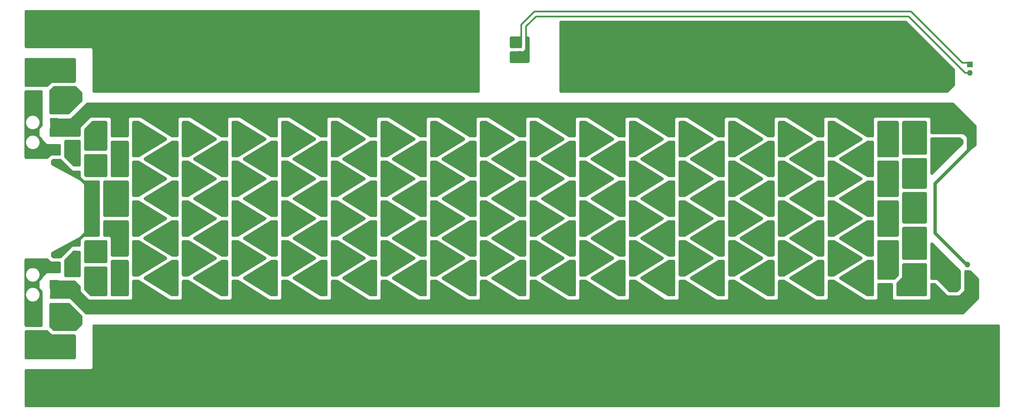
<source format=gbl>
%TF.GenerationSoftware,KiCad,Pcbnew,(5.1.9-0-10_14)*%
%TF.CreationDate,2022-12-08T20:33:16-05:00*%
%TF.ProjectId,5AhG3-18S,35416847-332d-4313-9853-2e6b69636164,rev?*%
%TF.SameCoordinates,Original*%
%TF.FileFunction,Copper,L2,Bot*%
%TF.FilePolarity,Positive*%
%FSLAX46Y46*%
G04 Gerber Fmt 4.6, Leading zero omitted, Abs format (unit mm)*
G04 Created by KiCad (PCBNEW (5.1.9-0-10_14)) date 2022-12-08 20:33:16*
%MOMM*%
%LPD*%
G01*
G04 APERTURE LIST*
%TA.AperFunction,ComponentPad*%
%ADD10R,1.700000X1.700000*%
%TD*%
%TA.AperFunction,ComponentPad*%
%ADD11O,1.700000X1.700000*%
%TD*%
%TA.AperFunction,Conductor*%
%ADD12C,1.000000*%
%TD*%
%TA.AperFunction,Conductor*%
%ADD13C,2.000000*%
%TD*%
%TA.AperFunction,Conductor*%
%ADD14C,0.500000*%
%TD*%
%TA.AperFunction,Conductor*%
%ADD15C,0.250000*%
%TD*%
%TA.AperFunction,Conductor*%
%ADD16C,0.254000*%
%TD*%
%TA.AperFunction,Conductor*%
%ADD17C,0.100000*%
%TD*%
%TA.AperFunction,NonConductor*%
%ADD18C,0.254000*%
%TD*%
%TA.AperFunction,NonConductor*%
%ADD19C,0.100000*%
%TD*%
G04 APERTURE END LIST*
%TO.P,R9,1*%
%TO.N,Net-(R8-Pad2)*%
%TA.AperFunction,SMDPad,CuDef*%
G36*
G01*
X95425000Y-158924999D02*
X95425000Y-161075001D01*
G75*
G02*
X95175001Y-161325000I-249999J0D01*
G01*
X94449999Y-161325000D01*
G75*
G02*
X94200000Y-161075001I0J249999D01*
G01*
X94200000Y-158924999D01*
G75*
G02*
X94449999Y-158675000I249999J0D01*
G01*
X95175001Y-158675000D01*
G75*
G02*
X95425000Y-158924999I0J-249999D01*
G01*
G37*
%TD.AperFunction*%
%TO.P,R9,2*%
%TO.N,/HVDC_NEG*%
%TA.AperFunction,SMDPad,CuDef*%
G36*
G01*
X90800000Y-158924999D02*
X90800000Y-161075001D01*
G75*
G02*
X90550001Y-161325000I-249999J0D01*
G01*
X89824999Y-161325000D01*
G75*
G02*
X89575000Y-161075001I0J249999D01*
G01*
X89575000Y-158924999D01*
G75*
G02*
X89824999Y-158675000I249999J0D01*
G01*
X90550001Y-158675000D01*
G75*
G02*
X90800000Y-158924999I0J-249999D01*
G01*
G37*
%TD.AperFunction*%
%TD*%
%TO.P,R2,2*%
%TO.N,Net-(R2-Pad2)*%
%TA.AperFunction,SMDPad,CuDef*%
G36*
G01*
X90800000Y-115924999D02*
X90800000Y-118075001D01*
G75*
G02*
X90550001Y-118325000I-249999J0D01*
G01*
X89824999Y-118325000D01*
G75*
G02*
X89575000Y-118075001I0J249999D01*
G01*
X89575000Y-115924999D01*
G75*
G02*
X89824999Y-115675000I249999J0D01*
G01*
X90550001Y-115675000D01*
G75*
G02*
X90800000Y-115924999I0J-249999D01*
G01*
G37*
%TD.AperFunction*%
%TO.P,R2,1*%
%TO.N,Net-(R1-Pad2)*%
%TA.AperFunction,SMDPad,CuDef*%
G36*
G01*
X95425000Y-115924999D02*
X95425000Y-118075001D01*
G75*
G02*
X95175001Y-118325000I-249999J0D01*
G01*
X94449999Y-118325000D01*
G75*
G02*
X94200000Y-118075001I0J249999D01*
G01*
X94200000Y-115924999D01*
G75*
G02*
X94449999Y-115675000I249999J0D01*
G01*
X95175001Y-115675000D01*
G75*
G02*
X95425000Y-115924999I0J-249999D01*
G01*
G37*
%TD.AperFunction*%
%TD*%
%TO.P,R6,2*%
%TO.N,Net-(R6-Pad2)*%
%TA.AperFunction,SMDPad,CuDef*%
G36*
G01*
X93424999Y-145700000D02*
X95575001Y-145700000D01*
G75*
G02*
X95825000Y-145949999I0J-249999D01*
G01*
X95825000Y-146675001D01*
G75*
G02*
X95575001Y-146925000I-249999J0D01*
G01*
X93424999Y-146925000D01*
G75*
G02*
X93175000Y-146675001I0J249999D01*
G01*
X93175000Y-145949999D01*
G75*
G02*
X93424999Y-145700000I249999J0D01*
G01*
G37*
%TD.AperFunction*%
%TO.P,R6,1*%
%TO.N,Net-(R174-Pad2)*%
%TA.AperFunction,SMDPad,CuDef*%
G36*
G01*
X93424999Y-141075000D02*
X95575001Y-141075000D01*
G75*
G02*
X95825000Y-141324999I0J-249999D01*
G01*
X95825000Y-142050001D01*
G75*
G02*
X95575001Y-142300000I-249999J0D01*
G01*
X93424999Y-142300000D01*
G75*
G02*
X93175000Y-142050001I0J249999D01*
G01*
X93175000Y-141324999D01*
G75*
G02*
X93424999Y-141075000I249999J0D01*
G01*
G37*
%TD.AperFunction*%
%TD*%
%TO.P,R12,2*%
%TO.N,Net-(R12-Pad2)*%
%TA.AperFunction,SMDPad,CuDef*%
G36*
G01*
X108700000Y-125075001D02*
X108700000Y-122924999D01*
G75*
G02*
X108949999Y-122675000I249999J0D01*
G01*
X109675001Y-122675000D01*
G75*
G02*
X109925000Y-122924999I0J-249999D01*
G01*
X109925000Y-125075001D01*
G75*
G02*
X109675001Y-125325000I-249999J0D01*
G01*
X108949999Y-125325000D01*
G75*
G02*
X108700000Y-125075001I0J249999D01*
G01*
G37*
%TD.AperFunction*%
%TO.P,R12,1*%
%TO.N,Net-(R11-Pad2)*%
%TA.AperFunction,SMDPad,CuDef*%
G36*
G01*
X104075000Y-125075001D02*
X104075000Y-122924999D01*
G75*
G02*
X104324999Y-122675000I249999J0D01*
G01*
X105050001Y-122675000D01*
G75*
G02*
X105300000Y-122924999I0J-249999D01*
G01*
X105300000Y-125075001D01*
G75*
G02*
X105050001Y-125325000I-249999J0D01*
G01*
X104324999Y-125325000D01*
G75*
G02*
X104075000Y-125075001I0J249999D01*
G01*
G37*
%TD.AperFunction*%
%TD*%
%TO.P,R20,2*%
%TO.N,Net-(R20-Pad2)*%
%TA.AperFunction,SMDPad,CuDef*%
G36*
G01*
X120300000Y-116924999D02*
X120300000Y-119075001D01*
G75*
G02*
X120050001Y-119325000I-249999J0D01*
G01*
X119324999Y-119325000D01*
G75*
G02*
X119075000Y-119075001I0J249999D01*
G01*
X119075000Y-116924999D01*
G75*
G02*
X119324999Y-116675000I249999J0D01*
G01*
X120050001Y-116675000D01*
G75*
G02*
X120300000Y-116924999I0J-249999D01*
G01*
G37*
%TD.AperFunction*%
%TO.P,R20,1*%
%TO.N,Net-(R19-Pad2)*%
%TA.AperFunction,SMDPad,CuDef*%
G36*
G01*
X124925000Y-116924999D02*
X124925000Y-119075001D01*
G75*
G02*
X124675001Y-119325000I-249999J0D01*
G01*
X123949999Y-119325000D01*
G75*
G02*
X123700000Y-119075001I0J249999D01*
G01*
X123700000Y-116924999D01*
G75*
G02*
X123949999Y-116675000I249999J0D01*
G01*
X124675001Y-116675000D01*
G75*
G02*
X124925000Y-116924999I0J-249999D01*
G01*
G37*
%TD.AperFunction*%
%TD*%
%TO.P,R29,1*%
%TO.N,Net-(R28-Pad2)*%
%TA.AperFunction,SMDPad,CuDef*%
G36*
G01*
X139925000Y-116924999D02*
X139925000Y-119075001D01*
G75*
G02*
X139675001Y-119325000I-249999J0D01*
G01*
X138949999Y-119325000D01*
G75*
G02*
X138700000Y-119075001I0J249999D01*
G01*
X138700000Y-116924999D01*
G75*
G02*
X138949999Y-116675000I249999J0D01*
G01*
X139675001Y-116675000D01*
G75*
G02*
X139925000Y-116924999I0J-249999D01*
G01*
G37*
%TD.AperFunction*%
%TO.P,R29,2*%
%TO.N,Net-(R29-Pad2)*%
%TA.AperFunction,SMDPad,CuDef*%
G36*
G01*
X135300000Y-116924999D02*
X135300000Y-119075001D01*
G75*
G02*
X135050001Y-119325000I-249999J0D01*
G01*
X134324999Y-119325000D01*
G75*
G02*
X134075000Y-119075001I0J249999D01*
G01*
X134075000Y-116924999D01*
G75*
G02*
X134324999Y-116675000I249999J0D01*
G01*
X135050001Y-116675000D01*
G75*
G02*
X135300000Y-116924999I0J-249999D01*
G01*
G37*
%TD.AperFunction*%
%TD*%
%TO.P,R40,2*%
%TO.N,Net-(R40-Pad2)*%
%TA.AperFunction,SMDPad,CuDef*%
G36*
G01*
X150300000Y-128924999D02*
X150300000Y-131075001D01*
G75*
G02*
X150050001Y-131325000I-249999J0D01*
G01*
X149324999Y-131325000D01*
G75*
G02*
X149075000Y-131075001I0J249999D01*
G01*
X149075000Y-128924999D01*
G75*
G02*
X149324999Y-128675000I249999J0D01*
G01*
X150050001Y-128675000D01*
G75*
G02*
X150300000Y-128924999I0J-249999D01*
G01*
G37*
%TD.AperFunction*%
%TO.P,R40,1*%
%TO.N,Net-(R39-Pad2)*%
%TA.AperFunction,SMDPad,CuDef*%
G36*
G01*
X154925000Y-128924999D02*
X154925000Y-131075001D01*
G75*
G02*
X154675001Y-131325000I-249999J0D01*
G01*
X153949999Y-131325000D01*
G75*
G02*
X153700000Y-131075001I0J249999D01*
G01*
X153700000Y-128924999D01*
G75*
G02*
X153949999Y-128675000I249999J0D01*
G01*
X154675001Y-128675000D01*
G75*
G02*
X154925000Y-128924999I0J-249999D01*
G01*
G37*
%TD.AperFunction*%
%TD*%
%TO.P,R53,1*%
%TO.N,Net-(R52-Pad2)*%
%TA.AperFunction,SMDPad,CuDef*%
G36*
G01*
X169925000Y-152924999D02*
X169925000Y-155075001D01*
G75*
G02*
X169675001Y-155325000I-249999J0D01*
G01*
X168949999Y-155325000D01*
G75*
G02*
X168700000Y-155075001I0J249999D01*
G01*
X168700000Y-152924999D01*
G75*
G02*
X168949999Y-152675000I249999J0D01*
G01*
X169675001Y-152675000D01*
G75*
G02*
X169925000Y-152924999I0J-249999D01*
G01*
G37*
%TD.AperFunction*%
%TO.P,R53,2*%
%TO.N,Net-(R53-Pad2)*%
%TA.AperFunction,SMDPad,CuDef*%
G36*
G01*
X165300000Y-152924999D02*
X165300000Y-155075001D01*
G75*
G02*
X165050001Y-155325000I-249999J0D01*
G01*
X164324999Y-155325000D01*
G75*
G02*
X164075000Y-155075001I0J249999D01*
G01*
X164075000Y-152924999D01*
G75*
G02*
X164324999Y-152675000I249999J0D01*
G01*
X165050001Y-152675000D01*
G75*
G02*
X165300000Y-152924999I0J-249999D01*
G01*
G37*
%TD.AperFunction*%
%TD*%
%TO.P,R67,1*%
%TO.N,Net-(R66-Pad2)*%
%TA.AperFunction,SMDPad,CuDef*%
G36*
G01*
X199925000Y-128924999D02*
X199925000Y-131075001D01*
G75*
G02*
X199675001Y-131325000I-249999J0D01*
G01*
X198949999Y-131325000D01*
G75*
G02*
X198700000Y-131075001I0J249999D01*
G01*
X198700000Y-128924999D01*
G75*
G02*
X198949999Y-128675000I249999J0D01*
G01*
X199675001Y-128675000D01*
G75*
G02*
X199925000Y-128924999I0J-249999D01*
G01*
G37*
%TD.AperFunction*%
%TO.P,R67,2*%
%TO.N,Net-(R67-Pad2)*%
%TA.AperFunction,SMDPad,CuDef*%
G36*
G01*
X195300000Y-128924999D02*
X195300000Y-131075001D01*
G75*
G02*
X195050001Y-131325000I-249999J0D01*
G01*
X194324999Y-131325000D01*
G75*
G02*
X194075000Y-131075001I0J249999D01*
G01*
X194075000Y-128924999D01*
G75*
G02*
X194324999Y-128675000I249999J0D01*
G01*
X195050001Y-128675000D01*
G75*
G02*
X195300000Y-128924999I0J-249999D01*
G01*
G37*
%TD.AperFunction*%
%TD*%
%TO.P,R95,1*%
%TO.N,Net-(R94-Pad2)*%
%TA.AperFunction,SMDPad,CuDef*%
G36*
G01*
X239075000Y-137075001D02*
X239075000Y-134924999D01*
G75*
G02*
X239324999Y-134675000I249999J0D01*
G01*
X240050001Y-134675000D01*
G75*
G02*
X240300000Y-134924999I0J-249999D01*
G01*
X240300000Y-137075001D01*
G75*
G02*
X240050001Y-137325000I-249999J0D01*
G01*
X239324999Y-137325000D01*
G75*
G02*
X239075000Y-137075001I0J249999D01*
G01*
G37*
%TD.AperFunction*%
%TO.P,R95,2*%
%TO.N,Net-(R95-Pad2)*%
%TA.AperFunction,SMDPad,CuDef*%
G36*
G01*
X243700000Y-137075001D02*
X243700000Y-134924999D01*
G75*
G02*
X243949999Y-134675000I249999J0D01*
G01*
X244675001Y-134675000D01*
G75*
G02*
X244925000Y-134924999I0J-249999D01*
G01*
X244925000Y-137075001D01*
G75*
G02*
X244675001Y-137325000I-249999J0D01*
G01*
X243949999Y-137325000D01*
G75*
G02*
X243700000Y-137075001I0J249999D01*
G01*
G37*
%TD.AperFunction*%
%TD*%
%TO.P,R109,1*%
%TO.N,/HVDC_POS*%
%TA.AperFunction,SMDPad,CuDef*%
G36*
G01*
X269075000Y-113075001D02*
X269075000Y-110924999D01*
G75*
G02*
X269324999Y-110675000I249999J0D01*
G01*
X270050001Y-110675000D01*
G75*
G02*
X270300000Y-110924999I0J-249999D01*
G01*
X270300000Y-113075001D01*
G75*
G02*
X270050001Y-113325000I-249999J0D01*
G01*
X269324999Y-113325000D01*
G75*
G02*
X269075000Y-113075001I0J249999D01*
G01*
G37*
%TD.AperFunction*%
%TO.P,R109,2*%
%TO.N,Net-(R109-Pad2)*%
%TA.AperFunction,SMDPad,CuDef*%
G36*
G01*
X273700000Y-113075001D02*
X273700000Y-110924999D01*
G75*
G02*
X273949999Y-110675000I249999J0D01*
G01*
X274675001Y-110675000D01*
G75*
G02*
X274925000Y-110924999I0J-249999D01*
G01*
X274925000Y-113075001D01*
G75*
G02*
X274675001Y-113325000I-249999J0D01*
G01*
X273949999Y-113325000D01*
G75*
G02*
X273700000Y-113075001I0J249999D01*
G01*
G37*
%TD.AperFunction*%
%TD*%
%TO.P,R123,1*%
%TO.N,Net-(R122-Pad2)*%
%TA.AperFunction,SMDPad,CuDef*%
G36*
G01*
X289925000Y-140924999D02*
X289925000Y-143075001D01*
G75*
G02*
X289675001Y-143325000I-249999J0D01*
G01*
X288949999Y-143325000D01*
G75*
G02*
X288700000Y-143075001I0J249999D01*
G01*
X288700000Y-140924999D01*
G75*
G02*
X288949999Y-140675000I249999J0D01*
G01*
X289675001Y-140675000D01*
G75*
G02*
X289925000Y-140924999I0J-249999D01*
G01*
G37*
%TD.AperFunction*%
%TO.P,R123,2*%
%TO.N,Net-(R123-Pad2)*%
%TA.AperFunction,SMDPad,CuDef*%
G36*
G01*
X285300000Y-140924999D02*
X285300000Y-143075001D01*
G75*
G02*
X285050001Y-143325000I-249999J0D01*
G01*
X284324999Y-143325000D01*
G75*
G02*
X284075000Y-143075001I0J249999D01*
G01*
X284075000Y-140924999D01*
G75*
G02*
X284324999Y-140675000I249999J0D01*
G01*
X285050001Y-140675000D01*
G75*
G02*
X285300000Y-140924999I0J-249999D01*
G01*
G37*
%TD.AperFunction*%
%TD*%
%TO.P,R137,1*%
%TO.N,Net-(R136-Pad2)*%
%TA.AperFunction,SMDPad,CuDef*%
G36*
G01*
X319925000Y-116924999D02*
X319925000Y-119075001D01*
G75*
G02*
X319675001Y-119325000I-249999J0D01*
G01*
X318949999Y-119325000D01*
G75*
G02*
X318700000Y-119075001I0J249999D01*
G01*
X318700000Y-116924999D01*
G75*
G02*
X318949999Y-116675000I249999J0D01*
G01*
X319675001Y-116675000D01*
G75*
G02*
X319925000Y-116924999I0J-249999D01*
G01*
G37*
%TD.AperFunction*%
%TO.P,R137,2*%
%TO.N,Net-(R137-Pad2)*%
%TA.AperFunction,SMDPad,CuDef*%
G36*
G01*
X315300000Y-116924999D02*
X315300000Y-119075001D01*
G75*
G02*
X315050001Y-119325000I-249999J0D01*
G01*
X314324999Y-119325000D01*
G75*
G02*
X314075000Y-119075001I0J249999D01*
G01*
X314075000Y-116924999D01*
G75*
G02*
X314324999Y-116675000I249999J0D01*
G01*
X315050001Y-116675000D01*
G75*
G02*
X315300000Y-116924999I0J-249999D01*
G01*
G37*
%TD.AperFunction*%
%TD*%
%TO.P,R150,2*%
%TO.N,Net-(R150-Pad2)*%
%TA.AperFunction,SMDPad,CuDef*%
G36*
G01*
X330300000Y-140924999D02*
X330300000Y-143075001D01*
G75*
G02*
X330050001Y-143325000I-249999J0D01*
G01*
X329324999Y-143325000D01*
G75*
G02*
X329075000Y-143075001I0J249999D01*
G01*
X329075000Y-140924999D01*
G75*
G02*
X329324999Y-140675000I249999J0D01*
G01*
X330050001Y-140675000D01*
G75*
G02*
X330300000Y-140924999I0J-249999D01*
G01*
G37*
%TD.AperFunction*%
%TO.P,R150,1*%
%TO.N,Net-(R149-Pad2)*%
%TA.AperFunction,SMDPad,CuDef*%
G36*
G01*
X334925000Y-140924999D02*
X334925000Y-143075001D01*
G75*
G02*
X334675001Y-143325000I-249999J0D01*
G01*
X333949999Y-143325000D01*
G75*
G02*
X333700000Y-143075001I0J249999D01*
G01*
X333700000Y-140924999D01*
G75*
G02*
X333949999Y-140675000I249999J0D01*
G01*
X334675001Y-140675000D01*
G75*
G02*
X334925000Y-140924999I0J-249999D01*
G01*
G37*
%TD.AperFunction*%
%TD*%
%TO.P,R162,2*%
%TO.N,/HVDC_NEG*%
%TA.AperFunction,SMDPad,CuDef*%
G36*
G01*
X348700000Y-161075001D02*
X348700000Y-158924999D01*
G75*
G02*
X348949999Y-158675000I249999J0D01*
G01*
X349675001Y-158675000D01*
G75*
G02*
X349925000Y-158924999I0J-249999D01*
G01*
X349925000Y-161075001D01*
G75*
G02*
X349675001Y-161325000I-249999J0D01*
G01*
X348949999Y-161325000D01*
G75*
G02*
X348700000Y-161075001I0J249999D01*
G01*
G37*
%TD.AperFunction*%
%TO.P,R162,1*%
%TO.N,Net-(R161-Pad2)*%
%TA.AperFunction,SMDPad,CuDef*%
G36*
G01*
X344075000Y-161075001D02*
X344075000Y-158924999D01*
G75*
G02*
X344324999Y-158675000I249999J0D01*
G01*
X345050001Y-158675000D01*
G75*
G02*
X345300000Y-158924999I0J-249999D01*
G01*
X345300000Y-161075001D01*
G75*
G02*
X345050001Y-161325000I-249999J0D01*
G01*
X344324999Y-161325000D01*
G75*
G02*
X344075000Y-161075001I0J249999D01*
G01*
G37*
%TD.AperFunction*%
%TD*%
%TO.P,R1,1*%
%TO.N,/HVDC_POS*%
%TA.AperFunction,SMDPad,CuDef*%
G36*
G01*
X89575000Y-113075001D02*
X89575000Y-110924999D01*
G75*
G02*
X89824999Y-110675000I249999J0D01*
G01*
X90550001Y-110675000D01*
G75*
G02*
X90800000Y-110924999I0J-249999D01*
G01*
X90800000Y-113075001D01*
G75*
G02*
X90550001Y-113325000I-249999J0D01*
G01*
X89824999Y-113325000D01*
G75*
G02*
X89575000Y-113075001I0J249999D01*
G01*
G37*
%TD.AperFunction*%
%TO.P,R1,2*%
%TO.N,Net-(R1-Pad2)*%
%TA.AperFunction,SMDPad,CuDef*%
G36*
G01*
X94200000Y-113075001D02*
X94200000Y-110924999D01*
G75*
G02*
X94449999Y-110675000I249999J0D01*
G01*
X95175001Y-110675000D01*
G75*
G02*
X95425000Y-110924999I0J-249999D01*
G01*
X95425000Y-113075001D01*
G75*
G02*
X95175001Y-113325000I-249999J0D01*
G01*
X94449999Y-113325000D01*
G75*
G02*
X94200000Y-113075001I0J249999D01*
G01*
G37*
%TD.AperFunction*%
%TD*%
%TO.P,R3,1*%
%TO.N,Net-(R2-Pad2)*%
%TA.AperFunction,SMDPad,CuDef*%
G36*
G01*
X89575000Y-123075001D02*
X89575000Y-120924999D01*
G75*
G02*
X89824999Y-120675000I249999J0D01*
G01*
X90550001Y-120675000D01*
G75*
G02*
X90800000Y-120924999I0J-249999D01*
G01*
X90800000Y-123075001D01*
G75*
G02*
X90550001Y-123325000I-249999J0D01*
G01*
X89824999Y-123325000D01*
G75*
G02*
X89575000Y-123075001I0J249999D01*
G01*
G37*
%TD.AperFunction*%
%TO.P,R3,2*%
%TO.N,Net-(R3-Pad2)*%
%TA.AperFunction,SMDPad,CuDef*%
G36*
G01*
X94200000Y-123075001D02*
X94200000Y-120924999D01*
G75*
G02*
X94449999Y-120675000I249999J0D01*
G01*
X95175001Y-120675000D01*
G75*
G02*
X95425000Y-120924999I0J-249999D01*
G01*
X95425000Y-123075001D01*
G75*
G02*
X95175001Y-123325000I-249999J0D01*
G01*
X94449999Y-123325000D01*
G75*
G02*
X94200000Y-123075001I0J249999D01*
G01*
G37*
%TD.AperFunction*%
%TD*%
%TO.P,R4,2*%
%TO.N,Net-(R174-Pad2)*%
%TA.AperFunction,SMDPad,CuDef*%
G36*
G01*
X93424999Y-129700000D02*
X95575001Y-129700000D01*
G75*
G02*
X95825000Y-129949999I0J-249999D01*
G01*
X95825000Y-130675001D01*
G75*
G02*
X95575001Y-130925000I-249999J0D01*
G01*
X93424999Y-130925000D01*
G75*
G02*
X93175000Y-130675001I0J249999D01*
G01*
X93175000Y-129949999D01*
G75*
G02*
X93424999Y-129700000I249999J0D01*
G01*
G37*
%TD.AperFunction*%
%TO.P,R4,1*%
%TO.N,Net-(R3-Pad2)*%
%TA.AperFunction,SMDPad,CuDef*%
G36*
G01*
X93424999Y-125075000D02*
X95575001Y-125075000D01*
G75*
G02*
X95825000Y-125324999I0J-249999D01*
G01*
X95825000Y-126050001D01*
G75*
G02*
X95575001Y-126300000I-249999J0D01*
G01*
X93424999Y-126300000D01*
G75*
G02*
X93175000Y-126050001I0J249999D01*
G01*
X93175000Y-125324999D01*
G75*
G02*
X93424999Y-125075000I249999J0D01*
G01*
G37*
%TD.AperFunction*%
%TD*%
%TO.P,R7,1*%
%TO.N,Net-(R6-Pad2)*%
%TA.AperFunction,SMDPad,CuDef*%
G36*
G01*
X95425000Y-148924999D02*
X95425000Y-151075001D01*
G75*
G02*
X95175001Y-151325000I-249999J0D01*
G01*
X94449999Y-151325000D01*
G75*
G02*
X94200000Y-151075001I0J249999D01*
G01*
X94200000Y-148924999D01*
G75*
G02*
X94449999Y-148675000I249999J0D01*
G01*
X95175001Y-148675000D01*
G75*
G02*
X95425000Y-148924999I0J-249999D01*
G01*
G37*
%TD.AperFunction*%
%TO.P,R7,2*%
%TO.N,Net-(R7-Pad2)*%
%TA.AperFunction,SMDPad,CuDef*%
G36*
G01*
X90800000Y-148924999D02*
X90800000Y-151075001D01*
G75*
G02*
X90550001Y-151325000I-249999J0D01*
G01*
X89824999Y-151325000D01*
G75*
G02*
X89575000Y-151075001I0J249999D01*
G01*
X89575000Y-148924999D01*
G75*
G02*
X89824999Y-148675000I249999J0D01*
G01*
X90550001Y-148675000D01*
G75*
G02*
X90800000Y-148924999I0J-249999D01*
G01*
G37*
%TD.AperFunction*%
%TD*%
%TO.P,R8,2*%
%TO.N,Net-(R8-Pad2)*%
%TA.AperFunction,SMDPad,CuDef*%
G36*
G01*
X94200000Y-156075001D02*
X94200000Y-153924999D01*
G75*
G02*
X94449999Y-153675000I249999J0D01*
G01*
X95175001Y-153675000D01*
G75*
G02*
X95425000Y-153924999I0J-249999D01*
G01*
X95425000Y-156075001D01*
G75*
G02*
X95175001Y-156325000I-249999J0D01*
G01*
X94449999Y-156325000D01*
G75*
G02*
X94200000Y-156075001I0J249999D01*
G01*
G37*
%TD.AperFunction*%
%TO.P,R8,1*%
%TO.N,Net-(R7-Pad2)*%
%TA.AperFunction,SMDPad,CuDef*%
G36*
G01*
X89575000Y-156075001D02*
X89575000Y-153924999D01*
G75*
G02*
X89824999Y-153675000I249999J0D01*
G01*
X90550001Y-153675000D01*
G75*
G02*
X90800000Y-153924999I0J-249999D01*
G01*
X90800000Y-156075001D01*
G75*
G02*
X90550001Y-156325000I-249999J0D01*
G01*
X89824999Y-156325000D01*
G75*
G02*
X89575000Y-156075001I0J249999D01*
G01*
G37*
%TD.AperFunction*%
%TD*%
%TO.P,R10,2*%
%TO.N,Net-(R10-Pad2)*%
%TA.AperFunction,SMDPad,CuDef*%
G36*
G01*
X108700000Y-113075001D02*
X108700000Y-110924999D01*
G75*
G02*
X108949999Y-110675000I249999J0D01*
G01*
X109675001Y-110675000D01*
G75*
G02*
X109925000Y-110924999I0J-249999D01*
G01*
X109925000Y-113075001D01*
G75*
G02*
X109675001Y-113325000I-249999J0D01*
G01*
X108949999Y-113325000D01*
G75*
G02*
X108700000Y-113075001I0J249999D01*
G01*
G37*
%TD.AperFunction*%
%TO.P,R10,1*%
%TO.N,/HVDC_POS*%
%TA.AperFunction,SMDPad,CuDef*%
G36*
G01*
X104075000Y-113075001D02*
X104075000Y-110924999D01*
G75*
G02*
X104324999Y-110675000I249999J0D01*
G01*
X105050001Y-110675000D01*
G75*
G02*
X105300000Y-110924999I0J-249999D01*
G01*
X105300000Y-113075001D01*
G75*
G02*
X105050001Y-113325000I-249999J0D01*
G01*
X104324999Y-113325000D01*
G75*
G02*
X104075000Y-113075001I0J249999D01*
G01*
G37*
%TD.AperFunction*%
%TD*%
%TO.P,R11,1*%
%TO.N,Net-(R10-Pad2)*%
%TA.AperFunction,SMDPad,CuDef*%
G36*
G01*
X109925000Y-116924999D02*
X109925000Y-119075001D01*
G75*
G02*
X109675001Y-119325000I-249999J0D01*
G01*
X108949999Y-119325000D01*
G75*
G02*
X108700000Y-119075001I0J249999D01*
G01*
X108700000Y-116924999D01*
G75*
G02*
X108949999Y-116675000I249999J0D01*
G01*
X109675001Y-116675000D01*
G75*
G02*
X109925000Y-116924999I0J-249999D01*
G01*
G37*
%TD.AperFunction*%
%TO.P,R11,2*%
%TO.N,Net-(R11-Pad2)*%
%TA.AperFunction,SMDPad,CuDef*%
G36*
G01*
X105300000Y-116924999D02*
X105300000Y-119075001D01*
G75*
G02*
X105050001Y-119325000I-249999J0D01*
G01*
X104324999Y-119325000D01*
G75*
G02*
X104075000Y-119075001I0J249999D01*
G01*
X104075000Y-116924999D01*
G75*
G02*
X104324999Y-116675000I249999J0D01*
G01*
X105050001Y-116675000D01*
G75*
G02*
X105300000Y-116924999I0J-249999D01*
G01*
G37*
%TD.AperFunction*%
%TD*%
%TO.P,R13,1*%
%TO.N,Net-(R12-Pad2)*%
%TA.AperFunction,SMDPad,CuDef*%
G36*
G01*
X109925000Y-128924999D02*
X109925000Y-131075001D01*
G75*
G02*
X109675001Y-131325000I-249999J0D01*
G01*
X108949999Y-131325000D01*
G75*
G02*
X108700000Y-131075001I0J249999D01*
G01*
X108700000Y-128924999D01*
G75*
G02*
X108949999Y-128675000I249999J0D01*
G01*
X109675001Y-128675000D01*
G75*
G02*
X109925000Y-128924999I0J-249999D01*
G01*
G37*
%TD.AperFunction*%
%TO.P,R13,2*%
%TO.N,Net-(R13-Pad2)*%
%TA.AperFunction,SMDPad,CuDef*%
G36*
G01*
X105300000Y-128924999D02*
X105300000Y-131075001D01*
G75*
G02*
X105050001Y-131325000I-249999J0D01*
G01*
X104324999Y-131325000D01*
G75*
G02*
X104075000Y-131075001I0J249999D01*
G01*
X104075000Y-128924999D01*
G75*
G02*
X104324999Y-128675000I249999J0D01*
G01*
X105050001Y-128675000D01*
G75*
G02*
X105300000Y-128924999I0J-249999D01*
G01*
G37*
%TD.AperFunction*%
%TD*%
%TO.P,R14,2*%
%TO.N,Net-(R14-Pad2)*%
%TA.AperFunction,SMDPad,CuDef*%
G36*
G01*
X108700000Y-137075001D02*
X108700000Y-134924999D01*
G75*
G02*
X108949999Y-134675000I249999J0D01*
G01*
X109675001Y-134675000D01*
G75*
G02*
X109925000Y-134924999I0J-249999D01*
G01*
X109925000Y-137075001D01*
G75*
G02*
X109675001Y-137325000I-249999J0D01*
G01*
X108949999Y-137325000D01*
G75*
G02*
X108700000Y-137075001I0J249999D01*
G01*
G37*
%TD.AperFunction*%
%TO.P,R14,1*%
%TO.N,Net-(R13-Pad2)*%
%TA.AperFunction,SMDPad,CuDef*%
G36*
G01*
X104075000Y-137075001D02*
X104075000Y-134924999D01*
G75*
G02*
X104324999Y-134675000I249999J0D01*
G01*
X105050001Y-134675000D01*
G75*
G02*
X105300000Y-134924999I0J-249999D01*
G01*
X105300000Y-137075001D01*
G75*
G02*
X105050001Y-137325000I-249999J0D01*
G01*
X104324999Y-137325000D01*
G75*
G02*
X104075000Y-137075001I0J249999D01*
G01*
G37*
%TD.AperFunction*%
%TD*%
%TO.P,R15,1*%
%TO.N,Net-(R14-Pad2)*%
%TA.AperFunction,SMDPad,CuDef*%
G36*
G01*
X109925000Y-140924999D02*
X109925000Y-143075001D01*
G75*
G02*
X109675001Y-143325000I-249999J0D01*
G01*
X108949999Y-143325000D01*
G75*
G02*
X108700000Y-143075001I0J249999D01*
G01*
X108700000Y-140924999D01*
G75*
G02*
X108949999Y-140675000I249999J0D01*
G01*
X109675001Y-140675000D01*
G75*
G02*
X109925000Y-140924999I0J-249999D01*
G01*
G37*
%TD.AperFunction*%
%TO.P,R15,2*%
%TO.N,Net-(R15-Pad2)*%
%TA.AperFunction,SMDPad,CuDef*%
G36*
G01*
X105300000Y-140924999D02*
X105300000Y-143075001D01*
G75*
G02*
X105050001Y-143325000I-249999J0D01*
G01*
X104324999Y-143325000D01*
G75*
G02*
X104075000Y-143075001I0J249999D01*
G01*
X104075000Y-140924999D01*
G75*
G02*
X104324999Y-140675000I249999J0D01*
G01*
X105050001Y-140675000D01*
G75*
G02*
X105300000Y-140924999I0J-249999D01*
G01*
G37*
%TD.AperFunction*%
%TD*%
%TO.P,R16,2*%
%TO.N,Net-(R16-Pad2)*%
%TA.AperFunction,SMDPad,CuDef*%
G36*
G01*
X108700000Y-149075001D02*
X108700000Y-146924999D01*
G75*
G02*
X108949999Y-146675000I249999J0D01*
G01*
X109675001Y-146675000D01*
G75*
G02*
X109925000Y-146924999I0J-249999D01*
G01*
X109925000Y-149075001D01*
G75*
G02*
X109675001Y-149325000I-249999J0D01*
G01*
X108949999Y-149325000D01*
G75*
G02*
X108700000Y-149075001I0J249999D01*
G01*
G37*
%TD.AperFunction*%
%TO.P,R16,1*%
%TO.N,Net-(R15-Pad2)*%
%TA.AperFunction,SMDPad,CuDef*%
G36*
G01*
X104075000Y-149075001D02*
X104075000Y-146924999D01*
G75*
G02*
X104324999Y-146675000I249999J0D01*
G01*
X105050001Y-146675000D01*
G75*
G02*
X105300000Y-146924999I0J-249999D01*
G01*
X105300000Y-149075001D01*
G75*
G02*
X105050001Y-149325000I-249999J0D01*
G01*
X104324999Y-149325000D01*
G75*
G02*
X104075000Y-149075001I0J249999D01*
G01*
G37*
%TD.AperFunction*%
%TD*%
%TO.P,R17,1*%
%TO.N,Net-(R16-Pad2)*%
%TA.AperFunction,SMDPad,CuDef*%
G36*
G01*
X109925000Y-152924999D02*
X109925000Y-155075001D01*
G75*
G02*
X109675001Y-155325000I-249999J0D01*
G01*
X108949999Y-155325000D01*
G75*
G02*
X108700000Y-155075001I0J249999D01*
G01*
X108700000Y-152924999D01*
G75*
G02*
X108949999Y-152675000I249999J0D01*
G01*
X109675001Y-152675000D01*
G75*
G02*
X109925000Y-152924999I0J-249999D01*
G01*
G37*
%TD.AperFunction*%
%TO.P,R17,2*%
%TO.N,Net-(R17-Pad2)*%
%TA.AperFunction,SMDPad,CuDef*%
G36*
G01*
X105300000Y-152924999D02*
X105300000Y-155075001D01*
G75*
G02*
X105050001Y-155325000I-249999J0D01*
G01*
X104324999Y-155325000D01*
G75*
G02*
X104075000Y-155075001I0J249999D01*
G01*
X104075000Y-152924999D01*
G75*
G02*
X104324999Y-152675000I249999J0D01*
G01*
X105050001Y-152675000D01*
G75*
G02*
X105300000Y-152924999I0J-249999D01*
G01*
G37*
%TD.AperFunction*%
%TD*%
%TO.P,R18,2*%
%TO.N,/HVDC_NEG*%
%TA.AperFunction,SMDPad,CuDef*%
G36*
G01*
X108700000Y-161075001D02*
X108700000Y-158924999D01*
G75*
G02*
X108949999Y-158675000I249999J0D01*
G01*
X109675001Y-158675000D01*
G75*
G02*
X109925000Y-158924999I0J-249999D01*
G01*
X109925000Y-161075001D01*
G75*
G02*
X109675001Y-161325000I-249999J0D01*
G01*
X108949999Y-161325000D01*
G75*
G02*
X108700000Y-161075001I0J249999D01*
G01*
G37*
%TD.AperFunction*%
%TO.P,R18,1*%
%TO.N,Net-(R17-Pad2)*%
%TA.AperFunction,SMDPad,CuDef*%
G36*
G01*
X104075000Y-161075001D02*
X104075000Y-158924999D01*
G75*
G02*
X104324999Y-158675000I249999J0D01*
G01*
X105050001Y-158675000D01*
G75*
G02*
X105300000Y-158924999I0J-249999D01*
G01*
X105300000Y-161075001D01*
G75*
G02*
X105050001Y-161325000I-249999J0D01*
G01*
X104324999Y-161325000D01*
G75*
G02*
X104075000Y-161075001I0J249999D01*
G01*
G37*
%TD.AperFunction*%
%TD*%
%TO.P,R19,1*%
%TO.N,/HVDC_POS*%
%TA.AperFunction,SMDPad,CuDef*%
G36*
G01*
X119075000Y-113075001D02*
X119075000Y-110924999D01*
G75*
G02*
X119324999Y-110675000I249999J0D01*
G01*
X120050001Y-110675000D01*
G75*
G02*
X120300000Y-110924999I0J-249999D01*
G01*
X120300000Y-113075001D01*
G75*
G02*
X120050001Y-113325000I-249999J0D01*
G01*
X119324999Y-113325000D01*
G75*
G02*
X119075000Y-113075001I0J249999D01*
G01*
G37*
%TD.AperFunction*%
%TO.P,R19,2*%
%TO.N,Net-(R19-Pad2)*%
%TA.AperFunction,SMDPad,CuDef*%
G36*
G01*
X123700000Y-113075001D02*
X123700000Y-110924999D01*
G75*
G02*
X123949999Y-110675000I249999J0D01*
G01*
X124675001Y-110675000D01*
G75*
G02*
X124925000Y-110924999I0J-249999D01*
G01*
X124925000Y-113075001D01*
G75*
G02*
X124675001Y-113325000I-249999J0D01*
G01*
X123949999Y-113325000D01*
G75*
G02*
X123700000Y-113075001I0J249999D01*
G01*
G37*
%TD.AperFunction*%
%TD*%
%TO.P,R21,1*%
%TO.N,Net-(R20-Pad2)*%
%TA.AperFunction,SMDPad,CuDef*%
G36*
G01*
X119075000Y-125075001D02*
X119075000Y-122924999D01*
G75*
G02*
X119324999Y-122675000I249999J0D01*
G01*
X120050001Y-122675000D01*
G75*
G02*
X120300000Y-122924999I0J-249999D01*
G01*
X120300000Y-125075001D01*
G75*
G02*
X120050001Y-125325000I-249999J0D01*
G01*
X119324999Y-125325000D01*
G75*
G02*
X119075000Y-125075001I0J249999D01*
G01*
G37*
%TD.AperFunction*%
%TO.P,R21,2*%
%TO.N,Net-(R21-Pad2)*%
%TA.AperFunction,SMDPad,CuDef*%
G36*
G01*
X123700000Y-125075001D02*
X123700000Y-122924999D01*
G75*
G02*
X123949999Y-122675000I249999J0D01*
G01*
X124675001Y-122675000D01*
G75*
G02*
X124925000Y-122924999I0J-249999D01*
G01*
X124925000Y-125075001D01*
G75*
G02*
X124675001Y-125325000I-249999J0D01*
G01*
X123949999Y-125325000D01*
G75*
G02*
X123700000Y-125075001I0J249999D01*
G01*
G37*
%TD.AperFunction*%
%TD*%
%TO.P,R22,2*%
%TO.N,Net-(R22-Pad2)*%
%TA.AperFunction,SMDPad,CuDef*%
G36*
G01*
X120300000Y-128924999D02*
X120300000Y-131075001D01*
G75*
G02*
X120050001Y-131325000I-249999J0D01*
G01*
X119324999Y-131325000D01*
G75*
G02*
X119075000Y-131075001I0J249999D01*
G01*
X119075000Y-128924999D01*
G75*
G02*
X119324999Y-128675000I249999J0D01*
G01*
X120050001Y-128675000D01*
G75*
G02*
X120300000Y-128924999I0J-249999D01*
G01*
G37*
%TD.AperFunction*%
%TO.P,R22,1*%
%TO.N,Net-(R21-Pad2)*%
%TA.AperFunction,SMDPad,CuDef*%
G36*
G01*
X124925000Y-128924999D02*
X124925000Y-131075001D01*
G75*
G02*
X124675001Y-131325000I-249999J0D01*
G01*
X123949999Y-131325000D01*
G75*
G02*
X123700000Y-131075001I0J249999D01*
G01*
X123700000Y-128924999D01*
G75*
G02*
X123949999Y-128675000I249999J0D01*
G01*
X124675001Y-128675000D01*
G75*
G02*
X124925000Y-128924999I0J-249999D01*
G01*
G37*
%TD.AperFunction*%
%TD*%
%TO.P,R23,1*%
%TO.N,Net-(R22-Pad2)*%
%TA.AperFunction,SMDPad,CuDef*%
G36*
G01*
X119075000Y-137075001D02*
X119075000Y-134924999D01*
G75*
G02*
X119324999Y-134675000I249999J0D01*
G01*
X120050001Y-134675000D01*
G75*
G02*
X120300000Y-134924999I0J-249999D01*
G01*
X120300000Y-137075001D01*
G75*
G02*
X120050001Y-137325000I-249999J0D01*
G01*
X119324999Y-137325000D01*
G75*
G02*
X119075000Y-137075001I0J249999D01*
G01*
G37*
%TD.AperFunction*%
%TO.P,R23,2*%
%TO.N,Net-(R23-Pad2)*%
%TA.AperFunction,SMDPad,CuDef*%
G36*
G01*
X123700000Y-137075001D02*
X123700000Y-134924999D01*
G75*
G02*
X123949999Y-134675000I249999J0D01*
G01*
X124675001Y-134675000D01*
G75*
G02*
X124925000Y-134924999I0J-249999D01*
G01*
X124925000Y-137075001D01*
G75*
G02*
X124675001Y-137325000I-249999J0D01*
G01*
X123949999Y-137325000D01*
G75*
G02*
X123700000Y-137075001I0J249999D01*
G01*
G37*
%TD.AperFunction*%
%TD*%
%TO.P,R24,2*%
%TO.N,Net-(R24-Pad2)*%
%TA.AperFunction,SMDPad,CuDef*%
G36*
G01*
X120300000Y-140924999D02*
X120300000Y-143075001D01*
G75*
G02*
X120050001Y-143325000I-249999J0D01*
G01*
X119324999Y-143325000D01*
G75*
G02*
X119075000Y-143075001I0J249999D01*
G01*
X119075000Y-140924999D01*
G75*
G02*
X119324999Y-140675000I249999J0D01*
G01*
X120050001Y-140675000D01*
G75*
G02*
X120300000Y-140924999I0J-249999D01*
G01*
G37*
%TD.AperFunction*%
%TO.P,R24,1*%
%TO.N,Net-(R23-Pad2)*%
%TA.AperFunction,SMDPad,CuDef*%
G36*
G01*
X124925000Y-140924999D02*
X124925000Y-143075001D01*
G75*
G02*
X124675001Y-143325000I-249999J0D01*
G01*
X123949999Y-143325000D01*
G75*
G02*
X123700000Y-143075001I0J249999D01*
G01*
X123700000Y-140924999D01*
G75*
G02*
X123949999Y-140675000I249999J0D01*
G01*
X124675001Y-140675000D01*
G75*
G02*
X124925000Y-140924999I0J-249999D01*
G01*
G37*
%TD.AperFunction*%
%TD*%
%TO.P,R25,1*%
%TO.N,Net-(R24-Pad2)*%
%TA.AperFunction,SMDPad,CuDef*%
G36*
G01*
X119075000Y-149075001D02*
X119075000Y-146924999D01*
G75*
G02*
X119324999Y-146675000I249999J0D01*
G01*
X120050001Y-146675000D01*
G75*
G02*
X120300000Y-146924999I0J-249999D01*
G01*
X120300000Y-149075001D01*
G75*
G02*
X120050001Y-149325000I-249999J0D01*
G01*
X119324999Y-149325000D01*
G75*
G02*
X119075000Y-149075001I0J249999D01*
G01*
G37*
%TD.AperFunction*%
%TO.P,R25,2*%
%TO.N,Net-(R25-Pad2)*%
%TA.AperFunction,SMDPad,CuDef*%
G36*
G01*
X123700000Y-149075001D02*
X123700000Y-146924999D01*
G75*
G02*
X123949999Y-146675000I249999J0D01*
G01*
X124675001Y-146675000D01*
G75*
G02*
X124925000Y-146924999I0J-249999D01*
G01*
X124925000Y-149075001D01*
G75*
G02*
X124675001Y-149325000I-249999J0D01*
G01*
X123949999Y-149325000D01*
G75*
G02*
X123700000Y-149075001I0J249999D01*
G01*
G37*
%TD.AperFunction*%
%TD*%
%TO.P,R26,2*%
%TO.N,Net-(R26-Pad2)*%
%TA.AperFunction,SMDPad,CuDef*%
G36*
G01*
X120300000Y-152924999D02*
X120300000Y-155075001D01*
G75*
G02*
X120050001Y-155325000I-249999J0D01*
G01*
X119324999Y-155325000D01*
G75*
G02*
X119075000Y-155075001I0J249999D01*
G01*
X119075000Y-152924999D01*
G75*
G02*
X119324999Y-152675000I249999J0D01*
G01*
X120050001Y-152675000D01*
G75*
G02*
X120300000Y-152924999I0J-249999D01*
G01*
G37*
%TD.AperFunction*%
%TO.P,R26,1*%
%TO.N,Net-(R25-Pad2)*%
%TA.AperFunction,SMDPad,CuDef*%
G36*
G01*
X124925000Y-152924999D02*
X124925000Y-155075001D01*
G75*
G02*
X124675001Y-155325000I-249999J0D01*
G01*
X123949999Y-155325000D01*
G75*
G02*
X123700000Y-155075001I0J249999D01*
G01*
X123700000Y-152924999D01*
G75*
G02*
X123949999Y-152675000I249999J0D01*
G01*
X124675001Y-152675000D01*
G75*
G02*
X124925000Y-152924999I0J-249999D01*
G01*
G37*
%TD.AperFunction*%
%TD*%
%TO.P,R27,1*%
%TO.N,Net-(R26-Pad2)*%
%TA.AperFunction,SMDPad,CuDef*%
G36*
G01*
X119075000Y-161075001D02*
X119075000Y-158924999D01*
G75*
G02*
X119324999Y-158675000I249999J0D01*
G01*
X120050001Y-158675000D01*
G75*
G02*
X120300000Y-158924999I0J-249999D01*
G01*
X120300000Y-161075001D01*
G75*
G02*
X120050001Y-161325000I-249999J0D01*
G01*
X119324999Y-161325000D01*
G75*
G02*
X119075000Y-161075001I0J249999D01*
G01*
G37*
%TD.AperFunction*%
%TO.P,R27,2*%
%TO.N,/HVDC_NEG*%
%TA.AperFunction,SMDPad,CuDef*%
G36*
G01*
X123700000Y-161075001D02*
X123700000Y-158924999D01*
G75*
G02*
X123949999Y-158675000I249999J0D01*
G01*
X124675001Y-158675000D01*
G75*
G02*
X124925000Y-158924999I0J-249999D01*
G01*
X124925000Y-161075001D01*
G75*
G02*
X124675001Y-161325000I-249999J0D01*
G01*
X123949999Y-161325000D01*
G75*
G02*
X123700000Y-161075001I0J249999D01*
G01*
G37*
%TD.AperFunction*%
%TD*%
%TO.P,R28,2*%
%TO.N,Net-(R28-Pad2)*%
%TA.AperFunction,SMDPad,CuDef*%
G36*
G01*
X138700000Y-113075001D02*
X138700000Y-110924999D01*
G75*
G02*
X138949999Y-110675000I249999J0D01*
G01*
X139675001Y-110675000D01*
G75*
G02*
X139925000Y-110924999I0J-249999D01*
G01*
X139925000Y-113075001D01*
G75*
G02*
X139675001Y-113325000I-249999J0D01*
G01*
X138949999Y-113325000D01*
G75*
G02*
X138700000Y-113075001I0J249999D01*
G01*
G37*
%TD.AperFunction*%
%TO.P,R28,1*%
%TO.N,/HVDC_POS*%
%TA.AperFunction,SMDPad,CuDef*%
G36*
G01*
X134075000Y-113075001D02*
X134075000Y-110924999D01*
G75*
G02*
X134324999Y-110675000I249999J0D01*
G01*
X135050001Y-110675000D01*
G75*
G02*
X135300000Y-110924999I0J-249999D01*
G01*
X135300000Y-113075001D01*
G75*
G02*
X135050001Y-113325000I-249999J0D01*
G01*
X134324999Y-113325000D01*
G75*
G02*
X134075000Y-113075001I0J249999D01*
G01*
G37*
%TD.AperFunction*%
%TD*%
%TO.P,R30,2*%
%TO.N,Net-(R30-Pad2)*%
%TA.AperFunction,SMDPad,CuDef*%
G36*
G01*
X138700000Y-125075001D02*
X138700000Y-122924999D01*
G75*
G02*
X138949999Y-122675000I249999J0D01*
G01*
X139675001Y-122675000D01*
G75*
G02*
X139925000Y-122924999I0J-249999D01*
G01*
X139925000Y-125075001D01*
G75*
G02*
X139675001Y-125325000I-249999J0D01*
G01*
X138949999Y-125325000D01*
G75*
G02*
X138700000Y-125075001I0J249999D01*
G01*
G37*
%TD.AperFunction*%
%TO.P,R30,1*%
%TO.N,Net-(R29-Pad2)*%
%TA.AperFunction,SMDPad,CuDef*%
G36*
G01*
X134075000Y-125075001D02*
X134075000Y-122924999D01*
G75*
G02*
X134324999Y-122675000I249999J0D01*
G01*
X135050001Y-122675000D01*
G75*
G02*
X135300000Y-122924999I0J-249999D01*
G01*
X135300000Y-125075001D01*
G75*
G02*
X135050001Y-125325000I-249999J0D01*
G01*
X134324999Y-125325000D01*
G75*
G02*
X134075000Y-125075001I0J249999D01*
G01*
G37*
%TD.AperFunction*%
%TD*%
%TO.P,R31,1*%
%TO.N,Net-(R30-Pad2)*%
%TA.AperFunction,SMDPad,CuDef*%
G36*
G01*
X139925000Y-128924999D02*
X139925000Y-131075001D01*
G75*
G02*
X139675001Y-131325000I-249999J0D01*
G01*
X138949999Y-131325000D01*
G75*
G02*
X138700000Y-131075001I0J249999D01*
G01*
X138700000Y-128924999D01*
G75*
G02*
X138949999Y-128675000I249999J0D01*
G01*
X139675001Y-128675000D01*
G75*
G02*
X139925000Y-128924999I0J-249999D01*
G01*
G37*
%TD.AperFunction*%
%TO.P,R31,2*%
%TO.N,Net-(R31-Pad2)*%
%TA.AperFunction,SMDPad,CuDef*%
G36*
G01*
X135300000Y-128924999D02*
X135300000Y-131075001D01*
G75*
G02*
X135050001Y-131325000I-249999J0D01*
G01*
X134324999Y-131325000D01*
G75*
G02*
X134075000Y-131075001I0J249999D01*
G01*
X134075000Y-128924999D01*
G75*
G02*
X134324999Y-128675000I249999J0D01*
G01*
X135050001Y-128675000D01*
G75*
G02*
X135300000Y-128924999I0J-249999D01*
G01*
G37*
%TD.AperFunction*%
%TD*%
%TO.P,R32,2*%
%TO.N,Net-(R32-Pad2)*%
%TA.AperFunction,SMDPad,CuDef*%
G36*
G01*
X138700000Y-137075001D02*
X138700000Y-134924999D01*
G75*
G02*
X138949999Y-134675000I249999J0D01*
G01*
X139675001Y-134675000D01*
G75*
G02*
X139925000Y-134924999I0J-249999D01*
G01*
X139925000Y-137075001D01*
G75*
G02*
X139675001Y-137325000I-249999J0D01*
G01*
X138949999Y-137325000D01*
G75*
G02*
X138700000Y-137075001I0J249999D01*
G01*
G37*
%TD.AperFunction*%
%TO.P,R32,1*%
%TO.N,Net-(R31-Pad2)*%
%TA.AperFunction,SMDPad,CuDef*%
G36*
G01*
X134075000Y-137075001D02*
X134075000Y-134924999D01*
G75*
G02*
X134324999Y-134675000I249999J0D01*
G01*
X135050001Y-134675000D01*
G75*
G02*
X135300000Y-134924999I0J-249999D01*
G01*
X135300000Y-137075001D01*
G75*
G02*
X135050001Y-137325000I-249999J0D01*
G01*
X134324999Y-137325000D01*
G75*
G02*
X134075000Y-137075001I0J249999D01*
G01*
G37*
%TD.AperFunction*%
%TD*%
%TO.P,R33,1*%
%TO.N,Net-(R32-Pad2)*%
%TA.AperFunction,SMDPad,CuDef*%
G36*
G01*
X139925000Y-140924999D02*
X139925000Y-143075001D01*
G75*
G02*
X139675001Y-143325000I-249999J0D01*
G01*
X138949999Y-143325000D01*
G75*
G02*
X138700000Y-143075001I0J249999D01*
G01*
X138700000Y-140924999D01*
G75*
G02*
X138949999Y-140675000I249999J0D01*
G01*
X139675001Y-140675000D01*
G75*
G02*
X139925000Y-140924999I0J-249999D01*
G01*
G37*
%TD.AperFunction*%
%TO.P,R33,2*%
%TO.N,Net-(R33-Pad2)*%
%TA.AperFunction,SMDPad,CuDef*%
G36*
G01*
X135300000Y-140924999D02*
X135300000Y-143075001D01*
G75*
G02*
X135050001Y-143325000I-249999J0D01*
G01*
X134324999Y-143325000D01*
G75*
G02*
X134075000Y-143075001I0J249999D01*
G01*
X134075000Y-140924999D01*
G75*
G02*
X134324999Y-140675000I249999J0D01*
G01*
X135050001Y-140675000D01*
G75*
G02*
X135300000Y-140924999I0J-249999D01*
G01*
G37*
%TD.AperFunction*%
%TD*%
%TO.P,R34,2*%
%TO.N,Net-(R34-Pad2)*%
%TA.AperFunction,SMDPad,CuDef*%
G36*
G01*
X138700000Y-149075001D02*
X138700000Y-146924999D01*
G75*
G02*
X138949999Y-146675000I249999J0D01*
G01*
X139675001Y-146675000D01*
G75*
G02*
X139925000Y-146924999I0J-249999D01*
G01*
X139925000Y-149075001D01*
G75*
G02*
X139675001Y-149325000I-249999J0D01*
G01*
X138949999Y-149325000D01*
G75*
G02*
X138700000Y-149075001I0J249999D01*
G01*
G37*
%TD.AperFunction*%
%TO.P,R34,1*%
%TO.N,Net-(R33-Pad2)*%
%TA.AperFunction,SMDPad,CuDef*%
G36*
G01*
X134075000Y-149075001D02*
X134075000Y-146924999D01*
G75*
G02*
X134324999Y-146675000I249999J0D01*
G01*
X135050001Y-146675000D01*
G75*
G02*
X135300000Y-146924999I0J-249999D01*
G01*
X135300000Y-149075001D01*
G75*
G02*
X135050001Y-149325000I-249999J0D01*
G01*
X134324999Y-149325000D01*
G75*
G02*
X134075000Y-149075001I0J249999D01*
G01*
G37*
%TD.AperFunction*%
%TD*%
%TO.P,R35,1*%
%TO.N,Net-(R34-Pad2)*%
%TA.AperFunction,SMDPad,CuDef*%
G36*
G01*
X139925000Y-152924999D02*
X139925000Y-155075001D01*
G75*
G02*
X139675001Y-155325000I-249999J0D01*
G01*
X138949999Y-155325000D01*
G75*
G02*
X138700000Y-155075001I0J249999D01*
G01*
X138700000Y-152924999D01*
G75*
G02*
X138949999Y-152675000I249999J0D01*
G01*
X139675001Y-152675000D01*
G75*
G02*
X139925000Y-152924999I0J-249999D01*
G01*
G37*
%TD.AperFunction*%
%TO.P,R35,2*%
%TO.N,Net-(R35-Pad2)*%
%TA.AperFunction,SMDPad,CuDef*%
G36*
G01*
X135300000Y-152924999D02*
X135300000Y-155075001D01*
G75*
G02*
X135050001Y-155325000I-249999J0D01*
G01*
X134324999Y-155325000D01*
G75*
G02*
X134075000Y-155075001I0J249999D01*
G01*
X134075000Y-152924999D01*
G75*
G02*
X134324999Y-152675000I249999J0D01*
G01*
X135050001Y-152675000D01*
G75*
G02*
X135300000Y-152924999I0J-249999D01*
G01*
G37*
%TD.AperFunction*%
%TD*%
%TO.P,R36,2*%
%TO.N,/HVDC_NEG*%
%TA.AperFunction,SMDPad,CuDef*%
G36*
G01*
X138700000Y-161075001D02*
X138700000Y-158924999D01*
G75*
G02*
X138949999Y-158675000I249999J0D01*
G01*
X139675001Y-158675000D01*
G75*
G02*
X139925000Y-158924999I0J-249999D01*
G01*
X139925000Y-161075001D01*
G75*
G02*
X139675001Y-161325000I-249999J0D01*
G01*
X138949999Y-161325000D01*
G75*
G02*
X138700000Y-161075001I0J249999D01*
G01*
G37*
%TD.AperFunction*%
%TO.P,R36,1*%
%TO.N,Net-(R35-Pad2)*%
%TA.AperFunction,SMDPad,CuDef*%
G36*
G01*
X134075000Y-161075001D02*
X134075000Y-158924999D01*
G75*
G02*
X134324999Y-158675000I249999J0D01*
G01*
X135050001Y-158675000D01*
G75*
G02*
X135300000Y-158924999I0J-249999D01*
G01*
X135300000Y-161075001D01*
G75*
G02*
X135050001Y-161325000I-249999J0D01*
G01*
X134324999Y-161325000D01*
G75*
G02*
X134075000Y-161075001I0J249999D01*
G01*
G37*
%TD.AperFunction*%
%TD*%
%TO.P,R37,1*%
%TO.N,/HVDC_POS*%
%TA.AperFunction,SMDPad,CuDef*%
G36*
G01*
X149075000Y-113075001D02*
X149075000Y-110924999D01*
G75*
G02*
X149324999Y-110675000I249999J0D01*
G01*
X150050001Y-110675000D01*
G75*
G02*
X150300000Y-110924999I0J-249999D01*
G01*
X150300000Y-113075001D01*
G75*
G02*
X150050001Y-113325000I-249999J0D01*
G01*
X149324999Y-113325000D01*
G75*
G02*
X149075000Y-113075001I0J249999D01*
G01*
G37*
%TD.AperFunction*%
%TO.P,R37,2*%
%TO.N,Net-(R37-Pad2)*%
%TA.AperFunction,SMDPad,CuDef*%
G36*
G01*
X153700000Y-113075001D02*
X153700000Y-110924999D01*
G75*
G02*
X153949999Y-110675000I249999J0D01*
G01*
X154675001Y-110675000D01*
G75*
G02*
X154925000Y-110924999I0J-249999D01*
G01*
X154925000Y-113075001D01*
G75*
G02*
X154675001Y-113325000I-249999J0D01*
G01*
X153949999Y-113325000D01*
G75*
G02*
X153700000Y-113075001I0J249999D01*
G01*
G37*
%TD.AperFunction*%
%TD*%
%TO.P,R38,2*%
%TO.N,Net-(R38-Pad2)*%
%TA.AperFunction,SMDPad,CuDef*%
G36*
G01*
X150300000Y-116924999D02*
X150300000Y-119075001D01*
G75*
G02*
X150050001Y-119325000I-249999J0D01*
G01*
X149324999Y-119325000D01*
G75*
G02*
X149075000Y-119075001I0J249999D01*
G01*
X149075000Y-116924999D01*
G75*
G02*
X149324999Y-116675000I249999J0D01*
G01*
X150050001Y-116675000D01*
G75*
G02*
X150300000Y-116924999I0J-249999D01*
G01*
G37*
%TD.AperFunction*%
%TO.P,R38,1*%
%TO.N,Net-(R37-Pad2)*%
%TA.AperFunction,SMDPad,CuDef*%
G36*
G01*
X154925000Y-116924999D02*
X154925000Y-119075001D01*
G75*
G02*
X154675001Y-119325000I-249999J0D01*
G01*
X153949999Y-119325000D01*
G75*
G02*
X153700000Y-119075001I0J249999D01*
G01*
X153700000Y-116924999D01*
G75*
G02*
X153949999Y-116675000I249999J0D01*
G01*
X154675001Y-116675000D01*
G75*
G02*
X154925000Y-116924999I0J-249999D01*
G01*
G37*
%TD.AperFunction*%
%TD*%
%TO.P,R39,1*%
%TO.N,Net-(R38-Pad2)*%
%TA.AperFunction,SMDPad,CuDef*%
G36*
G01*
X149075000Y-125075001D02*
X149075000Y-122924999D01*
G75*
G02*
X149324999Y-122675000I249999J0D01*
G01*
X150050001Y-122675000D01*
G75*
G02*
X150300000Y-122924999I0J-249999D01*
G01*
X150300000Y-125075001D01*
G75*
G02*
X150050001Y-125325000I-249999J0D01*
G01*
X149324999Y-125325000D01*
G75*
G02*
X149075000Y-125075001I0J249999D01*
G01*
G37*
%TD.AperFunction*%
%TO.P,R39,2*%
%TO.N,Net-(R39-Pad2)*%
%TA.AperFunction,SMDPad,CuDef*%
G36*
G01*
X153700000Y-125075001D02*
X153700000Y-122924999D01*
G75*
G02*
X153949999Y-122675000I249999J0D01*
G01*
X154675001Y-122675000D01*
G75*
G02*
X154925000Y-122924999I0J-249999D01*
G01*
X154925000Y-125075001D01*
G75*
G02*
X154675001Y-125325000I-249999J0D01*
G01*
X153949999Y-125325000D01*
G75*
G02*
X153700000Y-125075001I0J249999D01*
G01*
G37*
%TD.AperFunction*%
%TD*%
%TO.P,R41,1*%
%TO.N,Net-(R40-Pad2)*%
%TA.AperFunction,SMDPad,CuDef*%
G36*
G01*
X149075000Y-137075001D02*
X149075000Y-134924999D01*
G75*
G02*
X149324999Y-134675000I249999J0D01*
G01*
X150050001Y-134675000D01*
G75*
G02*
X150300000Y-134924999I0J-249999D01*
G01*
X150300000Y-137075001D01*
G75*
G02*
X150050001Y-137325000I-249999J0D01*
G01*
X149324999Y-137325000D01*
G75*
G02*
X149075000Y-137075001I0J249999D01*
G01*
G37*
%TD.AperFunction*%
%TO.P,R41,2*%
%TO.N,Net-(R41-Pad2)*%
%TA.AperFunction,SMDPad,CuDef*%
G36*
G01*
X153700000Y-137075001D02*
X153700000Y-134924999D01*
G75*
G02*
X153949999Y-134675000I249999J0D01*
G01*
X154675001Y-134675000D01*
G75*
G02*
X154925000Y-134924999I0J-249999D01*
G01*
X154925000Y-137075001D01*
G75*
G02*
X154675001Y-137325000I-249999J0D01*
G01*
X153949999Y-137325000D01*
G75*
G02*
X153700000Y-137075001I0J249999D01*
G01*
G37*
%TD.AperFunction*%
%TD*%
%TO.P,R42,2*%
%TO.N,Net-(R42-Pad2)*%
%TA.AperFunction,SMDPad,CuDef*%
G36*
G01*
X150300000Y-140924999D02*
X150300000Y-143075001D01*
G75*
G02*
X150050001Y-143325000I-249999J0D01*
G01*
X149324999Y-143325000D01*
G75*
G02*
X149075000Y-143075001I0J249999D01*
G01*
X149075000Y-140924999D01*
G75*
G02*
X149324999Y-140675000I249999J0D01*
G01*
X150050001Y-140675000D01*
G75*
G02*
X150300000Y-140924999I0J-249999D01*
G01*
G37*
%TD.AperFunction*%
%TO.P,R42,1*%
%TO.N,Net-(R41-Pad2)*%
%TA.AperFunction,SMDPad,CuDef*%
G36*
G01*
X154925000Y-140924999D02*
X154925000Y-143075001D01*
G75*
G02*
X154675001Y-143325000I-249999J0D01*
G01*
X153949999Y-143325000D01*
G75*
G02*
X153700000Y-143075001I0J249999D01*
G01*
X153700000Y-140924999D01*
G75*
G02*
X153949999Y-140675000I249999J0D01*
G01*
X154675001Y-140675000D01*
G75*
G02*
X154925000Y-140924999I0J-249999D01*
G01*
G37*
%TD.AperFunction*%
%TD*%
%TO.P,R43,1*%
%TO.N,Net-(R42-Pad2)*%
%TA.AperFunction,SMDPad,CuDef*%
G36*
G01*
X149075000Y-149075001D02*
X149075000Y-146924999D01*
G75*
G02*
X149324999Y-146675000I249999J0D01*
G01*
X150050001Y-146675000D01*
G75*
G02*
X150300000Y-146924999I0J-249999D01*
G01*
X150300000Y-149075001D01*
G75*
G02*
X150050001Y-149325000I-249999J0D01*
G01*
X149324999Y-149325000D01*
G75*
G02*
X149075000Y-149075001I0J249999D01*
G01*
G37*
%TD.AperFunction*%
%TO.P,R43,2*%
%TO.N,Net-(R43-Pad2)*%
%TA.AperFunction,SMDPad,CuDef*%
G36*
G01*
X153700000Y-149075001D02*
X153700000Y-146924999D01*
G75*
G02*
X153949999Y-146675000I249999J0D01*
G01*
X154675001Y-146675000D01*
G75*
G02*
X154925000Y-146924999I0J-249999D01*
G01*
X154925000Y-149075001D01*
G75*
G02*
X154675001Y-149325000I-249999J0D01*
G01*
X153949999Y-149325000D01*
G75*
G02*
X153700000Y-149075001I0J249999D01*
G01*
G37*
%TD.AperFunction*%
%TD*%
%TO.P,R44,2*%
%TO.N,Net-(R44-Pad2)*%
%TA.AperFunction,SMDPad,CuDef*%
G36*
G01*
X150300000Y-152924999D02*
X150300000Y-155075001D01*
G75*
G02*
X150050001Y-155325000I-249999J0D01*
G01*
X149324999Y-155325000D01*
G75*
G02*
X149075000Y-155075001I0J249999D01*
G01*
X149075000Y-152924999D01*
G75*
G02*
X149324999Y-152675000I249999J0D01*
G01*
X150050001Y-152675000D01*
G75*
G02*
X150300000Y-152924999I0J-249999D01*
G01*
G37*
%TD.AperFunction*%
%TO.P,R44,1*%
%TO.N,Net-(R43-Pad2)*%
%TA.AperFunction,SMDPad,CuDef*%
G36*
G01*
X154925000Y-152924999D02*
X154925000Y-155075001D01*
G75*
G02*
X154675001Y-155325000I-249999J0D01*
G01*
X153949999Y-155325000D01*
G75*
G02*
X153700000Y-155075001I0J249999D01*
G01*
X153700000Y-152924999D01*
G75*
G02*
X153949999Y-152675000I249999J0D01*
G01*
X154675001Y-152675000D01*
G75*
G02*
X154925000Y-152924999I0J-249999D01*
G01*
G37*
%TD.AperFunction*%
%TD*%
%TO.P,R45,1*%
%TO.N,Net-(R44-Pad2)*%
%TA.AperFunction,SMDPad,CuDef*%
G36*
G01*
X149075000Y-161075001D02*
X149075000Y-158924999D01*
G75*
G02*
X149324999Y-158675000I249999J0D01*
G01*
X150050001Y-158675000D01*
G75*
G02*
X150300000Y-158924999I0J-249999D01*
G01*
X150300000Y-161075001D01*
G75*
G02*
X150050001Y-161325000I-249999J0D01*
G01*
X149324999Y-161325000D01*
G75*
G02*
X149075000Y-161075001I0J249999D01*
G01*
G37*
%TD.AperFunction*%
%TO.P,R45,2*%
%TO.N,/HVDC_NEG*%
%TA.AperFunction,SMDPad,CuDef*%
G36*
G01*
X153700000Y-161075001D02*
X153700000Y-158924999D01*
G75*
G02*
X153949999Y-158675000I249999J0D01*
G01*
X154675001Y-158675000D01*
G75*
G02*
X154925000Y-158924999I0J-249999D01*
G01*
X154925000Y-161075001D01*
G75*
G02*
X154675001Y-161325000I-249999J0D01*
G01*
X153949999Y-161325000D01*
G75*
G02*
X153700000Y-161075001I0J249999D01*
G01*
G37*
%TD.AperFunction*%
%TD*%
%TO.P,R46,2*%
%TO.N,Net-(R46-Pad2)*%
%TA.AperFunction,SMDPad,CuDef*%
G36*
G01*
X168700000Y-113075001D02*
X168700000Y-110924999D01*
G75*
G02*
X168949999Y-110675000I249999J0D01*
G01*
X169675001Y-110675000D01*
G75*
G02*
X169925000Y-110924999I0J-249999D01*
G01*
X169925000Y-113075001D01*
G75*
G02*
X169675001Y-113325000I-249999J0D01*
G01*
X168949999Y-113325000D01*
G75*
G02*
X168700000Y-113075001I0J249999D01*
G01*
G37*
%TD.AperFunction*%
%TO.P,R46,1*%
%TO.N,/HVDC_POS*%
%TA.AperFunction,SMDPad,CuDef*%
G36*
G01*
X164075000Y-113075001D02*
X164075000Y-110924999D01*
G75*
G02*
X164324999Y-110675000I249999J0D01*
G01*
X165050001Y-110675000D01*
G75*
G02*
X165300000Y-110924999I0J-249999D01*
G01*
X165300000Y-113075001D01*
G75*
G02*
X165050001Y-113325000I-249999J0D01*
G01*
X164324999Y-113325000D01*
G75*
G02*
X164075000Y-113075001I0J249999D01*
G01*
G37*
%TD.AperFunction*%
%TD*%
%TO.P,R47,1*%
%TO.N,Net-(R46-Pad2)*%
%TA.AperFunction,SMDPad,CuDef*%
G36*
G01*
X169925000Y-116924999D02*
X169925000Y-119075001D01*
G75*
G02*
X169675001Y-119325000I-249999J0D01*
G01*
X168949999Y-119325000D01*
G75*
G02*
X168700000Y-119075001I0J249999D01*
G01*
X168700000Y-116924999D01*
G75*
G02*
X168949999Y-116675000I249999J0D01*
G01*
X169675001Y-116675000D01*
G75*
G02*
X169925000Y-116924999I0J-249999D01*
G01*
G37*
%TD.AperFunction*%
%TO.P,R47,2*%
%TO.N,Net-(R47-Pad2)*%
%TA.AperFunction,SMDPad,CuDef*%
G36*
G01*
X165300000Y-116924999D02*
X165300000Y-119075001D01*
G75*
G02*
X165050001Y-119325000I-249999J0D01*
G01*
X164324999Y-119325000D01*
G75*
G02*
X164075000Y-119075001I0J249999D01*
G01*
X164075000Y-116924999D01*
G75*
G02*
X164324999Y-116675000I249999J0D01*
G01*
X165050001Y-116675000D01*
G75*
G02*
X165300000Y-116924999I0J-249999D01*
G01*
G37*
%TD.AperFunction*%
%TD*%
%TO.P,R48,2*%
%TO.N,Net-(R48-Pad2)*%
%TA.AperFunction,SMDPad,CuDef*%
G36*
G01*
X168700000Y-125075001D02*
X168700000Y-122924999D01*
G75*
G02*
X168949999Y-122675000I249999J0D01*
G01*
X169675001Y-122675000D01*
G75*
G02*
X169925000Y-122924999I0J-249999D01*
G01*
X169925000Y-125075001D01*
G75*
G02*
X169675001Y-125325000I-249999J0D01*
G01*
X168949999Y-125325000D01*
G75*
G02*
X168700000Y-125075001I0J249999D01*
G01*
G37*
%TD.AperFunction*%
%TO.P,R48,1*%
%TO.N,Net-(R47-Pad2)*%
%TA.AperFunction,SMDPad,CuDef*%
G36*
G01*
X164075000Y-125075001D02*
X164075000Y-122924999D01*
G75*
G02*
X164324999Y-122675000I249999J0D01*
G01*
X165050001Y-122675000D01*
G75*
G02*
X165300000Y-122924999I0J-249999D01*
G01*
X165300000Y-125075001D01*
G75*
G02*
X165050001Y-125325000I-249999J0D01*
G01*
X164324999Y-125325000D01*
G75*
G02*
X164075000Y-125075001I0J249999D01*
G01*
G37*
%TD.AperFunction*%
%TD*%
%TO.P,R49,1*%
%TO.N,Net-(R48-Pad2)*%
%TA.AperFunction,SMDPad,CuDef*%
G36*
G01*
X169925000Y-128924999D02*
X169925000Y-131075001D01*
G75*
G02*
X169675001Y-131325000I-249999J0D01*
G01*
X168949999Y-131325000D01*
G75*
G02*
X168700000Y-131075001I0J249999D01*
G01*
X168700000Y-128924999D01*
G75*
G02*
X168949999Y-128675000I249999J0D01*
G01*
X169675001Y-128675000D01*
G75*
G02*
X169925000Y-128924999I0J-249999D01*
G01*
G37*
%TD.AperFunction*%
%TO.P,R49,2*%
%TO.N,Net-(R49-Pad2)*%
%TA.AperFunction,SMDPad,CuDef*%
G36*
G01*
X165300000Y-128924999D02*
X165300000Y-131075001D01*
G75*
G02*
X165050001Y-131325000I-249999J0D01*
G01*
X164324999Y-131325000D01*
G75*
G02*
X164075000Y-131075001I0J249999D01*
G01*
X164075000Y-128924999D01*
G75*
G02*
X164324999Y-128675000I249999J0D01*
G01*
X165050001Y-128675000D01*
G75*
G02*
X165300000Y-128924999I0J-249999D01*
G01*
G37*
%TD.AperFunction*%
%TD*%
%TO.P,R50,2*%
%TO.N,Net-(R50-Pad2)*%
%TA.AperFunction,SMDPad,CuDef*%
G36*
G01*
X168700000Y-137075001D02*
X168700000Y-134924999D01*
G75*
G02*
X168949999Y-134675000I249999J0D01*
G01*
X169675001Y-134675000D01*
G75*
G02*
X169925000Y-134924999I0J-249999D01*
G01*
X169925000Y-137075001D01*
G75*
G02*
X169675001Y-137325000I-249999J0D01*
G01*
X168949999Y-137325000D01*
G75*
G02*
X168700000Y-137075001I0J249999D01*
G01*
G37*
%TD.AperFunction*%
%TO.P,R50,1*%
%TO.N,Net-(R49-Pad2)*%
%TA.AperFunction,SMDPad,CuDef*%
G36*
G01*
X164075000Y-137075001D02*
X164075000Y-134924999D01*
G75*
G02*
X164324999Y-134675000I249999J0D01*
G01*
X165050001Y-134675000D01*
G75*
G02*
X165300000Y-134924999I0J-249999D01*
G01*
X165300000Y-137075001D01*
G75*
G02*
X165050001Y-137325000I-249999J0D01*
G01*
X164324999Y-137325000D01*
G75*
G02*
X164075000Y-137075001I0J249999D01*
G01*
G37*
%TD.AperFunction*%
%TD*%
%TO.P,R51,1*%
%TO.N,Net-(R50-Pad2)*%
%TA.AperFunction,SMDPad,CuDef*%
G36*
G01*
X169925000Y-140924999D02*
X169925000Y-143075001D01*
G75*
G02*
X169675001Y-143325000I-249999J0D01*
G01*
X168949999Y-143325000D01*
G75*
G02*
X168700000Y-143075001I0J249999D01*
G01*
X168700000Y-140924999D01*
G75*
G02*
X168949999Y-140675000I249999J0D01*
G01*
X169675001Y-140675000D01*
G75*
G02*
X169925000Y-140924999I0J-249999D01*
G01*
G37*
%TD.AperFunction*%
%TO.P,R51,2*%
%TO.N,Net-(R51-Pad2)*%
%TA.AperFunction,SMDPad,CuDef*%
G36*
G01*
X165300000Y-140924999D02*
X165300000Y-143075001D01*
G75*
G02*
X165050001Y-143325000I-249999J0D01*
G01*
X164324999Y-143325000D01*
G75*
G02*
X164075000Y-143075001I0J249999D01*
G01*
X164075000Y-140924999D01*
G75*
G02*
X164324999Y-140675000I249999J0D01*
G01*
X165050001Y-140675000D01*
G75*
G02*
X165300000Y-140924999I0J-249999D01*
G01*
G37*
%TD.AperFunction*%
%TD*%
%TO.P,R52,2*%
%TO.N,Net-(R52-Pad2)*%
%TA.AperFunction,SMDPad,CuDef*%
G36*
G01*
X168700000Y-149075001D02*
X168700000Y-146924999D01*
G75*
G02*
X168949999Y-146675000I249999J0D01*
G01*
X169675001Y-146675000D01*
G75*
G02*
X169925000Y-146924999I0J-249999D01*
G01*
X169925000Y-149075001D01*
G75*
G02*
X169675001Y-149325000I-249999J0D01*
G01*
X168949999Y-149325000D01*
G75*
G02*
X168700000Y-149075001I0J249999D01*
G01*
G37*
%TD.AperFunction*%
%TO.P,R52,1*%
%TO.N,Net-(R51-Pad2)*%
%TA.AperFunction,SMDPad,CuDef*%
G36*
G01*
X164075000Y-149075001D02*
X164075000Y-146924999D01*
G75*
G02*
X164324999Y-146675000I249999J0D01*
G01*
X165050001Y-146675000D01*
G75*
G02*
X165300000Y-146924999I0J-249999D01*
G01*
X165300000Y-149075001D01*
G75*
G02*
X165050001Y-149325000I-249999J0D01*
G01*
X164324999Y-149325000D01*
G75*
G02*
X164075000Y-149075001I0J249999D01*
G01*
G37*
%TD.AperFunction*%
%TD*%
%TO.P,R54,2*%
%TO.N,/HVDC_NEG*%
%TA.AperFunction,SMDPad,CuDef*%
G36*
G01*
X168700000Y-161075001D02*
X168700000Y-158924999D01*
G75*
G02*
X168949999Y-158675000I249999J0D01*
G01*
X169675001Y-158675000D01*
G75*
G02*
X169925000Y-158924999I0J-249999D01*
G01*
X169925000Y-161075001D01*
G75*
G02*
X169675001Y-161325000I-249999J0D01*
G01*
X168949999Y-161325000D01*
G75*
G02*
X168700000Y-161075001I0J249999D01*
G01*
G37*
%TD.AperFunction*%
%TO.P,R54,1*%
%TO.N,Net-(R53-Pad2)*%
%TA.AperFunction,SMDPad,CuDef*%
G36*
G01*
X164075000Y-161075001D02*
X164075000Y-158924999D01*
G75*
G02*
X164324999Y-158675000I249999J0D01*
G01*
X165050001Y-158675000D01*
G75*
G02*
X165300000Y-158924999I0J-249999D01*
G01*
X165300000Y-161075001D01*
G75*
G02*
X165050001Y-161325000I-249999J0D01*
G01*
X164324999Y-161325000D01*
G75*
G02*
X164075000Y-161075001I0J249999D01*
G01*
G37*
%TD.AperFunction*%
%TD*%
%TO.P,R55,1*%
%TO.N,/HVDC_POS*%
%TA.AperFunction,SMDPad,CuDef*%
G36*
G01*
X179075000Y-113075001D02*
X179075000Y-110924999D01*
G75*
G02*
X179324999Y-110675000I249999J0D01*
G01*
X180050001Y-110675000D01*
G75*
G02*
X180300000Y-110924999I0J-249999D01*
G01*
X180300000Y-113075001D01*
G75*
G02*
X180050001Y-113325000I-249999J0D01*
G01*
X179324999Y-113325000D01*
G75*
G02*
X179075000Y-113075001I0J249999D01*
G01*
G37*
%TD.AperFunction*%
%TO.P,R55,2*%
%TO.N,Net-(R55-Pad2)*%
%TA.AperFunction,SMDPad,CuDef*%
G36*
G01*
X183700000Y-113075001D02*
X183700000Y-110924999D01*
G75*
G02*
X183949999Y-110675000I249999J0D01*
G01*
X184675001Y-110675000D01*
G75*
G02*
X184925000Y-110924999I0J-249999D01*
G01*
X184925000Y-113075001D01*
G75*
G02*
X184675001Y-113325000I-249999J0D01*
G01*
X183949999Y-113325000D01*
G75*
G02*
X183700000Y-113075001I0J249999D01*
G01*
G37*
%TD.AperFunction*%
%TD*%
%TO.P,R56,2*%
%TO.N,Net-(R56-Pad2)*%
%TA.AperFunction,SMDPad,CuDef*%
G36*
G01*
X180300000Y-116924999D02*
X180300000Y-119075001D01*
G75*
G02*
X180050001Y-119325000I-249999J0D01*
G01*
X179324999Y-119325000D01*
G75*
G02*
X179075000Y-119075001I0J249999D01*
G01*
X179075000Y-116924999D01*
G75*
G02*
X179324999Y-116675000I249999J0D01*
G01*
X180050001Y-116675000D01*
G75*
G02*
X180300000Y-116924999I0J-249999D01*
G01*
G37*
%TD.AperFunction*%
%TO.P,R56,1*%
%TO.N,Net-(R55-Pad2)*%
%TA.AperFunction,SMDPad,CuDef*%
G36*
G01*
X184925000Y-116924999D02*
X184925000Y-119075001D01*
G75*
G02*
X184675001Y-119325000I-249999J0D01*
G01*
X183949999Y-119325000D01*
G75*
G02*
X183700000Y-119075001I0J249999D01*
G01*
X183700000Y-116924999D01*
G75*
G02*
X183949999Y-116675000I249999J0D01*
G01*
X184675001Y-116675000D01*
G75*
G02*
X184925000Y-116924999I0J-249999D01*
G01*
G37*
%TD.AperFunction*%
%TD*%
%TO.P,R57,1*%
%TO.N,Net-(R56-Pad2)*%
%TA.AperFunction,SMDPad,CuDef*%
G36*
G01*
X179075000Y-125075001D02*
X179075000Y-122924999D01*
G75*
G02*
X179324999Y-122675000I249999J0D01*
G01*
X180050001Y-122675000D01*
G75*
G02*
X180300000Y-122924999I0J-249999D01*
G01*
X180300000Y-125075001D01*
G75*
G02*
X180050001Y-125325000I-249999J0D01*
G01*
X179324999Y-125325000D01*
G75*
G02*
X179075000Y-125075001I0J249999D01*
G01*
G37*
%TD.AperFunction*%
%TO.P,R57,2*%
%TO.N,Net-(R57-Pad2)*%
%TA.AperFunction,SMDPad,CuDef*%
G36*
G01*
X183700000Y-125075001D02*
X183700000Y-122924999D01*
G75*
G02*
X183949999Y-122675000I249999J0D01*
G01*
X184675001Y-122675000D01*
G75*
G02*
X184925000Y-122924999I0J-249999D01*
G01*
X184925000Y-125075001D01*
G75*
G02*
X184675001Y-125325000I-249999J0D01*
G01*
X183949999Y-125325000D01*
G75*
G02*
X183700000Y-125075001I0J249999D01*
G01*
G37*
%TD.AperFunction*%
%TD*%
%TO.P,R58,2*%
%TO.N,Net-(R58-Pad2)*%
%TA.AperFunction,SMDPad,CuDef*%
G36*
G01*
X180300000Y-128924999D02*
X180300000Y-131075001D01*
G75*
G02*
X180050001Y-131325000I-249999J0D01*
G01*
X179324999Y-131325000D01*
G75*
G02*
X179075000Y-131075001I0J249999D01*
G01*
X179075000Y-128924999D01*
G75*
G02*
X179324999Y-128675000I249999J0D01*
G01*
X180050001Y-128675000D01*
G75*
G02*
X180300000Y-128924999I0J-249999D01*
G01*
G37*
%TD.AperFunction*%
%TO.P,R58,1*%
%TO.N,Net-(R57-Pad2)*%
%TA.AperFunction,SMDPad,CuDef*%
G36*
G01*
X184925000Y-128924999D02*
X184925000Y-131075001D01*
G75*
G02*
X184675001Y-131325000I-249999J0D01*
G01*
X183949999Y-131325000D01*
G75*
G02*
X183700000Y-131075001I0J249999D01*
G01*
X183700000Y-128924999D01*
G75*
G02*
X183949999Y-128675000I249999J0D01*
G01*
X184675001Y-128675000D01*
G75*
G02*
X184925000Y-128924999I0J-249999D01*
G01*
G37*
%TD.AperFunction*%
%TD*%
%TO.P,R59,1*%
%TO.N,Net-(R58-Pad2)*%
%TA.AperFunction,SMDPad,CuDef*%
G36*
G01*
X179075000Y-137075001D02*
X179075000Y-134924999D01*
G75*
G02*
X179324999Y-134675000I249999J0D01*
G01*
X180050001Y-134675000D01*
G75*
G02*
X180300000Y-134924999I0J-249999D01*
G01*
X180300000Y-137075001D01*
G75*
G02*
X180050001Y-137325000I-249999J0D01*
G01*
X179324999Y-137325000D01*
G75*
G02*
X179075000Y-137075001I0J249999D01*
G01*
G37*
%TD.AperFunction*%
%TO.P,R59,2*%
%TO.N,Net-(R59-Pad2)*%
%TA.AperFunction,SMDPad,CuDef*%
G36*
G01*
X183700000Y-137075001D02*
X183700000Y-134924999D01*
G75*
G02*
X183949999Y-134675000I249999J0D01*
G01*
X184675001Y-134675000D01*
G75*
G02*
X184925000Y-134924999I0J-249999D01*
G01*
X184925000Y-137075001D01*
G75*
G02*
X184675001Y-137325000I-249999J0D01*
G01*
X183949999Y-137325000D01*
G75*
G02*
X183700000Y-137075001I0J249999D01*
G01*
G37*
%TD.AperFunction*%
%TD*%
%TO.P,R60,2*%
%TO.N,Net-(R60-Pad2)*%
%TA.AperFunction,SMDPad,CuDef*%
G36*
G01*
X180300000Y-140924999D02*
X180300000Y-143075001D01*
G75*
G02*
X180050001Y-143325000I-249999J0D01*
G01*
X179324999Y-143325000D01*
G75*
G02*
X179075000Y-143075001I0J249999D01*
G01*
X179075000Y-140924999D01*
G75*
G02*
X179324999Y-140675000I249999J0D01*
G01*
X180050001Y-140675000D01*
G75*
G02*
X180300000Y-140924999I0J-249999D01*
G01*
G37*
%TD.AperFunction*%
%TO.P,R60,1*%
%TO.N,Net-(R59-Pad2)*%
%TA.AperFunction,SMDPad,CuDef*%
G36*
G01*
X184925000Y-140924999D02*
X184925000Y-143075001D01*
G75*
G02*
X184675001Y-143325000I-249999J0D01*
G01*
X183949999Y-143325000D01*
G75*
G02*
X183700000Y-143075001I0J249999D01*
G01*
X183700000Y-140924999D01*
G75*
G02*
X183949999Y-140675000I249999J0D01*
G01*
X184675001Y-140675000D01*
G75*
G02*
X184925000Y-140924999I0J-249999D01*
G01*
G37*
%TD.AperFunction*%
%TD*%
%TO.P,R61,1*%
%TO.N,Net-(R60-Pad2)*%
%TA.AperFunction,SMDPad,CuDef*%
G36*
G01*
X179075000Y-149075001D02*
X179075000Y-146924999D01*
G75*
G02*
X179324999Y-146675000I249999J0D01*
G01*
X180050001Y-146675000D01*
G75*
G02*
X180300000Y-146924999I0J-249999D01*
G01*
X180300000Y-149075001D01*
G75*
G02*
X180050001Y-149325000I-249999J0D01*
G01*
X179324999Y-149325000D01*
G75*
G02*
X179075000Y-149075001I0J249999D01*
G01*
G37*
%TD.AperFunction*%
%TO.P,R61,2*%
%TO.N,Net-(R61-Pad2)*%
%TA.AperFunction,SMDPad,CuDef*%
G36*
G01*
X183700000Y-149075001D02*
X183700000Y-146924999D01*
G75*
G02*
X183949999Y-146675000I249999J0D01*
G01*
X184675001Y-146675000D01*
G75*
G02*
X184925000Y-146924999I0J-249999D01*
G01*
X184925000Y-149075001D01*
G75*
G02*
X184675001Y-149325000I-249999J0D01*
G01*
X183949999Y-149325000D01*
G75*
G02*
X183700000Y-149075001I0J249999D01*
G01*
G37*
%TD.AperFunction*%
%TD*%
%TO.P,R62,2*%
%TO.N,Net-(R62-Pad2)*%
%TA.AperFunction,SMDPad,CuDef*%
G36*
G01*
X180300000Y-152924999D02*
X180300000Y-155075001D01*
G75*
G02*
X180050001Y-155325000I-249999J0D01*
G01*
X179324999Y-155325000D01*
G75*
G02*
X179075000Y-155075001I0J249999D01*
G01*
X179075000Y-152924999D01*
G75*
G02*
X179324999Y-152675000I249999J0D01*
G01*
X180050001Y-152675000D01*
G75*
G02*
X180300000Y-152924999I0J-249999D01*
G01*
G37*
%TD.AperFunction*%
%TO.P,R62,1*%
%TO.N,Net-(R61-Pad2)*%
%TA.AperFunction,SMDPad,CuDef*%
G36*
G01*
X184925000Y-152924999D02*
X184925000Y-155075001D01*
G75*
G02*
X184675001Y-155325000I-249999J0D01*
G01*
X183949999Y-155325000D01*
G75*
G02*
X183700000Y-155075001I0J249999D01*
G01*
X183700000Y-152924999D01*
G75*
G02*
X183949999Y-152675000I249999J0D01*
G01*
X184675001Y-152675000D01*
G75*
G02*
X184925000Y-152924999I0J-249999D01*
G01*
G37*
%TD.AperFunction*%
%TD*%
%TO.P,R63,1*%
%TO.N,Net-(R62-Pad2)*%
%TA.AperFunction,SMDPad,CuDef*%
G36*
G01*
X179075000Y-161075001D02*
X179075000Y-158924999D01*
G75*
G02*
X179324999Y-158675000I249999J0D01*
G01*
X180050001Y-158675000D01*
G75*
G02*
X180300000Y-158924999I0J-249999D01*
G01*
X180300000Y-161075001D01*
G75*
G02*
X180050001Y-161325000I-249999J0D01*
G01*
X179324999Y-161325000D01*
G75*
G02*
X179075000Y-161075001I0J249999D01*
G01*
G37*
%TD.AperFunction*%
%TO.P,R63,2*%
%TO.N,/HVDC_NEG*%
%TA.AperFunction,SMDPad,CuDef*%
G36*
G01*
X183700000Y-161075001D02*
X183700000Y-158924999D01*
G75*
G02*
X183949999Y-158675000I249999J0D01*
G01*
X184675001Y-158675000D01*
G75*
G02*
X184925000Y-158924999I0J-249999D01*
G01*
X184925000Y-161075001D01*
G75*
G02*
X184675001Y-161325000I-249999J0D01*
G01*
X183949999Y-161325000D01*
G75*
G02*
X183700000Y-161075001I0J249999D01*
G01*
G37*
%TD.AperFunction*%
%TD*%
%TO.P,R64,2*%
%TO.N,Net-(R64-Pad2)*%
%TA.AperFunction,SMDPad,CuDef*%
G36*
G01*
X198700000Y-113075001D02*
X198700000Y-110924999D01*
G75*
G02*
X198949999Y-110675000I249999J0D01*
G01*
X199675001Y-110675000D01*
G75*
G02*
X199925000Y-110924999I0J-249999D01*
G01*
X199925000Y-113075001D01*
G75*
G02*
X199675001Y-113325000I-249999J0D01*
G01*
X198949999Y-113325000D01*
G75*
G02*
X198700000Y-113075001I0J249999D01*
G01*
G37*
%TD.AperFunction*%
%TO.P,R64,1*%
%TO.N,/HVDC_POS*%
%TA.AperFunction,SMDPad,CuDef*%
G36*
G01*
X194075000Y-113075001D02*
X194075000Y-110924999D01*
G75*
G02*
X194324999Y-110675000I249999J0D01*
G01*
X195050001Y-110675000D01*
G75*
G02*
X195300000Y-110924999I0J-249999D01*
G01*
X195300000Y-113075001D01*
G75*
G02*
X195050001Y-113325000I-249999J0D01*
G01*
X194324999Y-113325000D01*
G75*
G02*
X194075000Y-113075001I0J249999D01*
G01*
G37*
%TD.AperFunction*%
%TD*%
%TO.P,R65,1*%
%TO.N,Net-(R64-Pad2)*%
%TA.AperFunction,SMDPad,CuDef*%
G36*
G01*
X199925000Y-116924999D02*
X199925000Y-119075001D01*
G75*
G02*
X199675001Y-119325000I-249999J0D01*
G01*
X198949999Y-119325000D01*
G75*
G02*
X198700000Y-119075001I0J249999D01*
G01*
X198700000Y-116924999D01*
G75*
G02*
X198949999Y-116675000I249999J0D01*
G01*
X199675001Y-116675000D01*
G75*
G02*
X199925000Y-116924999I0J-249999D01*
G01*
G37*
%TD.AperFunction*%
%TO.P,R65,2*%
%TO.N,Net-(R65-Pad2)*%
%TA.AperFunction,SMDPad,CuDef*%
G36*
G01*
X195300000Y-116924999D02*
X195300000Y-119075001D01*
G75*
G02*
X195050001Y-119325000I-249999J0D01*
G01*
X194324999Y-119325000D01*
G75*
G02*
X194075000Y-119075001I0J249999D01*
G01*
X194075000Y-116924999D01*
G75*
G02*
X194324999Y-116675000I249999J0D01*
G01*
X195050001Y-116675000D01*
G75*
G02*
X195300000Y-116924999I0J-249999D01*
G01*
G37*
%TD.AperFunction*%
%TD*%
%TO.P,R66,2*%
%TO.N,Net-(R66-Pad2)*%
%TA.AperFunction,SMDPad,CuDef*%
G36*
G01*
X198700000Y-125075001D02*
X198700000Y-122924999D01*
G75*
G02*
X198949999Y-122675000I249999J0D01*
G01*
X199675001Y-122675000D01*
G75*
G02*
X199925000Y-122924999I0J-249999D01*
G01*
X199925000Y-125075001D01*
G75*
G02*
X199675001Y-125325000I-249999J0D01*
G01*
X198949999Y-125325000D01*
G75*
G02*
X198700000Y-125075001I0J249999D01*
G01*
G37*
%TD.AperFunction*%
%TO.P,R66,1*%
%TO.N,Net-(R65-Pad2)*%
%TA.AperFunction,SMDPad,CuDef*%
G36*
G01*
X194075000Y-125075001D02*
X194075000Y-122924999D01*
G75*
G02*
X194324999Y-122675000I249999J0D01*
G01*
X195050001Y-122675000D01*
G75*
G02*
X195300000Y-122924999I0J-249999D01*
G01*
X195300000Y-125075001D01*
G75*
G02*
X195050001Y-125325000I-249999J0D01*
G01*
X194324999Y-125325000D01*
G75*
G02*
X194075000Y-125075001I0J249999D01*
G01*
G37*
%TD.AperFunction*%
%TD*%
%TO.P,R68,2*%
%TO.N,Net-(R68-Pad2)*%
%TA.AperFunction,SMDPad,CuDef*%
G36*
G01*
X198700000Y-137075001D02*
X198700000Y-134924999D01*
G75*
G02*
X198949999Y-134675000I249999J0D01*
G01*
X199675001Y-134675000D01*
G75*
G02*
X199925000Y-134924999I0J-249999D01*
G01*
X199925000Y-137075001D01*
G75*
G02*
X199675001Y-137325000I-249999J0D01*
G01*
X198949999Y-137325000D01*
G75*
G02*
X198700000Y-137075001I0J249999D01*
G01*
G37*
%TD.AperFunction*%
%TO.P,R68,1*%
%TO.N,Net-(R67-Pad2)*%
%TA.AperFunction,SMDPad,CuDef*%
G36*
G01*
X194075000Y-137075001D02*
X194075000Y-134924999D01*
G75*
G02*
X194324999Y-134675000I249999J0D01*
G01*
X195050001Y-134675000D01*
G75*
G02*
X195300000Y-134924999I0J-249999D01*
G01*
X195300000Y-137075001D01*
G75*
G02*
X195050001Y-137325000I-249999J0D01*
G01*
X194324999Y-137325000D01*
G75*
G02*
X194075000Y-137075001I0J249999D01*
G01*
G37*
%TD.AperFunction*%
%TD*%
%TO.P,R69,1*%
%TO.N,Net-(R68-Pad2)*%
%TA.AperFunction,SMDPad,CuDef*%
G36*
G01*
X199925000Y-140924999D02*
X199925000Y-143075001D01*
G75*
G02*
X199675001Y-143325000I-249999J0D01*
G01*
X198949999Y-143325000D01*
G75*
G02*
X198700000Y-143075001I0J249999D01*
G01*
X198700000Y-140924999D01*
G75*
G02*
X198949999Y-140675000I249999J0D01*
G01*
X199675001Y-140675000D01*
G75*
G02*
X199925000Y-140924999I0J-249999D01*
G01*
G37*
%TD.AperFunction*%
%TO.P,R69,2*%
%TO.N,Net-(R69-Pad2)*%
%TA.AperFunction,SMDPad,CuDef*%
G36*
G01*
X195300000Y-140924999D02*
X195300000Y-143075001D01*
G75*
G02*
X195050001Y-143325000I-249999J0D01*
G01*
X194324999Y-143325000D01*
G75*
G02*
X194075000Y-143075001I0J249999D01*
G01*
X194075000Y-140924999D01*
G75*
G02*
X194324999Y-140675000I249999J0D01*
G01*
X195050001Y-140675000D01*
G75*
G02*
X195300000Y-140924999I0J-249999D01*
G01*
G37*
%TD.AperFunction*%
%TD*%
%TO.P,R70,2*%
%TO.N,Net-(R70-Pad2)*%
%TA.AperFunction,SMDPad,CuDef*%
G36*
G01*
X198700000Y-149075001D02*
X198700000Y-146924999D01*
G75*
G02*
X198949999Y-146675000I249999J0D01*
G01*
X199675001Y-146675000D01*
G75*
G02*
X199925000Y-146924999I0J-249999D01*
G01*
X199925000Y-149075001D01*
G75*
G02*
X199675001Y-149325000I-249999J0D01*
G01*
X198949999Y-149325000D01*
G75*
G02*
X198700000Y-149075001I0J249999D01*
G01*
G37*
%TD.AperFunction*%
%TO.P,R70,1*%
%TO.N,Net-(R69-Pad2)*%
%TA.AperFunction,SMDPad,CuDef*%
G36*
G01*
X194075000Y-149075001D02*
X194075000Y-146924999D01*
G75*
G02*
X194324999Y-146675000I249999J0D01*
G01*
X195050001Y-146675000D01*
G75*
G02*
X195300000Y-146924999I0J-249999D01*
G01*
X195300000Y-149075001D01*
G75*
G02*
X195050001Y-149325000I-249999J0D01*
G01*
X194324999Y-149325000D01*
G75*
G02*
X194075000Y-149075001I0J249999D01*
G01*
G37*
%TD.AperFunction*%
%TD*%
%TO.P,R71,1*%
%TO.N,Net-(R70-Pad2)*%
%TA.AperFunction,SMDPad,CuDef*%
G36*
G01*
X199925000Y-152924999D02*
X199925000Y-155075001D01*
G75*
G02*
X199675001Y-155325000I-249999J0D01*
G01*
X198949999Y-155325000D01*
G75*
G02*
X198700000Y-155075001I0J249999D01*
G01*
X198700000Y-152924999D01*
G75*
G02*
X198949999Y-152675000I249999J0D01*
G01*
X199675001Y-152675000D01*
G75*
G02*
X199925000Y-152924999I0J-249999D01*
G01*
G37*
%TD.AperFunction*%
%TO.P,R71,2*%
%TO.N,Net-(R71-Pad2)*%
%TA.AperFunction,SMDPad,CuDef*%
G36*
G01*
X195300000Y-152924999D02*
X195300000Y-155075001D01*
G75*
G02*
X195050001Y-155325000I-249999J0D01*
G01*
X194324999Y-155325000D01*
G75*
G02*
X194075000Y-155075001I0J249999D01*
G01*
X194075000Y-152924999D01*
G75*
G02*
X194324999Y-152675000I249999J0D01*
G01*
X195050001Y-152675000D01*
G75*
G02*
X195300000Y-152924999I0J-249999D01*
G01*
G37*
%TD.AperFunction*%
%TD*%
%TO.P,R72,2*%
%TO.N,/HVDC_NEG*%
%TA.AperFunction,SMDPad,CuDef*%
G36*
G01*
X198700000Y-161075001D02*
X198700000Y-158924999D01*
G75*
G02*
X198949999Y-158675000I249999J0D01*
G01*
X199675001Y-158675000D01*
G75*
G02*
X199925000Y-158924999I0J-249999D01*
G01*
X199925000Y-161075001D01*
G75*
G02*
X199675001Y-161325000I-249999J0D01*
G01*
X198949999Y-161325000D01*
G75*
G02*
X198700000Y-161075001I0J249999D01*
G01*
G37*
%TD.AperFunction*%
%TO.P,R72,1*%
%TO.N,Net-(R71-Pad2)*%
%TA.AperFunction,SMDPad,CuDef*%
G36*
G01*
X194075000Y-161075001D02*
X194075000Y-158924999D01*
G75*
G02*
X194324999Y-158675000I249999J0D01*
G01*
X195050001Y-158675000D01*
G75*
G02*
X195300000Y-158924999I0J-249999D01*
G01*
X195300000Y-161075001D01*
G75*
G02*
X195050001Y-161325000I-249999J0D01*
G01*
X194324999Y-161325000D01*
G75*
G02*
X194075000Y-161075001I0J249999D01*
G01*
G37*
%TD.AperFunction*%
%TD*%
%TO.P,R73,1*%
%TO.N,/HVDC_POS*%
%TA.AperFunction,SMDPad,CuDef*%
G36*
G01*
X209075000Y-113075001D02*
X209075000Y-110924999D01*
G75*
G02*
X209324999Y-110675000I249999J0D01*
G01*
X210050001Y-110675000D01*
G75*
G02*
X210300000Y-110924999I0J-249999D01*
G01*
X210300000Y-113075001D01*
G75*
G02*
X210050001Y-113325000I-249999J0D01*
G01*
X209324999Y-113325000D01*
G75*
G02*
X209075000Y-113075001I0J249999D01*
G01*
G37*
%TD.AperFunction*%
%TO.P,R73,2*%
%TO.N,Net-(R73-Pad2)*%
%TA.AperFunction,SMDPad,CuDef*%
G36*
G01*
X213700000Y-113075001D02*
X213700000Y-110924999D01*
G75*
G02*
X213949999Y-110675000I249999J0D01*
G01*
X214675001Y-110675000D01*
G75*
G02*
X214925000Y-110924999I0J-249999D01*
G01*
X214925000Y-113075001D01*
G75*
G02*
X214675001Y-113325000I-249999J0D01*
G01*
X213949999Y-113325000D01*
G75*
G02*
X213700000Y-113075001I0J249999D01*
G01*
G37*
%TD.AperFunction*%
%TD*%
%TO.P,R74,2*%
%TO.N,Net-(R74-Pad2)*%
%TA.AperFunction,SMDPad,CuDef*%
G36*
G01*
X210300000Y-116924999D02*
X210300000Y-119075001D01*
G75*
G02*
X210050001Y-119325000I-249999J0D01*
G01*
X209324999Y-119325000D01*
G75*
G02*
X209075000Y-119075001I0J249999D01*
G01*
X209075000Y-116924999D01*
G75*
G02*
X209324999Y-116675000I249999J0D01*
G01*
X210050001Y-116675000D01*
G75*
G02*
X210300000Y-116924999I0J-249999D01*
G01*
G37*
%TD.AperFunction*%
%TO.P,R74,1*%
%TO.N,Net-(R73-Pad2)*%
%TA.AperFunction,SMDPad,CuDef*%
G36*
G01*
X214925000Y-116924999D02*
X214925000Y-119075001D01*
G75*
G02*
X214675001Y-119325000I-249999J0D01*
G01*
X213949999Y-119325000D01*
G75*
G02*
X213700000Y-119075001I0J249999D01*
G01*
X213700000Y-116924999D01*
G75*
G02*
X213949999Y-116675000I249999J0D01*
G01*
X214675001Y-116675000D01*
G75*
G02*
X214925000Y-116924999I0J-249999D01*
G01*
G37*
%TD.AperFunction*%
%TD*%
%TO.P,R75,1*%
%TO.N,Net-(R74-Pad2)*%
%TA.AperFunction,SMDPad,CuDef*%
G36*
G01*
X209075000Y-125075001D02*
X209075000Y-122924999D01*
G75*
G02*
X209324999Y-122675000I249999J0D01*
G01*
X210050001Y-122675000D01*
G75*
G02*
X210300000Y-122924999I0J-249999D01*
G01*
X210300000Y-125075001D01*
G75*
G02*
X210050001Y-125325000I-249999J0D01*
G01*
X209324999Y-125325000D01*
G75*
G02*
X209075000Y-125075001I0J249999D01*
G01*
G37*
%TD.AperFunction*%
%TO.P,R75,2*%
%TO.N,Net-(R75-Pad2)*%
%TA.AperFunction,SMDPad,CuDef*%
G36*
G01*
X213700000Y-125075001D02*
X213700000Y-122924999D01*
G75*
G02*
X213949999Y-122675000I249999J0D01*
G01*
X214675001Y-122675000D01*
G75*
G02*
X214925000Y-122924999I0J-249999D01*
G01*
X214925000Y-125075001D01*
G75*
G02*
X214675001Y-125325000I-249999J0D01*
G01*
X213949999Y-125325000D01*
G75*
G02*
X213700000Y-125075001I0J249999D01*
G01*
G37*
%TD.AperFunction*%
%TD*%
%TO.P,R76,2*%
%TO.N,Net-(R76-Pad2)*%
%TA.AperFunction,SMDPad,CuDef*%
G36*
G01*
X210300000Y-128924999D02*
X210300000Y-131075001D01*
G75*
G02*
X210050001Y-131325000I-249999J0D01*
G01*
X209324999Y-131325000D01*
G75*
G02*
X209075000Y-131075001I0J249999D01*
G01*
X209075000Y-128924999D01*
G75*
G02*
X209324999Y-128675000I249999J0D01*
G01*
X210050001Y-128675000D01*
G75*
G02*
X210300000Y-128924999I0J-249999D01*
G01*
G37*
%TD.AperFunction*%
%TO.P,R76,1*%
%TO.N,Net-(R75-Pad2)*%
%TA.AperFunction,SMDPad,CuDef*%
G36*
G01*
X214925000Y-128924999D02*
X214925000Y-131075001D01*
G75*
G02*
X214675001Y-131325000I-249999J0D01*
G01*
X213949999Y-131325000D01*
G75*
G02*
X213700000Y-131075001I0J249999D01*
G01*
X213700000Y-128924999D01*
G75*
G02*
X213949999Y-128675000I249999J0D01*
G01*
X214675001Y-128675000D01*
G75*
G02*
X214925000Y-128924999I0J-249999D01*
G01*
G37*
%TD.AperFunction*%
%TD*%
%TO.P,R77,1*%
%TO.N,Net-(R76-Pad2)*%
%TA.AperFunction,SMDPad,CuDef*%
G36*
G01*
X209075000Y-137075001D02*
X209075000Y-134924999D01*
G75*
G02*
X209324999Y-134675000I249999J0D01*
G01*
X210050001Y-134675000D01*
G75*
G02*
X210300000Y-134924999I0J-249999D01*
G01*
X210300000Y-137075001D01*
G75*
G02*
X210050001Y-137325000I-249999J0D01*
G01*
X209324999Y-137325000D01*
G75*
G02*
X209075000Y-137075001I0J249999D01*
G01*
G37*
%TD.AperFunction*%
%TO.P,R77,2*%
%TO.N,Net-(R77-Pad2)*%
%TA.AperFunction,SMDPad,CuDef*%
G36*
G01*
X213700000Y-137075001D02*
X213700000Y-134924999D01*
G75*
G02*
X213949999Y-134675000I249999J0D01*
G01*
X214675001Y-134675000D01*
G75*
G02*
X214925000Y-134924999I0J-249999D01*
G01*
X214925000Y-137075001D01*
G75*
G02*
X214675001Y-137325000I-249999J0D01*
G01*
X213949999Y-137325000D01*
G75*
G02*
X213700000Y-137075001I0J249999D01*
G01*
G37*
%TD.AperFunction*%
%TD*%
%TO.P,R78,2*%
%TO.N,Net-(R78-Pad2)*%
%TA.AperFunction,SMDPad,CuDef*%
G36*
G01*
X210300000Y-140924999D02*
X210300000Y-143075001D01*
G75*
G02*
X210050001Y-143325000I-249999J0D01*
G01*
X209324999Y-143325000D01*
G75*
G02*
X209075000Y-143075001I0J249999D01*
G01*
X209075000Y-140924999D01*
G75*
G02*
X209324999Y-140675000I249999J0D01*
G01*
X210050001Y-140675000D01*
G75*
G02*
X210300000Y-140924999I0J-249999D01*
G01*
G37*
%TD.AperFunction*%
%TO.P,R78,1*%
%TO.N,Net-(R77-Pad2)*%
%TA.AperFunction,SMDPad,CuDef*%
G36*
G01*
X214925000Y-140924999D02*
X214925000Y-143075001D01*
G75*
G02*
X214675001Y-143325000I-249999J0D01*
G01*
X213949999Y-143325000D01*
G75*
G02*
X213700000Y-143075001I0J249999D01*
G01*
X213700000Y-140924999D01*
G75*
G02*
X213949999Y-140675000I249999J0D01*
G01*
X214675001Y-140675000D01*
G75*
G02*
X214925000Y-140924999I0J-249999D01*
G01*
G37*
%TD.AperFunction*%
%TD*%
%TO.P,R79,1*%
%TO.N,Net-(R78-Pad2)*%
%TA.AperFunction,SMDPad,CuDef*%
G36*
G01*
X209075000Y-149075001D02*
X209075000Y-146924999D01*
G75*
G02*
X209324999Y-146675000I249999J0D01*
G01*
X210050001Y-146675000D01*
G75*
G02*
X210300000Y-146924999I0J-249999D01*
G01*
X210300000Y-149075001D01*
G75*
G02*
X210050001Y-149325000I-249999J0D01*
G01*
X209324999Y-149325000D01*
G75*
G02*
X209075000Y-149075001I0J249999D01*
G01*
G37*
%TD.AperFunction*%
%TO.P,R79,2*%
%TO.N,Net-(R79-Pad2)*%
%TA.AperFunction,SMDPad,CuDef*%
G36*
G01*
X213700000Y-149075001D02*
X213700000Y-146924999D01*
G75*
G02*
X213949999Y-146675000I249999J0D01*
G01*
X214675001Y-146675000D01*
G75*
G02*
X214925000Y-146924999I0J-249999D01*
G01*
X214925000Y-149075001D01*
G75*
G02*
X214675001Y-149325000I-249999J0D01*
G01*
X213949999Y-149325000D01*
G75*
G02*
X213700000Y-149075001I0J249999D01*
G01*
G37*
%TD.AperFunction*%
%TD*%
%TO.P,R80,2*%
%TO.N,Net-(R80-Pad2)*%
%TA.AperFunction,SMDPad,CuDef*%
G36*
G01*
X210300000Y-152924999D02*
X210300000Y-155075001D01*
G75*
G02*
X210050001Y-155325000I-249999J0D01*
G01*
X209324999Y-155325000D01*
G75*
G02*
X209075000Y-155075001I0J249999D01*
G01*
X209075000Y-152924999D01*
G75*
G02*
X209324999Y-152675000I249999J0D01*
G01*
X210050001Y-152675000D01*
G75*
G02*
X210300000Y-152924999I0J-249999D01*
G01*
G37*
%TD.AperFunction*%
%TO.P,R80,1*%
%TO.N,Net-(R79-Pad2)*%
%TA.AperFunction,SMDPad,CuDef*%
G36*
G01*
X214925000Y-152924999D02*
X214925000Y-155075001D01*
G75*
G02*
X214675001Y-155325000I-249999J0D01*
G01*
X213949999Y-155325000D01*
G75*
G02*
X213700000Y-155075001I0J249999D01*
G01*
X213700000Y-152924999D01*
G75*
G02*
X213949999Y-152675000I249999J0D01*
G01*
X214675001Y-152675000D01*
G75*
G02*
X214925000Y-152924999I0J-249999D01*
G01*
G37*
%TD.AperFunction*%
%TD*%
%TO.P,R81,1*%
%TO.N,Net-(R80-Pad2)*%
%TA.AperFunction,SMDPad,CuDef*%
G36*
G01*
X209075000Y-161075001D02*
X209075000Y-158924999D01*
G75*
G02*
X209324999Y-158675000I249999J0D01*
G01*
X210050001Y-158675000D01*
G75*
G02*
X210300000Y-158924999I0J-249999D01*
G01*
X210300000Y-161075001D01*
G75*
G02*
X210050001Y-161325000I-249999J0D01*
G01*
X209324999Y-161325000D01*
G75*
G02*
X209075000Y-161075001I0J249999D01*
G01*
G37*
%TD.AperFunction*%
%TO.P,R81,2*%
%TO.N,/HVDC_NEG*%
%TA.AperFunction,SMDPad,CuDef*%
G36*
G01*
X213700000Y-161075001D02*
X213700000Y-158924999D01*
G75*
G02*
X213949999Y-158675000I249999J0D01*
G01*
X214675001Y-158675000D01*
G75*
G02*
X214925000Y-158924999I0J-249999D01*
G01*
X214925000Y-161075001D01*
G75*
G02*
X214675001Y-161325000I-249999J0D01*
G01*
X213949999Y-161325000D01*
G75*
G02*
X213700000Y-161075001I0J249999D01*
G01*
G37*
%TD.AperFunction*%
%TD*%
%TO.P,R82,2*%
%TO.N,Net-(R82-Pad2)*%
%TA.AperFunction,SMDPad,CuDef*%
G36*
G01*
X228700000Y-113075001D02*
X228700000Y-110924999D01*
G75*
G02*
X228949999Y-110675000I249999J0D01*
G01*
X229675001Y-110675000D01*
G75*
G02*
X229925000Y-110924999I0J-249999D01*
G01*
X229925000Y-113075001D01*
G75*
G02*
X229675001Y-113325000I-249999J0D01*
G01*
X228949999Y-113325000D01*
G75*
G02*
X228700000Y-113075001I0J249999D01*
G01*
G37*
%TD.AperFunction*%
%TO.P,R82,1*%
%TO.N,/HVDC_POS*%
%TA.AperFunction,SMDPad,CuDef*%
G36*
G01*
X224075000Y-113075001D02*
X224075000Y-110924999D01*
G75*
G02*
X224324999Y-110675000I249999J0D01*
G01*
X225050001Y-110675000D01*
G75*
G02*
X225300000Y-110924999I0J-249999D01*
G01*
X225300000Y-113075001D01*
G75*
G02*
X225050001Y-113325000I-249999J0D01*
G01*
X224324999Y-113325000D01*
G75*
G02*
X224075000Y-113075001I0J249999D01*
G01*
G37*
%TD.AperFunction*%
%TD*%
%TO.P,R83,1*%
%TO.N,Net-(R82-Pad2)*%
%TA.AperFunction,SMDPad,CuDef*%
G36*
G01*
X229925000Y-116924999D02*
X229925000Y-119075001D01*
G75*
G02*
X229675001Y-119325000I-249999J0D01*
G01*
X228949999Y-119325000D01*
G75*
G02*
X228700000Y-119075001I0J249999D01*
G01*
X228700000Y-116924999D01*
G75*
G02*
X228949999Y-116675000I249999J0D01*
G01*
X229675001Y-116675000D01*
G75*
G02*
X229925000Y-116924999I0J-249999D01*
G01*
G37*
%TD.AperFunction*%
%TO.P,R83,2*%
%TO.N,Net-(R83-Pad2)*%
%TA.AperFunction,SMDPad,CuDef*%
G36*
G01*
X225300000Y-116924999D02*
X225300000Y-119075001D01*
G75*
G02*
X225050001Y-119325000I-249999J0D01*
G01*
X224324999Y-119325000D01*
G75*
G02*
X224075000Y-119075001I0J249999D01*
G01*
X224075000Y-116924999D01*
G75*
G02*
X224324999Y-116675000I249999J0D01*
G01*
X225050001Y-116675000D01*
G75*
G02*
X225300000Y-116924999I0J-249999D01*
G01*
G37*
%TD.AperFunction*%
%TD*%
%TO.P,R84,2*%
%TO.N,Net-(R84-Pad2)*%
%TA.AperFunction,SMDPad,CuDef*%
G36*
G01*
X228700000Y-125075001D02*
X228700000Y-122924999D01*
G75*
G02*
X228949999Y-122675000I249999J0D01*
G01*
X229675001Y-122675000D01*
G75*
G02*
X229925000Y-122924999I0J-249999D01*
G01*
X229925000Y-125075001D01*
G75*
G02*
X229675001Y-125325000I-249999J0D01*
G01*
X228949999Y-125325000D01*
G75*
G02*
X228700000Y-125075001I0J249999D01*
G01*
G37*
%TD.AperFunction*%
%TO.P,R84,1*%
%TO.N,Net-(R83-Pad2)*%
%TA.AperFunction,SMDPad,CuDef*%
G36*
G01*
X224075000Y-125075001D02*
X224075000Y-122924999D01*
G75*
G02*
X224324999Y-122675000I249999J0D01*
G01*
X225050001Y-122675000D01*
G75*
G02*
X225300000Y-122924999I0J-249999D01*
G01*
X225300000Y-125075001D01*
G75*
G02*
X225050001Y-125325000I-249999J0D01*
G01*
X224324999Y-125325000D01*
G75*
G02*
X224075000Y-125075001I0J249999D01*
G01*
G37*
%TD.AperFunction*%
%TD*%
%TO.P,R85,1*%
%TO.N,Net-(R84-Pad2)*%
%TA.AperFunction,SMDPad,CuDef*%
G36*
G01*
X229925000Y-128924999D02*
X229925000Y-131075001D01*
G75*
G02*
X229675001Y-131325000I-249999J0D01*
G01*
X228949999Y-131325000D01*
G75*
G02*
X228700000Y-131075001I0J249999D01*
G01*
X228700000Y-128924999D01*
G75*
G02*
X228949999Y-128675000I249999J0D01*
G01*
X229675001Y-128675000D01*
G75*
G02*
X229925000Y-128924999I0J-249999D01*
G01*
G37*
%TD.AperFunction*%
%TO.P,R85,2*%
%TO.N,Net-(R85-Pad2)*%
%TA.AperFunction,SMDPad,CuDef*%
G36*
G01*
X225300000Y-128924999D02*
X225300000Y-131075001D01*
G75*
G02*
X225050001Y-131325000I-249999J0D01*
G01*
X224324999Y-131325000D01*
G75*
G02*
X224075000Y-131075001I0J249999D01*
G01*
X224075000Y-128924999D01*
G75*
G02*
X224324999Y-128675000I249999J0D01*
G01*
X225050001Y-128675000D01*
G75*
G02*
X225300000Y-128924999I0J-249999D01*
G01*
G37*
%TD.AperFunction*%
%TD*%
%TO.P,R86,2*%
%TO.N,Net-(R86-Pad2)*%
%TA.AperFunction,SMDPad,CuDef*%
G36*
G01*
X228700000Y-137075001D02*
X228700000Y-134924999D01*
G75*
G02*
X228949999Y-134675000I249999J0D01*
G01*
X229675001Y-134675000D01*
G75*
G02*
X229925000Y-134924999I0J-249999D01*
G01*
X229925000Y-137075001D01*
G75*
G02*
X229675001Y-137325000I-249999J0D01*
G01*
X228949999Y-137325000D01*
G75*
G02*
X228700000Y-137075001I0J249999D01*
G01*
G37*
%TD.AperFunction*%
%TO.P,R86,1*%
%TO.N,Net-(R85-Pad2)*%
%TA.AperFunction,SMDPad,CuDef*%
G36*
G01*
X224075000Y-137075001D02*
X224075000Y-134924999D01*
G75*
G02*
X224324999Y-134675000I249999J0D01*
G01*
X225050001Y-134675000D01*
G75*
G02*
X225300000Y-134924999I0J-249999D01*
G01*
X225300000Y-137075001D01*
G75*
G02*
X225050001Y-137325000I-249999J0D01*
G01*
X224324999Y-137325000D01*
G75*
G02*
X224075000Y-137075001I0J249999D01*
G01*
G37*
%TD.AperFunction*%
%TD*%
%TO.P,R87,1*%
%TO.N,Net-(R86-Pad2)*%
%TA.AperFunction,SMDPad,CuDef*%
G36*
G01*
X229950001Y-140924999D02*
X229950001Y-143075001D01*
G75*
G02*
X229700002Y-143325000I-249999J0D01*
G01*
X228975000Y-143325000D01*
G75*
G02*
X228725001Y-143075001I0J249999D01*
G01*
X228725001Y-140924999D01*
G75*
G02*
X228975000Y-140675000I249999J0D01*
G01*
X229700002Y-140675000D01*
G75*
G02*
X229950001Y-140924999I0J-249999D01*
G01*
G37*
%TD.AperFunction*%
%TO.P,R87,2*%
%TO.N,Net-(R87-Pad2)*%
%TA.AperFunction,SMDPad,CuDef*%
G36*
G01*
X225325001Y-140924999D02*
X225325001Y-143075001D01*
G75*
G02*
X225075002Y-143325000I-249999J0D01*
G01*
X224350000Y-143325000D01*
G75*
G02*
X224100001Y-143075001I0J249999D01*
G01*
X224100001Y-140924999D01*
G75*
G02*
X224350000Y-140675000I249999J0D01*
G01*
X225075002Y-140675000D01*
G75*
G02*
X225325001Y-140924999I0J-249999D01*
G01*
G37*
%TD.AperFunction*%
%TD*%
%TO.P,R88,2*%
%TO.N,Net-(R88-Pad2)*%
%TA.AperFunction,SMDPad,CuDef*%
G36*
G01*
X228700000Y-149075001D02*
X228700000Y-146924999D01*
G75*
G02*
X228949999Y-146675000I249999J0D01*
G01*
X229675001Y-146675000D01*
G75*
G02*
X229925000Y-146924999I0J-249999D01*
G01*
X229925000Y-149075001D01*
G75*
G02*
X229675001Y-149325000I-249999J0D01*
G01*
X228949999Y-149325000D01*
G75*
G02*
X228700000Y-149075001I0J249999D01*
G01*
G37*
%TD.AperFunction*%
%TO.P,R88,1*%
%TO.N,Net-(R87-Pad2)*%
%TA.AperFunction,SMDPad,CuDef*%
G36*
G01*
X224075000Y-149075001D02*
X224075000Y-146924999D01*
G75*
G02*
X224324999Y-146675000I249999J0D01*
G01*
X225050001Y-146675000D01*
G75*
G02*
X225300000Y-146924999I0J-249999D01*
G01*
X225300000Y-149075001D01*
G75*
G02*
X225050001Y-149325000I-249999J0D01*
G01*
X224324999Y-149325000D01*
G75*
G02*
X224075000Y-149075001I0J249999D01*
G01*
G37*
%TD.AperFunction*%
%TD*%
%TO.P,R89,1*%
%TO.N,Net-(R88-Pad2)*%
%TA.AperFunction,SMDPad,CuDef*%
G36*
G01*
X229925000Y-152924999D02*
X229925000Y-155075001D01*
G75*
G02*
X229675001Y-155325000I-249999J0D01*
G01*
X228949999Y-155325000D01*
G75*
G02*
X228700000Y-155075001I0J249999D01*
G01*
X228700000Y-152924999D01*
G75*
G02*
X228949999Y-152675000I249999J0D01*
G01*
X229675001Y-152675000D01*
G75*
G02*
X229925000Y-152924999I0J-249999D01*
G01*
G37*
%TD.AperFunction*%
%TO.P,R89,2*%
%TO.N,Net-(R89-Pad2)*%
%TA.AperFunction,SMDPad,CuDef*%
G36*
G01*
X225300000Y-152924999D02*
X225300000Y-155075001D01*
G75*
G02*
X225050001Y-155325000I-249999J0D01*
G01*
X224324999Y-155325000D01*
G75*
G02*
X224075000Y-155075001I0J249999D01*
G01*
X224075000Y-152924999D01*
G75*
G02*
X224324999Y-152675000I249999J0D01*
G01*
X225050001Y-152675000D01*
G75*
G02*
X225300000Y-152924999I0J-249999D01*
G01*
G37*
%TD.AperFunction*%
%TD*%
%TO.P,R90,2*%
%TO.N,/HVDC_NEG*%
%TA.AperFunction,SMDPad,CuDef*%
G36*
G01*
X228700000Y-161075001D02*
X228700000Y-158924999D01*
G75*
G02*
X228949999Y-158675000I249999J0D01*
G01*
X229675001Y-158675000D01*
G75*
G02*
X229925000Y-158924999I0J-249999D01*
G01*
X229925000Y-161075001D01*
G75*
G02*
X229675001Y-161325000I-249999J0D01*
G01*
X228949999Y-161325000D01*
G75*
G02*
X228700000Y-161075001I0J249999D01*
G01*
G37*
%TD.AperFunction*%
%TO.P,R90,1*%
%TO.N,Net-(R89-Pad2)*%
%TA.AperFunction,SMDPad,CuDef*%
G36*
G01*
X224075000Y-161075001D02*
X224075000Y-158924999D01*
G75*
G02*
X224324999Y-158675000I249999J0D01*
G01*
X225050001Y-158675000D01*
G75*
G02*
X225300000Y-158924999I0J-249999D01*
G01*
X225300000Y-161075001D01*
G75*
G02*
X225050001Y-161325000I-249999J0D01*
G01*
X224324999Y-161325000D01*
G75*
G02*
X224075000Y-161075001I0J249999D01*
G01*
G37*
%TD.AperFunction*%
%TD*%
%TO.P,R91,1*%
%TO.N,/HVDC_POS*%
%TA.AperFunction,SMDPad,CuDef*%
G36*
G01*
X239075000Y-113075001D02*
X239075000Y-110924999D01*
G75*
G02*
X239324999Y-110675000I249999J0D01*
G01*
X240050001Y-110675000D01*
G75*
G02*
X240300000Y-110924999I0J-249999D01*
G01*
X240300000Y-113075001D01*
G75*
G02*
X240050001Y-113325000I-249999J0D01*
G01*
X239324999Y-113325000D01*
G75*
G02*
X239075000Y-113075001I0J249999D01*
G01*
G37*
%TD.AperFunction*%
%TO.P,R91,2*%
%TO.N,Net-(R91-Pad2)*%
%TA.AperFunction,SMDPad,CuDef*%
G36*
G01*
X243700000Y-113075001D02*
X243700000Y-110924999D01*
G75*
G02*
X243949999Y-110675000I249999J0D01*
G01*
X244675001Y-110675000D01*
G75*
G02*
X244925000Y-110924999I0J-249999D01*
G01*
X244925000Y-113075001D01*
G75*
G02*
X244675001Y-113325000I-249999J0D01*
G01*
X243949999Y-113325000D01*
G75*
G02*
X243700000Y-113075001I0J249999D01*
G01*
G37*
%TD.AperFunction*%
%TD*%
%TO.P,R92,2*%
%TO.N,Net-(R92-Pad2)*%
%TA.AperFunction,SMDPad,CuDef*%
G36*
G01*
X240300000Y-116924999D02*
X240300000Y-119075001D01*
G75*
G02*
X240050001Y-119325000I-249999J0D01*
G01*
X239324999Y-119325000D01*
G75*
G02*
X239075000Y-119075001I0J249999D01*
G01*
X239075000Y-116924999D01*
G75*
G02*
X239324999Y-116675000I249999J0D01*
G01*
X240050001Y-116675000D01*
G75*
G02*
X240300000Y-116924999I0J-249999D01*
G01*
G37*
%TD.AperFunction*%
%TO.P,R92,1*%
%TO.N,Net-(R91-Pad2)*%
%TA.AperFunction,SMDPad,CuDef*%
G36*
G01*
X244925000Y-116924999D02*
X244925000Y-119075001D01*
G75*
G02*
X244675001Y-119325000I-249999J0D01*
G01*
X243949999Y-119325000D01*
G75*
G02*
X243700000Y-119075001I0J249999D01*
G01*
X243700000Y-116924999D01*
G75*
G02*
X243949999Y-116675000I249999J0D01*
G01*
X244675001Y-116675000D01*
G75*
G02*
X244925000Y-116924999I0J-249999D01*
G01*
G37*
%TD.AperFunction*%
%TD*%
%TO.P,R93,1*%
%TO.N,Net-(R92-Pad2)*%
%TA.AperFunction,SMDPad,CuDef*%
G36*
G01*
X239075000Y-125075001D02*
X239075000Y-122924999D01*
G75*
G02*
X239324999Y-122675000I249999J0D01*
G01*
X240050001Y-122675000D01*
G75*
G02*
X240300000Y-122924999I0J-249999D01*
G01*
X240300000Y-125075001D01*
G75*
G02*
X240050001Y-125325000I-249999J0D01*
G01*
X239324999Y-125325000D01*
G75*
G02*
X239075000Y-125075001I0J249999D01*
G01*
G37*
%TD.AperFunction*%
%TO.P,R93,2*%
%TO.N,Net-(R93-Pad2)*%
%TA.AperFunction,SMDPad,CuDef*%
G36*
G01*
X243700000Y-125075001D02*
X243700000Y-122924999D01*
G75*
G02*
X243949999Y-122675000I249999J0D01*
G01*
X244675001Y-122675000D01*
G75*
G02*
X244925000Y-122924999I0J-249999D01*
G01*
X244925000Y-125075001D01*
G75*
G02*
X244675001Y-125325000I-249999J0D01*
G01*
X243949999Y-125325000D01*
G75*
G02*
X243700000Y-125075001I0J249999D01*
G01*
G37*
%TD.AperFunction*%
%TD*%
%TO.P,R94,2*%
%TO.N,Net-(R94-Pad2)*%
%TA.AperFunction,SMDPad,CuDef*%
G36*
G01*
X240300000Y-128924999D02*
X240300000Y-131075001D01*
G75*
G02*
X240050001Y-131325000I-249999J0D01*
G01*
X239324999Y-131325000D01*
G75*
G02*
X239075000Y-131075001I0J249999D01*
G01*
X239075000Y-128924999D01*
G75*
G02*
X239324999Y-128675000I249999J0D01*
G01*
X240050001Y-128675000D01*
G75*
G02*
X240300000Y-128924999I0J-249999D01*
G01*
G37*
%TD.AperFunction*%
%TO.P,R94,1*%
%TO.N,Net-(R93-Pad2)*%
%TA.AperFunction,SMDPad,CuDef*%
G36*
G01*
X244925000Y-128924999D02*
X244925000Y-131075001D01*
G75*
G02*
X244675001Y-131325000I-249999J0D01*
G01*
X243949999Y-131325000D01*
G75*
G02*
X243700000Y-131075001I0J249999D01*
G01*
X243700000Y-128924999D01*
G75*
G02*
X243949999Y-128675000I249999J0D01*
G01*
X244675001Y-128675000D01*
G75*
G02*
X244925000Y-128924999I0J-249999D01*
G01*
G37*
%TD.AperFunction*%
%TD*%
%TO.P,R96,2*%
%TO.N,Net-(R96-Pad2)*%
%TA.AperFunction,SMDPad,CuDef*%
G36*
G01*
X240300000Y-140924999D02*
X240300000Y-143075001D01*
G75*
G02*
X240050001Y-143325000I-249999J0D01*
G01*
X239324999Y-143325000D01*
G75*
G02*
X239075000Y-143075001I0J249999D01*
G01*
X239075000Y-140924999D01*
G75*
G02*
X239324999Y-140675000I249999J0D01*
G01*
X240050001Y-140675000D01*
G75*
G02*
X240300000Y-140924999I0J-249999D01*
G01*
G37*
%TD.AperFunction*%
%TO.P,R96,1*%
%TO.N,Net-(R95-Pad2)*%
%TA.AperFunction,SMDPad,CuDef*%
G36*
G01*
X244925000Y-140924999D02*
X244925000Y-143075001D01*
G75*
G02*
X244675001Y-143325000I-249999J0D01*
G01*
X243949999Y-143325000D01*
G75*
G02*
X243700000Y-143075001I0J249999D01*
G01*
X243700000Y-140924999D01*
G75*
G02*
X243949999Y-140675000I249999J0D01*
G01*
X244675001Y-140675000D01*
G75*
G02*
X244925000Y-140924999I0J-249999D01*
G01*
G37*
%TD.AperFunction*%
%TD*%
%TO.P,R97,1*%
%TO.N,Net-(R96-Pad2)*%
%TA.AperFunction,SMDPad,CuDef*%
G36*
G01*
X239075000Y-149075001D02*
X239075000Y-146924999D01*
G75*
G02*
X239324999Y-146675000I249999J0D01*
G01*
X240050001Y-146675000D01*
G75*
G02*
X240300000Y-146924999I0J-249999D01*
G01*
X240300000Y-149075001D01*
G75*
G02*
X240050001Y-149325000I-249999J0D01*
G01*
X239324999Y-149325000D01*
G75*
G02*
X239075000Y-149075001I0J249999D01*
G01*
G37*
%TD.AperFunction*%
%TO.P,R97,2*%
%TO.N,Net-(R97-Pad2)*%
%TA.AperFunction,SMDPad,CuDef*%
G36*
G01*
X243700000Y-149075001D02*
X243700000Y-146924999D01*
G75*
G02*
X243949999Y-146675000I249999J0D01*
G01*
X244675001Y-146675000D01*
G75*
G02*
X244925000Y-146924999I0J-249999D01*
G01*
X244925000Y-149075001D01*
G75*
G02*
X244675001Y-149325000I-249999J0D01*
G01*
X243949999Y-149325000D01*
G75*
G02*
X243700000Y-149075001I0J249999D01*
G01*
G37*
%TD.AperFunction*%
%TD*%
%TO.P,R98,2*%
%TO.N,Net-(R98-Pad2)*%
%TA.AperFunction,SMDPad,CuDef*%
G36*
G01*
X240300000Y-152924999D02*
X240300000Y-155075001D01*
G75*
G02*
X240050001Y-155325000I-249999J0D01*
G01*
X239324999Y-155325000D01*
G75*
G02*
X239075000Y-155075001I0J249999D01*
G01*
X239075000Y-152924999D01*
G75*
G02*
X239324999Y-152675000I249999J0D01*
G01*
X240050001Y-152675000D01*
G75*
G02*
X240300000Y-152924999I0J-249999D01*
G01*
G37*
%TD.AperFunction*%
%TO.P,R98,1*%
%TO.N,Net-(R97-Pad2)*%
%TA.AperFunction,SMDPad,CuDef*%
G36*
G01*
X244925000Y-152924999D02*
X244925000Y-155075001D01*
G75*
G02*
X244675001Y-155325000I-249999J0D01*
G01*
X243949999Y-155325000D01*
G75*
G02*
X243700000Y-155075001I0J249999D01*
G01*
X243700000Y-152924999D01*
G75*
G02*
X243949999Y-152675000I249999J0D01*
G01*
X244675001Y-152675000D01*
G75*
G02*
X244925000Y-152924999I0J-249999D01*
G01*
G37*
%TD.AperFunction*%
%TD*%
%TO.P,R99,1*%
%TO.N,Net-(R98-Pad2)*%
%TA.AperFunction,SMDPad,CuDef*%
G36*
G01*
X239075000Y-161075001D02*
X239075000Y-158924999D01*
G75*
G02*
X239324999Y-158675000I249999J0D01*
G01*
X240050001Y-158675000D01*
G75*
G02*
X240300000Y-158924999I0J-249999D01*
G01*
X240300000Y-161075001D01*
G75*
G02*
X240050001Y-161325000I-249999J0D01*
G01*
X239324999Y-161325000D01*
G75*
G02*
X239075000Y-161075001I0J249999D01*
G01*
G37*
%TD.AperFunction*%
%TO.P,R99,2*%
%TO.N,/HVDC_NEG*%
%TA.AperFunction,SMDPad,CuDef*%
G36*
G01*
X243700000Y-161075001D02*
X243700000Y-158924999D01*
G75*
G02*
X243949999Y-158675000I249999J0D01*
G01*
X244675001Y-158675000D01*
G75*
G02*
X244925000Y-158924999I0J-249999D01*
G01*
X244925000Y-161075001D01*
G75*
G02*
X244675001Y-161325000I-249999J0D01*
G01*
X243949999Y-161325000D01*
G75*
G02*
X243700000Y-161075001I0J249999D01*
G01*
G37*
%TD.AperFunction*%
%TD*%
%TO.P,R100,2*%
%TO.N,Net-(R100-Pad2)*%
%TA.AperFunction,SMDPad,CuDef*%
G36*
G01*
X258700000Y-113075001D02*
X258700000Y-110924999D01*
G75*
G02*
X258949999Y-110675000I249999J0D01*
G01*
X259675001Y-110675000D01*
G75*
G02*
X259925000Y-110924999I0J-249999D01*
G01*
X259925000Y-113075001D01*
G75*
G02*
X259675001Y-113325000I-249999J0D01*
G01*
X258949999Y-113325000D01*
G75*
G02*
X258700000Y-113075001I0J249999D01*
G01*
G37*
%TD.AperFunction*%
%TO.P,R100,1*%
%TO.N,/HVDC_POS*%
%TA.AperFunction,SMDPad,CuDef*%
G36*
G01*
X254075000Y-113075001D02*
X254075000Y-110924999D01*
G75*
G02*
X254324999Y-110675000I249999J0D01*
G01*
X255050001Y-110675000D01*
G75*
G02*
X255300000Y-110924999I0J-249999D01*
G01*
X255300000Y-113075001D01*
G75*
G02*
X255050001Y-113325000I-249999J0D01*
G01*
X254324999Y-113325000D01*
G75*
G02*
X254075000Y-113075001I0J249999D01*
G01*
G37*
%TD.AperFunction*%
%TD*%
%TO.P,R101,1*%
%TO.N,Net-(R100-Pad2)*%
%TA.AperFunction,SMDPad,CuDef*%
G36*
G01*
X259925000Y-116924999D02*
X259925000Y-119075001D01*
G75*
G02*
X259675001Y-119325000I-249999J0D01*
G01*
X258949999Y-119325000D01*
G75*
G02*
X258700000Y-119075001I0J249999D01*
G01*
X258700000Y-116924999D01*
G75*
G02*
X258949999Y-116675000I249999J0D01*
G01*
X259675001Y-116675000D01*
G75*
G02*
X259925000Y-116924999I0J-249999D01*
G01*
G37*
%TD.AperFunction*%
%TO.P,R101,2*%
%TO.N,Net-(R101-Pad2)*%
%TA.AperFunction,SMDPad,CuDef*%
G36*
G01*
X255300000Y-116924999D02*
X255300000Y-119075001D01*
G75*
G02*
X255050001Y-119325000I-249999J0D01*
G01*
X254324999Y-119325000D01*
G75*
G02*
X254075000Y-119075001I0J249999D01*
G01*
X254075000Y-116924999D01*
G75*
G02*
X254324999Y-116675000I249999J0D01*
G01*
X255050001Y-116675000D01*
G75*
G02*
X255300000Y-116924999I0J-249999D01*
G01*
G37*
%TD.AperFunction*%
%TD*%
%TO.P,R102,2*%
%TO.N,Net-(R102-Pad2)*%
%TA.AperFunction,SMDPad,CuDef*%
G36*
G01*
X258700000Y-125075001D02*
X258700000Y-122924999D01*
G75*
G02*
X258949999Y-122675000I249999J0D01*
G01*
X259675001Y-122675000D01*
G75*
G02*
X259925000Y-122924999I0J-249999D01*
G01*
X259925000Y-125075001D01*
G75*
G02*
X259675001Y-125325000I-249999J0D01*
G01*
X258949999Y-125325000D01*
G75*
G02*
X258700000Y-125075001I0J249999D01*
G01*
G37*
%TD.AperFunction*%
%TO.P,R102,1*%
%TO.N,Net-(R101-Pad2)*%
%TA.AperFunction,SMDPad,CuDef*%
G36*
G01*
X254075000Y-125075001D02*
X254075000Y-122924999D01*
G75*
G02*
X254324999Y-122675000I249999J0D01*
G01*
X255050001Y-122675000D01*
G75*
G02*
X255300000Y-122924999I0J-249999D01*
G01*
X255300000Y-125075001D01*
G75*
G02*
X255050001Y-125325000I-249999J0D01*
G01*
X254324999Y-125325000D01*
G75*
G02*
X254075000Y-125075001I0J249999D01*
G01*
G37*
%TD.AperFunction*%
%TD*%
%TO.P,R103,1*%
%TO.N,Net-(R102-Pad2)*%
%TA.AperFunction,SMDPad,CuDef*%
G36*
G01*
X259925000Y-128924999D02*
X259925000Y-131075001D01*
G75*
G02*
X259675001Y-131325000I-249999J0D01*
G01*
X258949999Y-131325000D01*
G75*
G02*
X258700000Y-131075001I0J249999D01*
G01*
X258700000Y-128924999D01*
G75*
G02*
X258949999Y-128675000I249999J0D01*
G01*
X259675001Y-128675000D01*
G75*
G02*
X259925000Y-128924999I0J-249999D01*
G01*
G37*
%TD.AperFunction*%
%TO.P,R103,2*%
%TO.N,Net-(R103-Pad2)*%
%TA.AperFunction,SMDPad,CuDef*%
G36*
G01*
X255300000Y-128924999D02*
X255300000Y-131075001D01*
G75*
G02*
X255050001Y-131325000I-249999J0D01*
G01*
X254324999Y-131325000D01*
G75*
G02*
X254075000Y-131075001I0J249999D01*
G01*
X254075000Y-128924999D01*
G75*
G02*
X254324999Y-128675000I249999J0D01*
G01*
X255050001Y-128675000D01*
G75*
G02*
X255300000Y-128924999I0J-249999D01*
G01*
G37*
%TD.AperFunction*%
%TD*%
%TO.P,R104,2*%
%TO.N,Net-(R104-Pad2)*%
%TA.AperFunction,SMDPad,CuDef*%
G36*
G01*
X258700000Y-137075001D02*
X258700000Y-134924999D01*
G75*
G02*
X258949999Y-134675000I249999J0D01*
G01*
X259675001Y-134675000D01*
G75*
G02*
X259925000Y-134924999I0J-249999D01*
G01*
X259925000Y-137075001D01*
G75*
G02*
X259675001Y-137325000I-249999J0D01*
G01*
X258949999Y-137325000D01*
G75*
G02*
X258700000Y-137075001I0J249999D01*
G01*
G37*
%TD.AperFunction*%
%TO.P,R104,1*%
%TO.N,Net-(R103-Pad2)*%
%TA.AperFunction,SMDPad,CuDef*%
G36*
G01*
X254075000Y-137075001D02*
X254075000Y-134924999D01*
G75*
G02*
X254324999Y-134675000I249999J0D01*
G01*
X255050001Y-134675000D01*
G75*
G02*
X255300000Y-134924999I0J-249999D01*
G01*
X255300000Y-137075001D01*
G75*
G02*
X255050001Y-137325000I-249999J0D01*
G01*
X254324999Y-137325000D01*
G75*
G02*
X254075000Y-137075001I0J249999D01*
G01*
G37*
%TD.AperFunction*%
%TD*%
%TO.P,R105,1*%
%TO.N,Net-(R104-Pad2)*%
%TA.AperFunction,SMDPad,CuDef*%
G36*
G01*
X259925000Y-140924999D02*
X259925000Y-143075001D01*
G75*
G02*
X259675001Y-143325000I-249999J0D01*
G01*
X258949999Y-143325000D01*
G75*
G02*
X258700000Y-143075001I0J249999D01*
G01*
X258700000Y-140924999D01*
G75*
G02*
X258949999Y-140675000I249999J0D01*
G01*
X259675001Y-140675000D01*
G75*
G02*
X259925000Y-140924999I0J-249999D01*
G01*
G37*
%TD.AperFunction*%
%TO.P,R105,2*%
%TO.N,Net-(R105-Pad2)*%
%TA.AperFunction,SMDPad,CuDef*%
G36*
G01*
X255300000Y-140924999D02*
X255300000Y-143075001D01*
G75*
G02*
X255050001Y-143325000I-249999J0D01*
G01*
X254324999Y-143325000D01*
G75*
G02*
X254075000Y-143075001I0J249999D01*
G01*
X254075000Y-140924999D01*
G75*
G02*
X254324999Y-140675000I249999J0D01*
G01*
X255050001Y-140675000D01*
G75*
G02*
X255300000Y-140924999I0J-249999D01*
G01*
G37*
%TD.AperFunction*%
%TD*%
%TO.P,R106,2*%
%TO.N,Net-(R106-Pad2)*%
%TA.AperFunction,SMDPad,CuDef*%
G36*
G01*
X258700000Y-149075001D02*
X258700000Y-146924999D01*
G75*
G02*
X258949999Y-146675000I249999J0D01*
G01*
X259675001Y-146675000D01*
G75*
G02*
X259925000Y-146924999I0J-249999D01*
G01*
X259925000Y-149075001D01*
G75*
G02*
X259675001Y-149325000I-249999J0D01*
G01*
X258949999Y-149325000D01*
G75*
G02*
X258700000Y-149075001I0J249999D01*
G01*
G37*
%TD.AperFunction*%
%TO.P,R106,1*%
%TO.N,Net-(R105-Pad2)*%
%TA.AperFunction,SMDPad,CuDef*%
G36*
G01*
X254075000Y-149075001D02*
X254075000Y-146924999D01*
G75*
G02*
X254324999Y-146675000I249999J0D01*
G01*
X255050001Y-146675000D01*
G75*
G02*
X255300000Y-146924999I0J-249999D01*
G01*
X255300000Y-149075001D01*
G75*
G02*
X255050001Y-149325000I-249999J0D01*
G01*
X254324999Y-149325000D01*
G75*
G02*
X254075000Y-149075001I0J249999D01*
G01*
G37*
%TD.AperFunction*%
%TD*%
%TO.P,R107,1*%
%TO.N,Net-(R106-Pad2)*%
%TA.AperFunction,SMDPad,CuDef*%
G36*
G01*
X259925000Y-152924999D02*
X259925000Y-155075001D01*
G75*
G02*
X259675001Y-155325000I-249999J0D01*
G01*
X258949999Y-155325000D01*
G75*
G02*
X258700000Y-155075001I0J249999D01*
G01*
X258700000Y-152924999D01*
G75*
G02*
X258949999Y-152675000I249999J0D01*
G01*
X259675001Y-152675000D01*
G75*
G02*
X259925000Y-152924999I0J-249999D01*
G01*
G37*
%TD.AperFunction*%
%TO.P,R107,2*%
%TO.N,Net-(R107-Pad2)*%
%TA.AperFunction,SMDPad,CuDef*%
G36*
G01*
X255300000Y-152924999D02*
X255300000Y-155075001D01*
G75*
G02*
X255050001Y-155325000I-249999J0D01*
G01*
X254324999Y-155325000D01*
G75*
G02*
X254075000Y-155075001I0J249999D01*
G01*
X254075000Y-152924999D01*
G75*
G02*
X254324999Y-152675000I249999J0D01*
G01*
X255050001Y-152675000D01*
G75*
G02*
X255300000Y-152924999I0J-249999D01*
G01*
G37*
%TD.AperFunction*%
%TD*%
%TO.P,R108,2*%
%TO.N,/HVDC_NEG*%
%TA.AperFunction,SMDPad,CuDef*%
G36*
G01*
X258700000Y-161075001D02*
X258700000Y-158924999D01*
G75*
G02*
X258949999Y-158675000I249999J0D01*
G01*
X259675001Y-158675000D01*
G75*
G02*
X259925000Y-158924999I0J-249999D01*
G01*
X259925000Y-161075001D01*
G75*
G02*
X259675001Y-161325000I-249999J0D01*
G01*
X258949999Y-161325000D01*
G75*
G02*
X258700000Y-161075001I0J249999D01*
G01*
G37*
%TD.AperFunction*%
%TO.P,R108,1*%
%TO.N,Net-(R107-Pad2)*%
%TA.AperFunction,SMDPad,CuDef*%
G36*
G01*
X254075000Y-161075001D02*
X254075000Y-158924999D01*
G75*
G02*
X254324999Y-158675000I249999J0D01*
G01*
X255050001Y-158675000D01*
G75*
G02*
X255300000Y-158924999I0J-249999D01*
G01*
X255300000Y-161075001D01*
G75*
G02*
X255050001Y-161325000I-249999J0D01*
G01*
X254324999Y-161325000D01*
G75*
G02*
X254075000Y-161075001I0J249999D01*
G01*
G37*
%TD.AperFunction*%
%TD*%
%TO.P,R110,2*%
%TO.N,Net-(R110-Pad2)*%
%TA.AperFunction,SMDPad,CuDef*%
G36*
G01*
X270300000Y-116924999D02*
X270300000Y-119075001D01*
G75*
G02*
X270050001Y-119325000I-249999J0D01*
G01*
X269324999Y-119325000D01*
G75*
G02*
X269075000Y-119075001I0J249999D01*
G01*
X269075000Y-116924999D01*
G75*
G02*
X269324999Y-116675000I249999J0D01*
G01*
X270050001Y-116675000D01*
G75*
G02*
X270300000Y-116924999I0J-249999D01*
G01*
G37*
%TD.AperFunction*%
%TO.P,R110,1*%
%TO.N,Net-(R109-Pad2)*%
%TA.AperFunction,SMDPad,CuDef*%
G36*
G01*
X274925000Y-116924999D02*
X274925000Y-119075001D01*
G75*
G02*
X274675001Y-119325000I-249999J0D01*
G01*
X273949999Y-119325000D01*
G75*
G02*
X273700000Y-119075001I0J249999D01*
G01*
X273700000Y-116924999D01*
G75*
G02*
X273949999Y-116675000I249999J0D01*
G01*
X274675001Y-116675000D01*
G75*
G02*
X274925000Y-116924999I0J-249999D01*
G01*
G37*
%TD.AperFunction*%
%TD*%
%TO.P,R111,1*%
%TO.N,Net-(R110-Pad2)*%
%TA.AperFunction,SMDPad,CuDef*%
G36*
G01*
X269075000Y-125075001D02*
X269075000Y-122924999D01*
G75*
G02*
X269324999Y-122675000I249999J0D01*
G01*
X270050001Y-122675000D01*
G75*
G02*
X270300000Y-122924999I0J-249999D01*
G01*
X270300000Y-125075001D01*
G75*
G02*
X270050001Y-125325000I-249999J0D01*
G01*
X269324999Y-125325000D01*
G75*
G02*
X269075000Y-125075001I0J249999D01*
G01*
G37*
%TD.AperFunction*%
%TO.P,R111,2*%
%TO.N,Net-(R111-Pad2)*%
%TA.AperFunction,SMDPad,CuDef*%
G36*
G01*
X273700000Y-125075001D02*
X273700000Y-122924999D01*
G75*
G02*
X273949999Y-122675000I249999J0D01*
G01*
X274675001Y-122675000D01*
G75*
G02*
X274925000Y-122924999I0J-249999D01*
G01*
X274925000Y-125075001D01*
G75*
G02*
X274675001Y-125325000I-249999J0D01*
G01*
X273949999Y-125325000D01*
G75*
G02*
X273700000Y-125075001I0J249999D01*
G01*
G37*
%TD.AperFunction*%
%TD*%
%TO.P,R112,2*%
%TO.N,Net-(R112-Pad2)*%
%TA.AperFunction,SMDPad,CuDef*%
G36*
G01*
X270300000Y-128924999D02*
X270300000Y-131075001D01*
G75*
G02*
X270050001Y-131325000I-249999J0D01*
G01*
X269324999Y-131325000D01*
G75*
G02*
X269075000Y-131075001I0J249999D01*
G01*
X269075000Y-128924999D01*
G75*
G02*
X269324999Y-128675000I249999J0D01*
G01*
X270050001Y-128675000D01*
G75*
G02*
X270300000Y-128924999I0J-249999D01*
G01*
G37*
%TD.AperFunction*%
%TO.P,R112,1*%
%TO.N,Net-(R111-Pad2)*%
%TA.AperFunction,SMDPad,CuDef*%
G36*
G01*
X274925000Y-128924999D02*
X274925000Y-131075001D01*
G75*
G02*
X274675001Y-131325000I-249999J0D01*
G01*
X273949999Y-131325000D01*
G75*
G02*
X273700000Y-131075001I0J249999D01*
G01*
X273700000Y-128924999D01*
G75*
G02*
X273949999Y-128675000I249999J0D01*
G01*
X274675001Y-128675000D01*
G75*
G02*
X274925000Y-128924999I0J-249999D01*
G01*
G37*
%TD.AperFunction*%
%TD*%
%TO.P,R113,1*%
%TO.N,Net-(R112-Pad2)*%
%TA.AperFunction,SMDPad,CuDef*%
G36*
G01*
X269075000Y-137075001D02*
X269075000Y-134924999D01*
G75*
G02*
X269324999Y-134675000I249999J0D01*
G01*
X270050001Y-134675000D01*
G75*
G02*
X270300000Y-134924999I0J-249999D01*
G01*
X270300000Y-137075001D01*
G75*
G02*
X270050001Y-137325000I-249999J0D01*
G01*
X269324999Y-137325000D01*
G75*
G02*
X269075000Y-137075001I0J249999D01*
G01*
G37*
%TD.AperFunction*%
%TO.P,R113,2*%
%TO.N,Net-(R113-Pad2)*%
%TA.AperFunction,SMDPad,CuDef*%
G36*
G01*
X273700000Y-137075001D02*
X273700000Y-134924999D01*
G75*
G02*
X273949999Y-134675000I249999J0D01*
G01*
X274675001Y-134675000D01*
G75*
G02*
X274925000Y-134924999I0J-249999D01*
G01*
X274925000Y-137075001D01*
G75*
G02*
X274675001Y-137325000I-249999J0D01*
G01*
X273949999Y-137325000D01*
G75*
G02*
X273700000Y-137075001I0J249999D01*
G01*
G37*
%TD.AperFunction*%
%TD*%
%TO.P,R114,2*%
%TO.N,Net-(R114-Pad2)*%
%TA.AperFunction,SMDPad,CuDef*%
G36*
G01*
X270300000Y-140924999D02*
X270300000Y-143075001D01*
G75*
G02*
X270050001Y-143325000I-249999J0D01*
G01*
X269324999Y-143325000D01*
G75*
G02*
X269075000Y-143075001I0J249999D01*
G01*
X269075000Y-140924999D01*
G75*
G02*
X269324999Y-140675000I249999J0D01*
G01*
X270050001Y-140675000D01*
G75*
G02*
X270300000Y-140924999I0J-249999D01*
G01*
G37*
%TD.AperFunction*%
%TO.P,R114,1*%
%TO.N,Net-(R113-Pad2)*%
%TA.AperFunction,SMDPad,CuDef*%
G36*
G01*
X274925000Y-140924999D02*
X274925000Y-143075001D01*
G75*
G02*
X274675001Y-143325000I-249999J0D01*
G01*
X273949999Y-143325000D01*
G75*
G02*
X273700000Y-143075001I0J249999D01*
G01*
X273700000Y-140924999D01*
G75*
G02*
X273949999Y-140675000I249999J0D01*
G01*
X274675001Y-140675000D01*
G75*
G02*
X274925000Y-140924999I0J-249999D01*
G01*
G37*
%TD.AperFunction*%
%TD*%
%TO.P,R115,1*%
%TO.N,Net-(R114-Pad2)*%
%TA.AperFunction,SMDPad,CuDef*%
G36*
G01*
X269075000Y-149075001D02*
X269075000Y-146924999D01*
G75*
G02*
X269324999Y-146675000I249999J0D01*
G01*
X270050001Y-146675000D01*
G75*
G02*
X270300000Y-146924999I0J-249999D01*
G01*
X270300000Y-149075001D01*
G75*
G02*
X270050001Y-149325000I-249999J0D01*
G01*
X269324999Y-149325000D01*
G75*
G02*
X269075000Y-149075001I0J249999D01*
G01*
G37*
%TD.AperFunction*%
%TO.P,R115,2*%
%TO.N,Net-(R115-Pad2)*%
%TA.AperFunction,SMDPad,CuDef*%
G36*
G01*
X273700000Y-149075001D02*
X273700000Y-146924999D01*
G75*
G02*
X273949999Y-146675000I249999J0D01*
G01*
X274675001Y-146675000D01*
G75*
G02*
X274925000Y-146924999I0J-249999D01*
G01*
X274925000Y-149075001D01*
G75*
G02*
X274675001Y-149325000I-249999J0D01*
G01*
X273949999Y-149325000D01*
G75*
G02*
X273700000Y-149075001I0J249999D01*
G01*
G37*
%TD.AperFunction*%
%TD*%
%TO.P,R116,2*%
%TO.N,Net-(R116-Pad2)*%
%TA.AperFunction,SMDPad,CuDef*%
G36*
G01*
X270300000Y-152924999D02*
X270300000Y-155075001D01*
G75*
G02*
X270050001Y-155325000I-249999J0D01*
G01*
X269324999Y-155325000D01*
G75*
G02*
X269075000Y-155075001I0J249999D01*
G01*
X269075000Y-152924999D01*
G75*
G02*
X269324999Y-152675000I249999J0D01*
G01*
X270050001Y-152675000D01*
G75*
G02*
X270300000Y-152924999I0J-249999D01*
G01*
G37*
%TD.AperFunction*%
%TO.P,R116,1*%
%TO.N,Net-(R115-Pad2)*%
%TA.AperFunction,SMDPad,CuDef*%
G36*
G01*
X274925000Y-152924999D02*
X274925000Y-155075001D01*
G75*
G02*
X274675001Y-155325000I-249999J0D01*
G01*
X273949999Y-155325000D01*
G75*
G02*
X273700000Y-155075001I0J249999D01*
G01*
X273700000Y-152924999D01*
G75*
G02*
X273949999Y-152675000I249999J0D01*
G01*
X274675001Y-152675000D01*
G75*
G02*
X274925000Y-152924999I0J-249999D01*
G01*
G37*
%TD.AperFunction*%
%TD*%
%TO.P,R117,1*%
%TO.N,Net-(R116-Pad2)*%
%TA.AperFunction,SMDPad,CuDef*%
G36*
G01*
X269075000Y-161075001D02*
X269075000Y-158924999D01*
G75*
G02*
X269324999Y-158675000I249999J0D01*
G01*
X270050001Y-158675000D01*
G75*
G02*
X270300000Y-158924999I0J-249999D01*
G01*
X270300000Y-161075001D01*
G75*
G02*
X270050001Y-161325000I-249999J0D01*
G01*
X269324999Y-161325000D01*
G75*
G02*
X269075000Y-161075001I0J249999D01*
G01*
G37*
%TD.AperFunction*%
%TO.P,R117,2*%
%TO.N,/HVDC_NEG*%
%TA.AperFunction,SMDPad,CuDef*%
G36*
G01*
X273700000Y-161075001D02*
X273700000Y-158924999D01*
G75*
G02*
X273949999Y-158675000I249999J0D01*
G01*
X274675001Y-158675000D01*
G75*
G02*
X274925000Y-158924999I0J-249999D01*
G01*
X274925000Y-161075001D01*
G75*
G02*
X274675001Y-161325000I-249999J0D01*
G01*
X273949999Y-161325000D01*
G75*
G02*
X273700000Y-161075001I0J249999D01*
G01*
G37*
%TD.AperFunction*%
%TD*%
%TO.P,R118,2*%
%TO.N,Net-(R118-Pad2)*%
%TA.AperFunction,SMDPad,CuDef*%
G36*
G01*
X288700000Y-113075001D02*
X288700000Y-110924999D01*
G75*
G02*
X288949999Y-110675000I249999J0D01*
G01*
X289675001Y-110675000D01*
G75*
G02*
X289925000Y-110924999I0J-249999D01*
G01*
X289925000Y-113075001D01*
G75*
G02*
X289675001Y-113325000I-249999J0D01*
G01*
X288949999Y-113325000D01*
G75*
G02*
X288700000Y-113075001I0J249999D01*
G01*
G37*
%TD.AperFunction*%
%TO.P,R118,1*%
%TO.N,/HVDC_POS*%
%TA.AperFunction,SMDPad,CuDef*%
G36*
G01*
X284075000Y-113075001D02*
X284075000Y-110924999D01*
G75*
G02*
X284324999Y-110675000I249999J0D01*
G01*
X285050001Y-110675000D01*
G75*
G02*
X285300000Y-110924999I0J-249999D01*
G01*
X285300000Y-113075001D01*
G75*
G02*
X285050001Y-113325000I-249999J0D01*
G01*
X284324999Y-113325000D01*
G75*
G02*
X284075000Y-113075001I0J249999D01*
G01*
G37*
%TD.AperFunction*%
%TD*%
%TO.P,R119,1*%
%TO.N,Net-(R118-Pad2)*%
%TA.AperFunction,SMDPad,CuDef*%
G36*
G01*
X289925000Y-116924999D02*
X289925000Y-119075001D01*
G75*
G02*
X289675001Y-119325000I-249999J0D01*
G01*
X288949999Y-119325000D01*
G75*
G02*
X288700000Y-119075001I0J249999D01*
G01*
X288700000Y-116924999D01*
G75*
G02*
X288949999Y-116675000I249999J0D01*
G01*
X289675001Y-116675000D01*
G75*
G02*
X289925000Y-116924999I0J-249999D01*
G01*
G37*
%TD.AperFunction*%
%TO.P,R119,2*%
%TO.N,Net-(R119-Pad2)*%
%TA.AperFunction,SMDPad,CuDef*%
G36*
G01*
X285300000Y-116924999D02*
X285300000Y-119075001D01*
G75*
G02*
X285050001Y-119325000I-249999J0D01*
G01*
X284324999Y-119325000D01*
G75*
G02*
X284075000Y-119075001I0J249999D01*
G01*
X284075000Y-116924999D01*
G75*
G02*
X284324999Y-116675000I249999J0D01*
G01*
X285050001Y-116675000D01*
G75*
G02*
X285300000Y-116924999I0J-249999D01*
G01*
G37*
%TD.AperFunction*%
%TD*%
%TO.P,R120,2*%
%TO.N,Net-(R120-Pad2)*%
%TA.AperFunction,SMDPad,CuDef*%
G36*
G01*
X288700000Y-125075001D02*
X288700000Y-122924999D01*
G75*
G02*
X288949999Y-122675000I249999J0D01*
G01*
X289675001Y-122675000D01*
G75*
G02*
X289925000Y-122924999I0J-249999D01*
G01*
X289925000Y-125075001D01*
G75*
G02*
X289675001Y-125325000I-249999J0D01*
G01*
X288949999Y-125325000D01*
G75*
G02*
X288700000Y-125075001I0J249999D01*
G01*
G37*
%TD.AperFunction*%
%TO.P,R120,1*%
%TO.N,Net-(R119-Pad2)*%
%TA.AperFunction,SMDPad,CuDef*%
G36*
G01*
X284075000Y-125075001D02*
X284075000Y-122924999D01*
G75*
G02*
X284324999Y-122675000I249999J0D01*
G01*
X285050001Y-122675000D01*
G75*
G02*
X285300000Y-122924999I0J-249999D01*
G01*
X285300000Y-125075001D01*
G75*
G02*
X285050001Y-125325000I-249999J0D01*
G01*
X284324999Y-125325000D01*
G75*
G02*
X284075000Y-125075001I0J249999D01*
G01*
G37*
%TD.AperFunction*%
%TD*%
%TO.P,R121,1*%
%TO.N,Net-(R120-Pad2)*%
%TA.AperFunction,SMDPad,CuDef*%
G36*
G01*
X289925000Y-128924999D02*
X289925000Y-131075001D01*
G75*
G02*
X289675001Y-131325000I-249999J0D01*
G01*
X288949999Y-131325000D01*
G75*
G02*
X288700000Y-131075001I0J249999D01*
G01*
X288700000Y-128924999D01*
G75*
G02*
X288949999Y-128675000I249999J0D01*
G01*
X289675001Y-128675000D01*
G75*
G02*
X289925000Y-128924999I0J-249999D01*
G01*
G37*
%TD.AperFunction*%
%TO.P,R121,2*%
%TO.N,Net-(R121-Pad2)*%
%TA.AperFunction,SMDPad,CuDef*%
G36*
G01*
X285300000Y-128924999D02*
X285300000Y-131075001D01*
G75*
G02*
X285050001Y-131325000I-249999J0D01*
G01*
X284324999Y-131325000D01*
G75*
G02*
X284075000Y-131075001I0J249999D01*
G01*
X284075000Y-128924999D01*
G75*
G02*
X284324999Y-128675000I249999J0D01*
G01*
X285050001Y-128675000D01*
G75*
G02*
X285300000Y-128924999I0J-249999D01*
G01*
G37*
%TD.AperFunction*%
%TD*%
%TO.P,R122,2*%
%TO.N,Net-(R122-Pad2)*%
%TA.AperFunction,SMDPad,CuDef*%
G36*
G01*
X288700000Y-137075001D02*
X288700000Y-134924999D01*
G75*
G02*
X288949999Y-134675000I249999J0D01*
G01*
X289675001Y-134675000D01*
G75*
G02*
X289925000Y-134924999I0J-249999D01*
G01*
X289925000Y-137075001D01*
G75*
G02*
X289675001Y-137325000I-249999J0D01*
G01*
X288949999Y-137325000D01*
G75*
G02*
X288700000Y-137075001I0J249999D01*
G01*
G37*
%TD.AperFunction*%
%TO.P,R122,1*%
%TO.N,Net-(R121-Pad2)*%
%TA.AperFunction,SMDPad,CuDef*%
G36*
G01*
X284075000Y-137075001D02*
X284075000Y-134924999D01*
G75*
G02*
X284324999Y-134675000I249999J0D01*
G01*
X285050001Y-134675000D01*
G75*
G02*
X285300000Y-134924999I0J-249999D01*
G01*
X285300000Y-137075001D01*
G75*
G02*
X285050001Y-137325000I-249999J0D01*
G01*
X284324999Y-137325000D01*
G75*
G02*
X284075000Y-137075001I0J249999D01*
G01*
G37*
%TD.AperFunction*%
%TD*%
%TO.P,R124,2*%
%TO.N,Net-(R124-Pad2)*%
%TA.AperFunction,SMDPad,CuDef*%
G36*
G01*
X288700000Y-149075001D02*
X288700000Y-146924999D01*
G75*
G02*
X288949999Y-146675000I249999J0D01*
G01*
X289675001Y-146675000D01*
G75*
G02*
X289925000Y-146924999I0J-249999D01*
G01*
X289925000Y-149075001D01*
G75*
G02*
X289675001Y-149325000I-249999J0D01*
G01*
X288949999Y-149325000D01*
G75*
G02*
X288700000Y-149075001I0J249999D01*
G01*
G37*
%TD.AperFunction*%
%TO.P,R124,1*%
%TO.N,Net-(R123-Pad2)*%
%TA.AperFunction,SMDPad,CuDef*%
G36*
G01*
X284075000Y-149075001D02*
X284075000Y-146924999D01*
G75*
G02*
X284324999Y-146675000I249999J0D01*
G01*
X285050001Y-146675000D01*
G75*
G02*
X285300000Y-146924999I0J-249999D01*
G01*
X285300000Y-149075001D01*
G75*
G02*
X285050001Y-149325000I-249999J0D01*
G01*
X284324999Y-149325000D01*
G75*
G02*
X284075000Y-149075001I0J249999D01*
G01*
G37*
%TD.AperFunction*%
%TD*%
%TO.P,R125,1*%
%TO.N,Net-(R124-Pad2)*%
%TA.AperFunction,SMDPad,CuDef*%
G36*
G01*
X289925000Y-152924999D02*
X289925000Y-155075001D01*
G75*
G02*
X289675001Y-155325000I-249999J0D01*
G01*
X288949999Y-155325000D01*
G75*
G02*
X288700000Y-155075001I0J249999D01*
G01*
X288700000Y-152924999D01*
G75*
G02*
X288949999Y-152675000I249999J0D01*
G01*
X289675001Y-152675000D01*
G75*
G02*
X289925000Y-152924999I0J-249999D01*
G01*
G37*
%TD.AperFunction*%
%TO.P,R125,2*%
%TO.N,Net-(R125-Pad2)*%
%TA.AperFunction,SMDPad,CuDef*%
G36*
G01*
X285300000Y-152924999D02*
X285300000Y-155075001D01*
G75*
G02*
X285050001Y-155325000I-249999J0D01*
G01*
X284324999Y-155325000D01*
G75*
G02*
X284075000Y-155075001I0J249999D01*
G01*
X284075000Y-152924999D01*
G75*
G02*
X284324999Y-152675000I249999J0D01*
G01*
X285050001Y-152675000D01*
G75*
G02*
X285300000Y-152924999I0J-249999D01*
G01*
G37*
%TD.AperFunction*%
%TD*%
%TO.P,R126,2*%
%TO.N,/HVDC_NEG*%
%TA.AperFunction,SMDPad,CuDef*%
G36*
G01*
X288700000Y-161075001D02*
X288700000Y-158924999D01*
G75*
G02*
X288949999Y-158675000I249999J0D01*
G01*
X289675001Y-158675000D01*
G75*
G02*
X289925000Y-158924999I0J-249999D01*
G01*
X289925000Y-161075001D01*
G75*
G02*
X289675001Y-161325000I-249999J0D01*
G01*
X288949999Y-161325000D01*
G75*
G02*
X288700000Y-161075001I0J249999D01*
G01*
G37*
%TD.AperFunction*%
%TO.P,R126,1*%
%TO.N,Net-(R125-Pad2)*%
%TA.AperFunction,SMDPad,CuDef*%
G36*
G01*
X284075000Y-161075001D02*
X284075000Y-158924999D01*
G75*
G02*
X284324999Y-158675000I249999J0D01*
G01*
X285050001Y-158675000D01*
G75*
G02*
X285300000Y-158924999I0J-249999D01*
G01*
X285300000Y-161075001D01*
G75*
G02*
X285050001Y-161325000I-249999J0D01*
G01*
X284324999Y-161325000D01*
G75*
G02*
X284075000Y-161075001I0J249999D01*
G01*
G37*
%TD.AperFunction*%
%TD*%
%TO.P,R127,1*%
%TO.N,/HVDC_POS*%
%TA.AperFunction,SMDPad,CuDef*%
G36*
G01*
X299075000Y-113075001D02*
X299075000Y-110924999D01*
G75*
G02*
X299324999Y-110675000I249999J0D01*
G01*
X300050001Y-110675000D01*
G75*
G02*
X300300000Y-110924999I0J-249999D01*
G01*
X300300000Y-113075001D01*
G75*
G02*
X300050001Y-113325000I-249999J0D01*
G01*
X299324999Y-113325000D01*
G75*
G02*
X299075000Y-113075001I0J249999D01*
G01*
G37*
%TD.AperFunction*%
%TO.P,R127,2*%
%TO.N,Net-(R127-Pad2)*%
%TA.AperFunction,SMDPad,CuDef*%
G36*
G01*
X303700000Y-113075001D02*
X303700000Y-110924999D01*
G75*
G02*
X303949999Y-110675000I249999J0D01*
G01*
X304675001Y-110675000D01*
G75*
G02*
X304925000Y-110924999I0J-249999D01*
G01*
X304925000Y-113075001D01*
G75*
G02*
X304675001Y-113325000I-249999J0D01*
G01*
X303949999Y-113325000D01*
G75*
G02*
X303700000Y-113075001I0J249999D01*
G01*
G37*
%TD.AperFunction*%
%TD*%
%TO.P,R128,2*%
%TO.N,Net-(R128-Pad2)*%
%TA.AperFunction,SMDPad,CuDef*%
G36*
G01*
X300300000Y-116924999D02*
X300300000Y-119075001D01*
G75*
G02*
X300050001Y-119325000I-249999J0D01*
G01*
X299324999Y-119325000D01*
G75*
G02*
X299075000Y-119075001I0J249999D01*
G01*
X299075000Y-116924999D01*
G75*
G02*
X299324999Y-116675000I249999J0D01*
G01*
X300050001Y-116675000D01*
G75*
G02*
X300300000Y-116924999I0J-249999D01*
G01*
G37*
%TD.AperFunction*%
%TO.P,R128,1*%
%TO.N,Net-(R127-Pad2)*%
%TA.AperFunction,SMDPad,CuDef*%
G36*
G01*
X304925000Y-116924999D02*
X304925000Y-119075001D01*
G75*
G02*
X304675001Y-119325000I-249999J0D01*
G01*
X303949999Y-119325000D01*
G75*
G02*
X303700000Y-119075001I0J249999D01*
G01*
X303700000Y-116924999D01*
G75*
G02*
X303949999Y-116675000I249999J0D01*
G01*
X304675001Y-116675000D01*
G75*
G02*
X304925000Y-116924999I0J-249999D01*
G01*
G37*
%TD.AperFunction*%
%TD*%
%TO.P,R129,1*%
%TO.N,Net-(R128-Pad2)*%
%TA.AperFunction,SMDPad,CuDef*%
G36*
G01*
X299075000Y-125075001D02*
X299075000Y-122924999D01*
G75*
G02*
X299324999Y-122675000I249999J0D01*
G01*
X300050001Y-122675000D01*
G75*
G02*
X300300000Y-122924999I0J-249999D01*
G01*
X300300000Y-125075001D01*
G75*
G02*
X300050001Y-125325000I-249999J0D01*
G01*
X299324999Y-125325000D01*
G75*
G02*
X299075000Y-125075001I0J249999D01*
G01*
G37*
%TD.AperFunction*%
%TO.P,R129,2*%
%TO.N,Net-(R129-Pad2)*%
%TA.AperFunction,SMDPad,CuDef*%
G36*
G01*
X303700000Y-125075001D02*
X303700000Y-122924999D01*
G75*
G02*
X303949999Y-122675000I249999J0D01*
G01*
X304675001Y-122675000D01*
G75*
G02*
X304925000Y-122924999I0J-249999D01*
G01*
X304925000Y-125075001D01*
G75*
G02*
X304675001Y-125325000I-249999J0D01*
G01*
X303949999Y-125325000D01*
G75*
G02*
X303700000Y-125075001I0J249999D01*
G01*
G37*
%TD.AperFunction*%
%TD*%
%TO.P,R130,2*%
%TO.N,Net-(R130-Pad2)*%
%TA.AperFunction,SMDPad,CuDef*%
G36*
G01*
X300300000Y-128924999D02*
X300300000Y-131075001D01*
G75*
G02*
X300050001Y-131325000I-249999J0D01*
G01*
X299324999Y-131325000D01*
G75*
G02*
X299075000Y-131075001I0J249999D01*
G01*
X299075000Y-128924999D01*
G75*
G02*
X299324999Y-128675000I249999J0D01*
G01*
X300050001Y-128675000D01*
G75*
G02*
X300300000Y-128924999I0J-249999D01*
G01*
G37*
%TD.AperFunction*%
%TO.P,R130,1*%
%TO.N,Net-(R129-Pad2)*%
%TA.AperFunction,SMDPad,CuDef*%
G36*
G01*
X304925000Y-128924999D02*
X304925000Y-131075001D01*
G75*
G02*
X304675001Y-131325000I-249999J0D01*
G01*
X303949999Y-131325000D01*
G75*
G02*
X303700000Y-131075001I0J249999D01*
G01*
X303700000Y-128924999D01*
G75*
G02*
X303949999Y-128675000I249999J0D01*
G01*
X304675001Y-128675000D01*
G75*
G02*
X304925000Y-128924999I0J-249999D01*
G01*
G37*
%TD.AperFunction*%
%TD*%
%TO.P,R131,1*%
%TO.N,Net-(R130-Pad2)*%
%TA.AperFunction,SMDPad,CuDef*%
G36*
G01*
X299075000Y-137075001D02*
X299075000Y-134924999D01*
G75*
G02*
X299324999Y-134675000I249999J0D01*
G01*
X300050001Y-134675000D01*
G75*
G02*
X300300000Y-134924999I0J-249999D01*
G01*
X300300000Y-137075001D01*
G75*
G02*
X300050001Y-137325000I-249999J0D01*
G01*
X299324999Y-137325000D01*
G75*
G02*
X299075000Y-137075001I0J249999D01*
G01*
G37*
%TD.AperFunction*%
%TO.P,R131,2*%
%TO.N,Net-(R131-Pad2)*%
%TA.AperFunction,SMDPad,CuDef*%
G36*
G01*
X303700000Y-137075001D02*
X303700000Y-134924999D01*
G75*
G02*
X303949999Y-134675000I249999J0D01*
G01*
X304675001Y-134675000D01*
G75*
G02*
X304925000Y-134924999I0J-249999D01*
G01*
X304925000Y-137075001D01*
G75*
G02*
X304675001Y-137325000I-249999J0D01*
G01*
X303949999Y-137325000D01*
G75*
G02*
X303700000Y-137075001I0J249999D01*
G01*
G37*
%TD.AperFunction*%
%TD*%
%TO.P,R132,2*%
%TO.N,Net-(R132-Pad2)*%
%TA.AperFunction,SMDPad,CuDef*%
G36*
G01*
X300300000Y-140924999D02*
X300300000Y-143075001D01*
G75*
G02*
X300050001Y-143325000I-249999J0D01*
G01*
X299324999Y-143325000D01*
G75*
G02*
X299075000Y-143075001I0J249999D01*
G01*
X299075000Y-140924999D01*
G75*
G02*
X299324999Y-140675000I249999J0D01*
G01*
X300050001Y-140675000D01*
G75*
G02*
X300300000Y-140924999I0J-249999D01*
G01*
G37*
%TD.AperFunction*%
%TO.P,R132,1*%
%TO.N,Net-(R131-Pad2)*%
%TA.AperFunction,SMDPad,CuDef*%
G36*
G01*
X304925000Y-140924999D02*
X304925000Y-143075001D01*
G75*
G02*
X304675001Y-143325000I-249999J0D01*
G01*
X303949999Y-143325000D01*
G75*
G02*
X303700000Y-143075001I0J249999D01*
G01*
X303700000Y-140924999D01*
G75*
G02*
X303949999Y-140675000I249999J0D01*
G01*
X304675001Y-140675000D01*
G75*
G02*
X304925000Y-140924999I0J-249999D01*
G01*
G37*
%TD.AperFunction*%
%TD*%
%TO.P,R133,1*%
%TO.N,Net-(R132-Pad2)*%
%TA.AperFunction,SMDPad,CuDef*%
G36*
G01*
X299075000Y-149075001D02*
X299075000Y-146924999D01*
G75*
G02*
X299324999Y-146675000I249999J0D01*
G01*
X300050001Y-146675000D01*
G75*
G02*
X300300000Y-146924999I0J-249999D01*
G01*
X300300000Y-149075001D01*
G75*
G02*
X300050001Y-149325000I-249999J0D01*
G01*
X299324999Y-149325000D01*
G75*
G02*
X299075000Y-149075001I0J249999D01*
G01*
G37*
%TD.AperFunction*%
%TO.P,R133,2*%
%TO.N,Net-(R133-Pad2)*%
%TA.AperFunction,SMDPad,CuDef*%
G36*
G01*
X303700000Y-149075001D02*
X303700000Y-146924999D01*
G75*
G02*
X303949999Y-146675000I249999J0D01*
G01*
X304675001Y-146675000D01*
G75*
G02*
X304925000Y-146924999I0J-249999D01*
G01*
X304925000Y-149075001D01*
G75*
G02*
X304675001Y-149325000I-249999J0D01*
G01*
X303949999Y-149325000D01*
G75*
G02*
X303700000Y-149075001I0J249999D01*
G01*
G37*
%TD.AperFunction*%
%TD*%
%TO.P,R134,2*%
%TO.N,Net-(R134-Pad2)*%
%TA.AperFunction,SMDPad,CuDef*%
G36*
G01*
X300300000Y-152924999D02*
X300300000Y-155075001D01*
G75*
G02*
X300050001Y-155325000I-249999J0D01*
G01*
X299324999Y-155325000D01*
G75*
G02*
X299075000Y-155075001I0J249999D01*
G01*
X299075000Y-152924999D01*
G75*
G02*
X299324999Y-152675000I249999J0D01*
G01*
X300050001Y-152675000D01*
G75*
G02*
X300300000Y-152924999I0J-249999D01*
G01*
G37*
%TD.AperFunction*%
%TO.P,R134,1*%
%TO.N,Net-(R133-Pad2)*%
%TA.AperFunction,SMDPad,CuDef*%
G36*
G01*
X304925000Y-152924999D02*
X304925000Y-155075001D01*
G75*
G02*
X304675001Y-155325000I-249999J0D01*
G01*
X303949999Y-155325000D01*
G75*
G02*
X303700000Y-155075001I0J249999D01*
G01*
X303700000Y-152924999D01*
G75*
G02*
X303949999Y-152675000I249999J0D01*
G01*
X304675001Y-152675000D01*
G75*
G02*
X304925000Y-152924999I0J-249999D01*
G01*
G37*
%TD.AperFunction*%
%TD*%
%TO.P,R135,1*%
%TO.N,Net-(R134-Pad2)*%
%TA.AperFunction,SMDPad,CuDef*%
G36*
G01*
X299075000Y-161075001D02*
X299075000Y-158924999D01*
G75*
G02*
X299324999Y-158675000I249999J0D01*
G01*
X300050001Y-158675000D01*
G75*
G02*
X300300000Y-158924999I0J-249999D01*
G01*
X300300000Y-161075001D01*
G75*
G02*
X300050001Y-161325000I-249999J0D01*
G01*
X299324999Y-161325000D01*
G75*
G02*
X299075000Y-161075001I0J249999D01*
G01*
G37*
%TD.AperFunction*%
%TO.P,R135,2*%
%TO.N,/HVDC_NEG*%
%TA.AperFunction,SMDPad,CuDef*%
G36*
G01*
X303700000Y-161075001D02*
X303700000Y-158924999D01*
G75*
G02*
X303949999Y-158675000I249999J0D01*
G01*
X304675001Y-158675000D01*
G75*
G02*
X304925000Y-158924999I0J-249999D01*
G01*
X304925000Y-161075001D01*
G75*
G02*
X304675001Y-161325000I-249999J0D01*
G01*
X303949999Y-161325000D01*
G75*
G02*
X303700000Y-161075001I0J249999D01*
G01*
G37*
%TD.AperFunction*%
%TD*%
%TO.P,R136,2*%
%TO.N,Net-(R136-Pad2)*%
%TA.AperFunction,SMDPad,CuDef*%
G36*
G01*
X318700000Y-113075001D02*
X318700000Y-110924999D01*
G75*
G02*
X318949999Y-110675000I249999J0D01*
G01*
X319675001Y-110675000D01*
G75*
G02*
X319925000Y-110924999I0J-249999D01*
G01*
X319925000Y-113075001D01*
G75*
G02*
X319675001Y-113325000I-249999J0D01*
G01*
X318949999Y-113325000D01*
G75*
G02*
X318700000Y-113075001I0J249999D01*
G01*
G37*
%TD.AperFunction*%
%TO.P,R136,1*%
%TO.N,/HVDC_POS*%
%TA.AperFunction,SMDPad,CuDef*%
G36*
G01*
X314075000Y-113075001D02*
X314075000Y-110924999D01*
G75*
G02*
X314324999Y-110675000I249999J0D01*
G01*
X315050001Y-110675000D01*
G75*
G02*
X315300000Y-110924999I0J-249999D01*
G01*
X315300000Y-113075001D01*
G75*
G02*
X315050001Y-113325000I-249999J0D01*
G01*
X314324999Y-113325000D01*
G75*
G02*
X314075000Y-113075001I0J249999D01*
G01*
G37*
%TD.AperFunction*%
%TD*%
%TO.P,R138,2*%
%TO.N,Net-(R138-Pad2)*%
%TA.AperFunction,SMDPad,CuDef*%
G36*
G01*
X318700000Y-125075001D02*
X318700000Y-122924999D01*
G75*
G02*
X318949999Y-122675000I249999J0D01*
G01*
X319675001Y-122675000D01*
G75*
G02*
X319925000Y-122924999I0J-249999D01*
G01*
X319925000Y-125075001D01*
G75*
G02*
X319675001Y-125325000I-249999J0D01*
G01*
X318949999Y-125325000D01*
G75*
G02*
X318700000Y-125075001I0J249999D01*
G01*
G37*
%TD.AperFunction*%
%TO.P,R138,1*%
%TO.N,Net-(R137-Pad2)*%
%TA.AperFunction,SMDPad,CuDef*%
G36*
G01*
X314075000Y-125075001D02*
X314075000Y-122924999D01*
G75*
G02*
X314324999Y-122675000I249999J0D01*
G01*
X315050001Y-122675000D01*
G75*
G02*
X315300000Y-122924999I0J-249999D01*
G01*
X315300000Y-125075001D01*
G75*
G02*
X315050001Y-125325000I-249999J0D01*
G01*
X314324999Y-125325000D01*
G75*
G02*
X314075000Y-125075001I0J249999D01*
G01*
G37*
%TD.AperFunction*%
%TD*%
%TO.P,R139,1*%
%TO.N,Net-(R138-Pad2)*%
%TA.AperFunction,SMDPad,CuDef*%
G36*
G01*
X319925000Y-128924999D02*
X319925000Y-131075001D01*
G75*
G02*
X319675001Y-131325000I-249999J0D01*
G01*
X318949999Y-131325000D01*
G75*
G02*
X318700000Y-131075001I0J249999D01*
G01*
X318700000Y-128924999D01*
G75*
G02*
X318949999Y-128675000I249999J0D01*
G01*
X319675001Y-128675000D01*
G75*
G02*
X319925000Y-128924999I0J-249999D01*
G01*
G37*
%TD.AperFunction*%
%TO.P,R139,2*%
%TO.N,Net-(R139-Pad2)*%
%TA.AperFunction,SMDPad,CuDef*%
G36*
G01*
X315300000Y-128924999D02*
X315300000Y-131075001D01*
G75*
G02*
X315050001Y-131325000I-249999J0D01*
G01*
X314324999Y-131325000D01*
G75*
G02*
X314075000Y-131075001I0J249999D01*
G01*
X314075000Y-128924999D01*
G75*
G02*
X314324999Y-128675000I249999J0D01*
G01*
X315050001Y-128675000D01*
G75*
G02*
X315300000Y-128924999I0J-249999D01*
G01*
G37*
%TD.AperFunction*%
%TD*%
%TO.P,R140,2*%
%TO.N,Net-(R140-Pad2)*%
%TA.AperFunction,SMDPad,CuDef*%
G36*
G01*
X318700000Y-137075001D02*
X318700000Y-134924999D01*
G75*
G02*
X318949999Y-134675000I249999J0D01*
G01*
X319675001Y-134675000D01*
G75*
G02*
X319925000Y-134924999I0J-249999D01*
G01*
X319925000Y-137075001D01*
G75*
G02*
X319675001Y-137325000I-249999J0D01*
G01*
X318949999Y-137325000D01*
G75*
G02*
X318700000Y-137075001I0J249999D01*
G01*
G37*
%TD.AperFunction*%
%TO.P,R140,1*%
%TO.N,Net-(R139-Pad2)*%
%TA.AperFunction,SMDPad,CuDef*%
G36*
G01*
X314075000Y-137075001D02*
X314075000Y-134924999D01*
G75*
G02*
X314324999Y-134675000I249999J0D01*
G01*
X315050001Y-134675000D01*
G75*
G02*
X315300000Y-134924999I0J-249999D01*
G01*
X315300000Y-137075001D01*
G75*
G02*
X315050001Y-137325000I-249999J0D01*
G01*
X314324999Y-137325000D01*
G75*
G02*
X314075000Y-137075001I0J249999D01*
G01*
G37*
%TD.AperFunction*%
%TD*%
%TO.P,R141,1*%
%TO.N,Net-(R140-Pad2)*%
%TA.AperFunction,SMDPad,CuDef*%
G36*
G01*
X319925000Y-140924999D02*
X319925000Y-143075001D01*
G75*
G02*
X319675001Y-143325000I-249999J0D01*
G01*
X318949999Y-143325000D01*
G75*
G02*
X318700000Y-143075001I0J249999D01*
G01*
X318700000Y-140924999D01*
G75*
G02*
X318949999Y-140675000I249999J0D01*
G01*
X319675001Y-140675000D01*
G75*
G02*
X319925000Y-140924999I0J-249999D01*
G01*
G37*
%TD.AperFunction*%
%TO.P,R141,2*%
%TO.N,Net-(R141-Pad2)*%
%TA.AperFunction,SMDPad,CuDef*%
G36*
G01*
X315300000Y-140924999D02*
X315300000Y-143075001D01*
G75*
G02*
X315050001Y-143325000I-249999J0D01*
G01*
X314324999Y-143325000D01*
G75*
G02*
X314075000Y-143075001I0J249999D01*
G01*
X314075000Y-140924999D01*
G75*
G02*
X314324999Y-140675000I249999J0D01*
G01*
X315050001Y-140675000D01*
G75*
G02*
X315300000Y-140924999I0J-249999D01*
G01*
G37*
%TD.AperFunction*%
%TD*%
%TO.P,R142,2*%
%TO.N,Net-(R142-Pad2)*%
%TA.AperFunction,SMDPad,CuDef*%
G36*
G01*
X318700000Y-149075001D02*
X318700000Y-146924999D01*
G75*
G02*
X318949999Y-146675000I249999J0D01*
G01*
X319675001Y-146675000D01*
G75*
G02*
X319925000Y-146924999I0J-249999D01*
G01*
X319925000Y-149075001D01*
G75*
G02*
X319675001Y-149325000I-249999J0D01*
G01*
X318949999Y-149325000D01*
G75*
G02*
X318700000Y-149075001I0J249999D01*
G01*
G37*
%TD.AperFunction*%
%TO.P,R142,1*%
%TO.N,Net-(R141-Pad2)*%
%TA.AperFunction,SMDPad,CuDef*%
G36*
G01*
X314075000Y-149075001D02*
X314075000Y-146924999D01*
G75*
G02*
X314324999Y-146675000I249999J0D01*
G01*
X315050001Y-146675000D01*
G75*
G02*
X315300000Y-146924999I0J-249999D01*
G01*
X315300000Y-149075001D01*
G75*
G02*
X315050001Y-149325000I-249999J0D01*
G01*
X314324999Y-149325000D01*
G75*
G02*
X314075000Y-149075001I0J249999D01*
G01*
G37*
%TD.AperFunction*%
%TD*%
%TO.P,R143,1*%
%TO.N,Net-(R142-Pad2)*%
%TA.AperFunction,SMDPad,CuDef*%
G36*
G01*
X319925000Y-152924999D02*
X319925000Y-155075001D01*
G75*
G02*
X319675001Y-155325000I-249999J0D01*
G01*
X318949999Y-155325000D01*
G75*
G02*
X318700000Y-155075001I0J249999D01*
G01*
X318700000Y-152924999D01*
G75*
G02*
X318949999Y-152675000I249999J0D01*
G01*
X319675001Y-152675000D01*
G75*
G02*
X319925000Y-152924999I0J-249999D01*
G01*
G37*
%TD.AperFunction*%
%TO.P,R143,2*%
%TO.N,Net-(R143-Pad2)*%
%TA.AperFunction,SMDPad,CuDef*%
G36*
G01*
X315300000Y-152924999D02*
X315300000Y-155075001D01*
G75*
G02*
X315050001Y-155325000I-249999J0D01*
G01*
X314324999Y-155325000D01*
G75*
G02*
X314075000Y-155075001I0J249999D01*
G01*
X314075000Y-152924999D01*
G75*
G02*
X314324999Y-152675000I249999J0D01*
G01*
X315050001Y-152675000D01*
G75*
G02*
X315300000Y-152924999I0J-249999D01*
G01*
G37*
%TD.AperFunction*%
%TD*%
%TO.P,R144,2*%
%TO.N,/HVDC_NEG*%
%TA.AperFunction,SMDPad,CuDef*%
G36*
G01*
X318700000Y-161075001D02*
X318700000Y-158924999D01*
G75*
G02*
X318949999Y-158675000I249999J0D01*
G01*
X319675001Y-158675000D01*
G75*
G02*
X319925000Y-158924999I0J-249999D01*
G01*
X319925000Y-161075001D01*
G75*
G02*
X319675001Y-161325000I-249999J0D01*
G01*
X318949999Y-161325000D01*
G75*
G02*
X318700000Y-161075001I0J249999D01*
G01*
G37*
%TD.AperFunction*%
%TO.P,R144,1*%
%TO.N,Net-(R143-Pad2)*%
%TA.AperFunction,SMDPad,CuDef*%
G36*
G01*
X314075000Y-161075001D02*
X314075000Y-158924999D01*
G75*
G02*
X314324999Y-158675000I249999J0D01*
G01*
X315050001Y-158675000D01*
G75*
G02*
X315300000Y-158924999I0J-249999D01*
G01*
X315300000Y-161075001D01*
G75*
G02*
X315050001Y-161325000I-249999J0D01*
G01*
X314324999Y-161325000D01*
G75*
G02*
X314075000Y-161075001I0J249999D01*
G01*
G37*
%TD.AperFunction*%
%TD*%
%TO.P,R145,1*%
%TO.N,/HVDC_POS*%
%TA.AperFunction,SMDPad,CuDef*%
G36*
G01*
X329075000Y-113075001D02*
X329075000Y-110924999D01*
G75*
G02*
X329324999Y-110675000I249999J0D01*
G01*
X330050001Y-110675000D01*
G75*
G02*
X330300000Y-110924999I0J-249999D01*
G01*
X330300000Y-113075001D01*
G75*
G02*
X330050001Y-113325000I-249999J0D01*
G01*
X329324999Y-113325000D01*
G75*
G02*
X329075000Y-113075001I0J249999D01*
G01*
G37*
%TD.AperFunction*%
%TO.P,R145,2*%
%TO.N,Net-(R145-Pad2)*%
%TA.AperFunction,SMDPad,CuDef*%
G36*
G01*
X333700000Y-113075001D02*
X333700000Y-110924999D01*
G75*
G02*
X333949999Y-110675000I249999J0D01*
G01*
X334675001Y-110675000D01*
G75*
G02*
X334925000Y-110924999I0J-249999D01*
G01*
X334925000Y-113075001D01*
G75*
G02*
X334675001Y-113325000I-249999J0D01*
G01*
X333949999Y-113325000D01*
G75*
G02*
X333700000Y-113075001I0J249999D01*
G01*
G37*
%TD.AperFunction*%
%TD*%
%TO.P,R146,2*%
%TO.N,Net-(R146-Pad2)*%
%TA.AperFunction,SMDPad,CuDef*%
G36*
G01*
X330300000Y-116924999D02*
X330300000Y-119075001D01*
G75*
G02*
X330050001Y-119325000I-249999J0D01*
G01*
X329324999Y-119325000D01*
G75*
G02*
X329075000Y-119075001I0J249999D01*
G01*
X329075000Y-116924999D01*
G75*
G02*
X329324999Y-116675000I249999J0D01*
G01*
X330050001Y-116675000D01*
G75*
G02*
X330300000Y-116924999I0J-249999D01*
G01*
G37*
%TD.AperFunction*%
%TO.P,R146,1*%
%TO.N,Net-(R145-Pad2)*%
%TA.AperFunction,SMDPad,CuDef*%
G36*
G01*
X334925000Y-116924999D02*
X334925000Y-119075001D01*
G75*
G02*
X334675001Y-119325000I-249999J0D01*
G01*
X333949999Y-119325000D01*
G75*
G02*
X333700000Y-119075001I0J249999D01*
G01*
X333700000Y-116924999D01*
G75*
G02*
X333949999Y-116675000I249999J0D01*
G01*
X334675001Y-116675000D01*
G75*
G02*
X334925000Y-116924999I0J-249999D01*
G01*
G37*
%TD.AperFunction*%
%TD*%
%TO.P,R147,1*%
%TO.N,Net-(R146-Pad2)*%
%TA.AperFunction,SMDPad,CuDef*%
G36*
G01*
X329075000Y-125075001D02*
X329075000Y-122924999D01*
G75*
G02*
X329324999Y-122675000I249999J0D01*
G01*
X330050001Y-122675000D01*
G75*
G02*
X330300000Y-122924999I0J-249999D01*
G01*
X330300000Y-125075001D01*
G75*
G02*
X330050001Y-125325000I-249999J0D01*
G01*
X329324999Y-125325000D01*
G75*
G02*
X329075000Y-125075001I0J249999D01*
G01*
G37*
%TD.AperFunction*%
%TO.P,R147,2*%
%TO.N,Net-(R147-Pad2)*%
%TA.AperFunction,SMDPad,CuDef*%
G36*
G01*
X333700000Y-125075001D02*
X333700000Y-122924999D01*
G75*
G02*
X333949999Y-122675000I249999J0D01*
G01*
X334675001Y-122675000D01*
G75*
G02*
X334925000Y-122924999I0J-249999D01*
G01*
X334925000Y-125075001D01*
G75*
G02*
X334675001Y-125325000I-249999J0D01*
G01*
X333949999Y-125325000D01*
G75*
G02*
X333700000Y-125075001I0J249999D01*
G01*
G37*
%TD.AperFunction*%
%TD*%
%TO.P,R148,2*%
%TO.N,Net-(R148-Pad2)*%
%TA.AperFunction,SMDPad,CuDef*%
G36*
G01*
X330300000Y-128924999D02*
X330300000Y-131075001D01*
G75*
G02*
X330050001Y-131325000I-249999J0D01*
G01*
X329324999Y-131325000D01*
G75*
G02*
X329075000Y-131075001I0J249999D01*
G01*
X329075000Y-128924999D01*
G75*
G02*
X329324999Y-128675000I249999J0D01*
G01*
X330050001Y-128675000D01*
G75*
G02*
X330300000Y-128924999I0J-249999D01*
G01*
G37*
%TD.AperFunction*%
%TO.P,R148,1*%
%TO.N,Net-(R147-Pad2)*%
%TA.AperFunction,SMDPad,CuDef*%
G36*
G01*
X334925000Y-128924999D02*
X334925000Y-131075001D01*
G75*
G02*
X334675001Y-131325000I-249999J0D01*
G01*
X333949999Y-131325000D01*
G75*
G02*
X333700000Y-131075001I0J249999D01*
G01*
X333700000Y-128924999D01*
G75*
G02*
X333949999Y-128675000I249999J0D01*
G01*
X334675001Y-128675000D01*
G75*
G02*
X334925000Y-128924999I0J-249999D01*
G01*
G37*
%TD.AperFunction*%
%TD*%
%TO.P,R149,1*%
%TO.N,Net-(R148-Pad2)*%
%TA.AperFunction,SMDPad,CuDef*%
G36*
G01*
X329075000Y-137075001D02*
X329075000Y-134924999D01*
G75*
G02*
X329324999Y-134675000I249999J0D01*
G01*
X330050001Y-134675000D01*
G75*
G02*
X330300000Y-134924999I0J-249999D01*
G01*
X330300000Y-137075001D01*
G75*
G02*
X330050001Y-137325000I-249999J0D01*
G01*
X329324999Y-137325000D01*
G75*
G02*
X329075000Y-137075001I0J249999D01*
G01*
G37*
%TD.AperFunction*%
%TO.P,R149,2*%
%TO.N,Net-(R149-Pad2)*%
%TA.AperFunction,SMDPad,CuDef*%
G36*
G01*
X333700000Y-137075001D02*
X333700000Y-134924999D01*
G75*
G02*
X333949999Y-134675000I249999J0D01*
G01*
X334675001Y-134675000D01*
G75*
G02*
X334925000Y-134924999I0J-249999D01*
G01*
X334925000Y-137075001D01*
G75*
G02*
X334675001Y-137325000I-249999J0D01*
G01*
X333949999Y-137325000D01*
G75*
G02*
X333700000Y-137075001I0J249999D01*
G01*
G37*
%TD.AperFunction*%
%TD*%
%TO.P,R151,1*%
%TO.N,Net-(R150-Pad2)*%
%TA.AperFunction,SMDPad,CuDef*%
G36*
G01*
X329075000Y-149075001D02*
X329075000Y-146924999D01*
G75*
G02*
X329324999Y-146675000I249999J0D01*
G01*
X330050001Y-146675000D01*
G75*
G02*
X330300000Y-146924999I0J-249999D01*
G01*
X330300000Y-149075001D01*
G75*
G02*
X330050001Y-149325000I-249999J0D01*
G01*
X329324999Y-149325000D01*
G75*
G02*
X329075000Y-149075001I0J249999D01*
G01*
G37*
%TD.AperFunction*%
%TO.P,R151,2*%
%TO.N,Net-(R151-Pad2)*%
%TA.AperFunction,SMDPad,CuDef*%
G36*
G01*
X333700000Y-149075001D02*
X333700000Y-146924999D01*
G75*
G02*
X333949999Y-146675000I249999J0D01*
G01*
X334675001Y-146675000D01*
G75*
G02*
X334925000Y-146924999I0J-249999D01*
G01*
X334925000Y-149075001D01*
G75*
G02*
X334675001Y-149325000I-249999J0D01*
G01*
X333949999Y-149325000D01*
G75*
G02*
X333700000Y-149075001I0J249999D01*
G01*
G37*
%TD.AperFunction*%
%TD*%
%TO.P,R152,2*%
%TO.N,Net-(R152-Pad2)*%
%TA.AperFunction,SMDPad,CuDef*%
G36*
G01*
X330300000Y-152924999D02*
X330300000Y-155075001D01*
G75*
G02*
X330050001Y-155325000I-249999J0D01*
G01*
X329324999Y-155325000D01*
G75*
G02*
X329075000Y-155075001I0J249999D01*
G01*
X329075000Y-152924999D01*
G75*
G02*
X329324999Y-152675000I249999J0D01*
G01*
X330050001Y-152675000D01*
G75*
G02*
X330300000Y-152924999I0J-249999D01*
G01*
G37*
%TD.AperFunction*%
%TO.P,R152,1*%
%TO.N,Net-(R151-Pad2)*%
%TA.AperFunction,SMDPad,CuDef*%
G36*
G01*
X334925000Y-152924999D02*
X334925000Y-155075001D01*
G75*
G02*
X334675001Y-155325000I-249999J0D01*
G01*
X333949999Y-155325000D01*
G75*
G02*
X333700000Y-155075001I0J249999D01*
G01*
X333700000Y-152924999D01*
G75*
G02*
X333949999Y-152675000I249999J0D01*
G01*
X334675001Y-152675000D01*
G75*
G02*
X334925000Y-152924999I0J-249999D01*
G01*
G37*
%TD.AperFunction*%
%TD*%
%TO.P,R153,1*%
%TO.N,Net-(R152-Pad2)*%
%TA.AperFunction,SMDPad,CuDef*%
G36*
G01*
X329075000Y-161075001D02*
X329075000Y-158924999D01*
G75*
G02*
X329324999Y-158675000I249999J0D01*
G01*
X330050001Y-158675000D01*
G75*
G02*
X330300000Y-158924999I0J-249999D01*
G01*
X330300000Y-161075001D01*
G75*
G02*
X330050001Y-161325000I-249999J0D01*
G01*
X329324999Y-161325000D01*
G75*
G02*
X329075000Y-161075001I0J249999D01*
G01*
G37*
%TD.AperFunction*%
%TO.P,R153,2*%
%TO.N,/HVDC_NEG*%
%TA.AperFunction,SMDPad,CuDef*%
G36*
G01*
X333700000Y-161075001D02*
X333700000Y-158924999D01*
G75*
G02*
X333949999Y-158675000I249999J0D01*
G01*
X334675001Y-158675000D01*
G75*
G02*
X334925000Y-158924999I0J-249999D01*
G01*
X334925000Y-161075001D01*
G75*
G02*
X334675001Y-161325000I-249999J0D01*
G01*
X333949999Y-161325000D01*
G75*
G02*
X333700000Y-161075001I0J249999D01*
G01*
G37*
%TD.AperFunction*%
%TD*%
%TO.P,R154,2*%
%TO.N,Net-(R154-Pad2)*%
%TA.AperFunction,SMDPad,CuDef*%
G36*
G01*
X345300000Y-110924999D02*
X345300000Y-113075001D01*
G75*
G02*
X345050001Y-113325000I-249999J0D01*
G01*
X344324999Y-113325000D01*
G75*
G02*
X344075000Y-113075001I0J249999D01*
G01*
X344075000Y-110924999D01*
G75*
G02*
X344324999Y-110675000I249999J0D01*
G01*
X345050001Y-110675000D01*
G75*
G02*
X345300000Y-110924999I0J-249999D01*
G01*
G37*
%TD.AperFunction*%
%TO.P,R154,1*%
%TO.N,/HVDC_POS*%
%TA.AperFunction,SMDPad,CuDef*%
G36*
G01*
X349925000Y-110924999D02*
X349925000Y-113075001D01*
G75*
G02*
X349675001Y-113325000I-249999J0D01*
G01*
X348949999Y-113325000D01*
G75*
G02*
X348700000Y-113075001I0J249999D01*
G01*
X348700000Y-110924999D01*
G75*
G02*
X348949999Y-110675000I249999J0D01*
G01*
X349675001Y-110675000D01*
G75*
G02*
X349925000Y-110924999I0J-249999D01*
G01*
G37*
%TD.AperFunction*%
%TD*%
%TO.P,R155,1*%
%TO.N,Net-(R154-Pad2)*%
%TA.AperFunction,SMDPad,CuDef*%
G36*
G01*
X344075000Y-119325001D02*
X344075000Y-117174999D01*
G75*
G02*
X344324999Y-116925000I249999J0D01*
G01*
X345050001Y-116925000D01*
G75*
G02*
X345300000Y-117174999I0J-249999D01*
G01*
X345300000Y-119325001D01*
G75*
G02*
X345050001Y-119575000I-249999J0D01*
G01*
X344324999Y-119575000D01*
G75*
G02*
X344075000Y-119325001I0J249999D01*
G01*
G37*
%TD.AperFunction*%
%TO.P,R155,2*%
%TO.N,Net-(R155-Pad2)*%
%TA.AperFunction,SMDPad,CuDef*%
G36*
G01*
X348700000Y-119325001D02*
X348700000Y-117174999D01*
G75*
G02*
X348949999Y-116925000I249999J0D01*
G01*
X349675001Y-116925000D01*
G75*
G02*
X349925000Y-117174999I0J-249999D01*
G01*
X349925000Y-119325001D01*
G75*
G02*
X349675001Y-119575000I-249999J0D01*
G01*
X348949999Y-119575000D01*
G75*
G02*
X348700000Y-119325001I0J249999D01*
G01*
G37*
%TD.AperFunction*%
%TD*%
%TO.P,R156,2*%
%TO.N,Net-(R156-Pad2)*%
%TA.AperFunction,SMDPad,CuDef*%
G36*
G01*
X345300000Y-122924999D02*
X345300000Y-125075001D01*
G75*
G02*
X345050001Y-125325000I-249999J0D01*
G01*
X344324999Y-125325000D01*
G75*
G02*
X344075000Y-125075001I0J249999D01*
G01*
X344075000Y-122924999D01*
G75*
G02*
X344324999Y-122675000I249999J0D01*
G01*
X345050001Y-122675000D01*
G75*
G02*
X345300000Y-122924999I0J-249999D01*
G01*
G37*
%TD.AperFunction*%
%TO.P,R156,1*%
%TO.N,Net-(R155-Pad2)*%
%TA.AperFunction,SMDPad,CuDef*%
G36*
G01*
X349925000Y-122924999D02*
X349925000Y-125075001D01*
G75*
G02*
X349675001Y-125325000I-249999J0D01*
G01*
X348949999Y-125325000D01*
G75*
G02*
X348700000Y-125075001I0J249999D01*
G01*
X348700000Y-122924999D01*
G75*
G02*
X348949999Y-122675000I249999J0D01*
G01*
X349675001Y-122675000D01*
G75*
G02*
X349925000Y-122924999I0J-249999D01*
G01*
G37*
%TD.AperFunction*%
%TD*%
%TO.P,R157,1*%
%TO.N,Net-(R156-Pad2)*%
%TA.AperFunction,SMDPad,CuDef*%
G36*
G01*
X344424999Y-128575000D02*
X346575001Y-128575000D01*
G75*
G02*
X346825000Y-128824999I0J-249999D01*
G01*
X346825000Y-129550001D01*
G75*
G02*
X346575001Y-129800000I-249999J0D01*
G01*
X344424999Y-129800000D01*
G75*
G02*
X344175000Y-129550001I0J249999D01*
G01*
X344175000Y-128824999D01*
G75*
G02*
X344424999Y-128575000I249999J0D01*
G01*
G37*
%TD.AperFunction*%
%TO.P,R157,2*%
%TO.N,Net-(R157-Pad2)*%
%TA.AperFunction,SMDPad,CuDef*%
G36*
G01*
X344424999Y-133200000D02*
X346575001Y-133200000D01*
G75*
G02*
X346825000Y-133449999I0J-249999D01*
G01*
X346825000Y-134175001D01*
G75*
G02*
X346575001Y-134425000I-249999J0D01*
G01*
X344424999Y-134425000D01*
G75*
G02*
X344175000Y-134175001I0J249999D01*
G01*
X344175000Y-133449999D01*
G75*
G02*
X344424999Y-133200000I249999J0D01*
G01*
G37*
%TD.AperFunction*%
%TD*%
%TO.P,R159,1*%
%TO.N,Net-(R157-Pad2)*%
%TA.AperFunction,SMDPad,CuDef*%
G36*
G01*
X344424999Y-137575000D02*
X346575001Y-137575000D01*
G75*
G02*
X346825000Y-137824999I0J-249999D01*
G01*
X346825000Y-138550001D01*
G75*
G02*
X346575001Y-138800000I-249999J0D01*
G01*
X344424999Y-138800000D01*
G75*
G02*
X344175000Y-138550001I0J249999D01*
G01*
X344175000Y-137824999D01*
G75*
G02*
X344424999Y-137575000I249999J0D01*
G01*
G37*
%TD.AperFunction*%
%TO.P,R159,2*%
%TO.N,Net-(R159-Pad2)*%
%TA.AperFunction,SMDPad,CuDef*%
G36*
G01*
X344424999Y-142200000D02*
X346575001Y-142200000D01*
G75*
G02*
X346825000Y-142449999I0J-249999D01*
G01*
X346825000Y-143175001D01*
G75*
G02*
X346575001Y-143425000I-249999J0D01*
G01*
X344424999Y-143425000D01*
G75*
G02*
X344175000Y-143175001I0J249999D01*
G01*
X344175000Y-142449999D01*
G75*
G02*
X344424999Y-142200000I249999J0D01*
G01*
G37*
%TD.AperFunction*%
%TD*%
%TO.P,R160,2*%
%TO.N,Net-(R160-Pad2)*%
%TA.AperFunction,SMDPad,CuDef*%
G36*
G01*
X348700000Y-149075001D02*
X348700000Y-146924999D01*
G75*
G02*
X348949999Y-146675000I249999J0D01*
G01*
X349675001Y-146675000D01*
G75*
G02*
X349925000Y-146924999I0J-249999D01*
G01*
X349925000Y-149075001D01*
G75*
G02*
X349675001Y-149325000I-249999J0D01*
G01*
X348949999Y-149325000D01*
G75*
G02*
X348700000Y-149075001I0J249999D01*
G01*
G37*
%TD.AperFunction*%
%TO.P,R160,1*%
%TO.N,Net-(R159-Pad2)*%
%TA.AperFunction,SMDPad,CuDef*%
G36*
G01*
X344075000Y-149075001D02*
X344075000Y-146924999D01*
G75*
G02*
X344324999Y-146675000I249999J0D01*
G01*
X345050001Y-146675000D01*
G75*
G02*
X345300000Y-146924999I0J-249999D01*
G01*
X345300000Y-149075001D01*
G75*
G02*
X345050001Y-149325000I-249999J0D01*
G01*
X344324999Y-149325000D01*
G75*
G02*
X344075000Y-149075001I0J249999D01*
G01*
G37*
%TD.AperFunction*%
%TD*%
%TO.P,R161,1*%
%TO.N,Net-(R160-Pad2)*%
%TA.AperFunction,SMDPad,CuDef*%
G36*
G01*
X349925000Y-152924999D02*
X349925000Y-155075001D01*
G75*
G02*
X349675001Y-155325000I-249999J0D01*
G01*
X348949999Y-155325000D01*
G75*
G02*
X348700000Y-155075001I0J249999D01*
G01*
X348700000Y-152924999D01*
G75*
G02*
X348949999Y-152675000I249999J0D01*
G01*
X349675001Y-152675000D01*
G75*
G02*
X349925000Y-152924999I0J-249999D01*
G01*
G37*
%TD.AperFunction*%
%TO.P,R161,2*%
%TO.N,Net-(R161-Pad2)*%
%TA.AperFunction,SMDPad,CuDef*%
G36*
G01*
X345300000Y-152924999D02*
X345300000Y-155075001D01*
G75*
G02*
X345050001Y-155325000I-249999J0D01*
G01*
X344324999Y-155325000D01*
G75*
G02*
X344075000Y-155075001I0J249999D01*
G01*
X344075000Y-152924999D01*
G75*
G02*
X344324999Y-152675000I249999J0D01*
G01*
X345050001Y-152675000D01*
G75*
G02*
X345300000Y-152924999I0J-249999D01*
G01*
G37*
%TD.AperFunction*%
%TD*%
%TO.P,H3,1*%
%TO.N,/HVDC_POS*%
%TA.AperFunction,ComponentPad*%
G36*
G01*
X82625000Y-114125002D02*
X82625000Y-111874998D01*
G75*
G02*
X82874998Y-111625000I249998J0D01*
G01*
X85125002Y-111625000D01*
G75*
G02*
X85375000Y-111874998I0J-249998D01*
G01*
X85375000Y-114125002D01*
G75*
G02*
X85125002Y-114375000I-249998J0D01*
G01*
X82874998Y-114375000D01*
G75*
G02*
X82625000Y-114125002I0J249998D01*
G01*
G37*
%TD.AperFunction*%
%TD*%
%TO.P,H4,1*%
%TO.N,/HVDC_NEG*%
%TA.AperFunction,ComponentPad*%
G36*
G01*
X82625000Y-160125002D02*
X82625000Y-157874998D01*
G75*
G02*
X82874998Y-157625000I249998J0D01*
G01*
X85125002Y-157625000D01*
G75*
G02*
X85375000Y-157874998I0J-249998D01*
G01*
X85375000Y-160125002D01*
G75*
G02*
X85125002Y-160375000I-249998J0D01*
G01*
X82874998Y-160375000D01*
G75*
G02*
X82625000Y-160125002I0J249998D01*
G01*
G37*
%TD.AperFunction*%
%TD*%
D10*
%TO.P,J1,1*%
%TO.N,/TEMP_NEG*%
X360500000Y-92500000D03*
D11*
%TO.P,J1,2*%
%TO.N,/TEMP_POS*%
X360500000Y-95040000D03*
%TD*%
%TO.P,R171,1*%
%TO.N,/HVDC_POS*%
%TA.AperFunction,SMDPad,CuDef*%
G36*
G01*
X85075000Y-109925000D02*
X82925000Y-109925000D01*
G75*
G02*
X82675000Y-109675000I0J250000D01*
G01*
X82675000Y-108950000D01*
G75*
G02*
X82925000Y-108700000I250000J0D01*
G01*
X85075000Y-108700000D01*
G75*
G02*
X85325000Y-108950000I0J-250000D01*
G01*
X85325000Y-109675000D01*
G75*
G02*
X85075000Y-109925000I-250000J0D01*
G01*
G37*
%TD.AperFunction*%
%TO.P,R171,2*%
%TO.N,Net-(R171-Pad2)*%
%TA.AperFunction,SMDPad,CuDef*%
G36*
G01*
X85075000Y-105300000D02*
X82925000Y-105300000D01*
G75*
G02*
X82675000Y-105050000I0J250000D01*
G01*
X82675000Y-104325000D01*
G75*
G02*
X82925000Y-104075000I250000J0D01*
G01*
X85075000Y-104075000D01*
G75*
G02*
X85325000Y-104325000I0J-250000D01*
G01*
X85325000Y-105050000D01*
G75*
G02*
X85075000Y-105300000I-250000J0D01*
G01*
G37*
%TD.AperFunction*%
%TD*%
%TO.P,R172,2*%
%TO.N,Net-(R172-Pad2)*%
%TA.AperFunction,SMDPad,CuDef*%
G36*
G01*
X85075000Y-97800000D02*
X82925000Y-97800000D01*
G75*
G02*
X82675000Y-97550000I0J250000D01*
G01*
X82675000Y-96825000D01*
G75*
G02*
X82925000Y-96575000I250000J0D01*
G01*
X85075000Y-96575000D01*
G75*
G02*
X85325000Y-96825000I0J-250000D01*
G01*
X85325000Y-97550000D01*
G75*
G02*
X85075000Y-97800000I-250000J0D01*
G01*
G37*
%TD.AperFunction*%
%TO.P,R172,1*%
%TO.N,Net-(R171-Pad2)*%
%TA.AperFunction,SMDPad,CuDef*%
G36*
G01*
X85075000Y-102425000D02*
X82925000Y-102425000D01*
G75*
G02*
X82675000Y-102175000I0J250000D01*
G01*
X82675000Y-101450000D01*
G75*
G02*
X82925000Y-101200000I250000J0D01*
G01*
X85075000Y-101200000D01*
G75*
G02*
X85325000Y-101450000I0J-250000D01*
G01*
X85325000Y-102175000D01*
G75*
G02*
X85075000Y-102425000I-250000J0D01*
G01*
G37*
%TD.AperFunction*%
%TD*%
%TO.P,R173,1*%
%TO.N,Net-(R172-Pad2)*%
%TA.AperFunction,SMDPad,CuDef*%
G36*
G01*
X76925000Y-96575000D02*
X79075000Y-96575000D01*
G75*
G02*
X79325000Y-96825000I0J-250000D01*
G01*
X79325000Y-97550000D01*
G75*
G02*
X79075000Y-97800000I-250000J0D01*
G01*
X76925000Y-97800000D01*
G75*
G02*
X76675000Y-97550000I0J250000D01*
G01*
X76675000Y-96825000D01*
G75*
G02*
X76925000Y-96575000I250000J0D01*
G01*
G37*
%TD.AperFunction*%
%TO.P,R173,2*%
%TO.N,Net-(R173-Pad2)*%
%TA.AperFunction,SMDPad,CuDef*%
G36*
G01*
X76925000Y-101200000D02*
X79075000Y-101200000D01*
G75*
G02*
X79325000Y-101450000I0J-250000D01*
G01*
X79325000Y-102175000D01*
G75*
G02*
X79075000Y-102425000I-250000J0D01*
G01*
X76925000Y-102425000D01*
G75*
G02*
X76675000Y-102175000I0J250000D01*
G01*
X76675000Y-101450000D01*
G75*
G02*
X76925000Y-101200000I250000J0D01*
G01*
G37*
%TD.AperFunction*%
%TD*%
%TO.P,R174,2*%
%TO.N,Net-(R174-Pad2)*%
%TA.AperFunction,SMDPad,CuDef*%
G36*
G01*
X83425000Y-121200000D02*
X85575000Y-121200000D01*
G75*
G02*
X85825000Y-121450000I0J-250000D01*
G01*
X85825000Y-122175000D01*
G75*
G02*
X85575000Y-122425000I-250000J0D01*
G01*
X83425000Y-122425000D01*
G75*
G02*
X83175000Y-122175000I0J250000D01*
G01*
X83175000Y-121450000D01*
G75*
G02*
X83425000Y-121200000I250000J0D01*
G01*
G37*
%TD.AperFunction*%
%TO.P,R174,1*%
%TO.N,Net-(R173-Pad2)*%
%TA.AperFunction,SMDPad,CuDef*%
G36*
G01*
X83425000Y-116575000D02*
X85575000Y-116575000D01*
G75*
G02*
X85825000Y-116825000I0J-250000D01*
G01*
X85825000Y-117550000D01*
G75*
G02*
X85575000Y-117800000I-250000J0D01*
G01*
X83425000Y-117800000D01*
G75*
G02*
X83175000Y-117550000I0J250000D01*
G01*
X83175000Y-116825000D01*
G75*
G02*
X83425000Y-116575000I250000J0D01*
G01*
G37*
%TD.AperFunction*%
%TD*%
%TO.P,R175,1*%
%TO.N,Net-(R174-Pad2)*%
%TA.AperFunction,SMDPad,CuDef*%
G36*
G01*
X83425000Y-149575000D02*
X85575000Y-149575000D01*
G75*
G02*
X85825000Y-149825000I0J-250000D01*
G01*
X85825000Y-150550000D01*
G75*
G02*
X85575000Y-150800000I-250000J0D01*
G01*
X83425000Y-150800000D01*
G75*
G02*
X83175000Y-150550000I0J250000D01*
G01*
X83175000Y-149825000D01*
G75*
G02*
X83425000Y-149575000I250000J0D01*
G01*
G37*
%TD.AperFunction*%
%TO.P,R175,2*%
%TO.N,Net-(R175-Pad2)*%
%TA.AperFunction,SMDPad,CuDef*%
G36*
G01*
X83425000Y-154200000D02*
X85575000Y-154200000D01*
G75*
G02*
X85825000Y-154450000I0J-250000D01*
G01*
X85825000Y-155175000D01*
G75*
G02*
X85575000Y-155425000I-250000J0D01*
G01*
X83425000Y-155425000D01*
G75*
G02*
X83175000Y-155175000I0J250000D01*
G01*
X83175000Y-154450000D01*
G75*
G02*
X83425000Y-154200000I250000J0D01*
G01*
G37*
%TD.AperFunction*%
%TD*%
%TO.P,R176,2*%
%TO.N,Net-(R176-Pad2)*%
%TA.AperFunction,SMDPad,CuDef*%
G36*
G01*
X76925000Y-174200000D02*
X79075000Y-174200000D01*
G75*
G02*
X79325000Y-174450000I0J-250000D01*
G01*
X79325000Y-175175000D01*
G75*
G02*
X79075000Y-175425000I-250000J0D01*
G01*
X76925000Y-175425000D01*
G75*
G02*
X76675000Y-175175000I0J250000D01*
G01*
X76675000Y-174450000D01*
G75*
G02*
X76925000Y-174200000I250000J0D01*
G01*
G37*
%TD.AperFunction*%
%TO.P,R176,1*%
%TO.N,Net-(R175-Pad2)*%
%TA.AperFunction,SMDPad,CuDef*%
G36*
G01*
X76925000Y-169575000D02*
X79075000Y-169575000D01*
G75*
G02*
X79325000Y-169825000I0J-250000D01*
G01*
X79325000Y-170550000D01*
G75*
G02*
X79075000Y-170800000I-250000J0D01*
G01*
X76925000Y-170800000D01*
G75*
G02*
X76675000Y-170550000I0J250000D01*
G01*
X76675000Y-169825000D01*
G75*
G02*
X76925000Y-169575000I250000J0D01*
G01*
G37*
%TD.AperFunction*%
%TD*%
%TO.P,R177,2*%
%TO.N,Net-(R177-Pad2)*%
%TA.AperFunction,SMDPad,CuDef*%
G36*
G01*
X85075000Y-170800000D02*
X82925000Y-170800000D01*
G75*
G02*
X82675000Y-170550000I0J250000D01*
G01*
X82675000Y-169825000D01*
G75*
G02*
X82925000Y-169575000I250000J0D01*
G01*
X85075000Y-169575000D01*
G75*
G02*
X85325000Y-169825000I0J-250000D01*
G01*
X85325000Y-170550000D01*
G75*
G02*
X85075000Y-170800000I-250000J0D01*
G01*
G37*
%TD.AperFunction*%
%TO.P,R177,1*%
%TO.N,Net-(R176-Pad2)*%
%TA.AperFunction,SMDPad,CuDef*%
G36*
G01*
X85075000Y-175425000D02*
X82925000Y-175425000D01*
G75*
G02*
X82675000Y-175175000I0J250000D01*
G01*
X82675000Y-174450000D01*
G75*
G02*
X82925000Y-174200000I250000J0D01*
G01*
X85075000Y-174200000D01*
G75*
G02*
X85325000Y-174450000I0J-250000D01*
G01*
X85325000Y-175175000D01*
G75*
G02*
X85075000Y-175425000I-250000J0D01*
G01*
G37*
%TD.AperFunction*%
%TD*%
%TO.P,R178,1*%
%TO.N,Net-(R177-Pad2)*%
%TA.AperFunction,SMDPad,CuDef*%
G36*
G01*
X85075000Y-167925000D02*
X82925000Y-167925000D01*
G75*
G02*
X82675000Y-167675000I0J250000D01*
G01*
X82675000Y-166950000D01*
G75*
G02*
X82925000Y-166700000I250000J0D01*
G01*
X85075000Y-166700000D01*
G75*
G02*
X85325000Y-166950000I0J-250000D01*
G01*
X85325000Y-167675000D01*
G75*
G02*
X85075000Y-167925000I-250000J0D01*
G01*
G37*
%TD.AperFunction*%
%TO.P,R178,2*%
%TO.N,/HVDC_NEG*%
%TA.AperFunction,SMDPad,CuDef*%
G36*
G01*
X85075000Y-163300000D02*
X82925000Y-163300000D01*
G75*
G02*
X82675000Y-163050000I0J250000D01*
G01*
X82675000Y-162325000D01*
G75*
G02*
X82925000Y-162075000I250000J0D01*
G01*
X85075000Y-162075000D01*
G75*
G02*
X85325000Y-162325000I0J-250000D01*
G01*
X85325000Y-163050000D01*
G75*
G02*
X85075000Y-163300000I-250000J0D01*
G01*
G37*
%TD.AperFunction*%
%TD*%
%TO.P,TH1,1*%
%TO.N,/TEMP_POS*%
%TA.AperFunction,SMDPad,CuDef*%
G36*
G01*
X224950001Y-89425000D02*
X224049999Y-89425000D01*
G75*
G02*
X223800000Y-89175001I0J249999D01*
G01*
X223800000Y-88649999D01*
G75*
G02*
X224049999Y-88400000I249999J0D01*
G01*
X224950001Y-88400000D01*
G75*
G02*
X225200000Y-88649999I0J-249999D01*
G01*
X225200000Y-89175001D01*
G75*
G02*
X224950001Y-89425000I-249999J0D01*
G01*
G37*
%TD.AperFunction*%
%TO.P,TH1,2*%
%TO.N,/TEMP_NEG*%
%TA.AperFunction,SMDPad,CuDef*%
G36*
G01*
X224950001Y-87600000D02*
X224049999Y-87600000D01*
G75*
G02*
X223800000Y-87350001I0J249999D01*
G01*
X223800000Y-86824999D01*
G75*
G02*
X224049999Y-86575000I249999J0D01*
G01*
X224950001Y-86575000D01*
G75*
G02*
X225200000Y-86824999I0J-249999D01*
G01*
X225200000Y-87350001D01*
G75*
G02*
X224950001Y-87600000I-249999J0D01*
G01*
G37*
%TD.AperFunction*%
%TD*%
D10*
%TO.P,J2,1*%
%TO.N,/HVDC_NEG*%
X359750000Y-155500000D03*
D11*
%TO.P,J2,2*%
%TO.N,/HVDC_POS*%
X359750000Y-152960000D03*
%TD*%
D12*
%TO.N,/HVDC_POS*%
X90187500Y-112000000D02*
X90187500Y-112312500D01*
X104687500Y-105687500D02*
X104500000Y-105500000D01*
X104687500Y-112000000D02*
X104687500Y-105687500D01*
D13*
X104500000Y-105500000D02*
X95500000Y-105500000D01*
D12*
X119687500Y-105687500D02*
X119500000Y-105500000D01*
X119687500Y-112000000D02*
X119687500Y-105687500D01*
D13*
X119500000Y-105500000D02*
X104500000Y-105500000D01*
D12*
X134687500Y-105687500D02*
X134500000Y-105500000D01*
D13*
X134500000Y-105500000D02*
X119500000Y-105500000D01*
D12*
X134687500Y-112000000D02*
X134687500Y-105687500D01*
X149687500Y-112000000D02*
X149687500Y-106187500D01*
X149687500Y-106187500D02*
X149000000Y-105500000D01*
D13*
X149000000Y-105500000D02*
X134500000Y-105500000D01*
D12*
X164687500Y-105687500D02*
X164500000Y-105500000D01*
X164687500Y-112000000D02*
X164687500Y-105687500D01*
D13*
X164500000Y-105500000D02*
X149000000Y-105500000D01*
X180000000Y-105500000D02*
X164500000Y-105500000D01*
D12*
X179687500Y-105812500D02*
X180000000Y-105500000D01*
X179687500Y-112000000D02*
X179687500Y-105812500D01*
X194687500Y-106187500D02*
X194000000Y-105500000D01*
X194687500Y-112000000D02*
X194687500Y-106187500D01*
D13*
X194000000Y-105500000D02*
X180000000Y-105500000D01*
X209500000Y-105500000D02*
X194000000Y-105500000D01*
D12*
X209687500Y-105687500D02*
X209500000Y-105500000D01*
X209687500Y-112000000D02*
X209687500Y-105687500D01*
X224687500Y-105687500D02*
X224500000Y-105500000D01*
X224687500Y-112000000D02*
X224687500Y-105687500D01*
D13*
X224500000Y-105500000D02*
X209500000Y-105500000D01*
X239000000Y-105500000D02*
X224500000Y-105500000D01*
D12*
X239687500Y-106187500D02*
X239000000Y-105500000D01*
X239687500Y-112000000D02*
X239687500Y-106187500D01*
X254687500Y-106187500D02*
X254000000Y-105500000D01*
X254687500Y-112000000D02*
X254687500Y-106187500D01*
D13*
X254000000Y-105500000D02*
X239000000Y-105500000D01*
D12*
X269687500Y-112000000D02*
X269687500Y-105812500D01*
X269687500Y-105812500D02*
X270000000Y-105500000D01*
D13*
X270000000Y-105500000D02*
X254000000Y-105500000D01*
D12*
X284687500Y-105687500D02*
X284500000Y-105500000D01*
X284687500Y-112000000D02*
X284687500Y-105687500D01*
D13*
X284500000Y-105500000D02*
X270000000Y-105500000D01*
D12*
X299687500Y-105812500D02*
X300000000Y-105500000D01*
X299687500Y-112000000D02*
X299687500Y-105812500D01*
D13*
X300000000Y-105500000D02*
X284500000Y-105500000D01*
D12*
X314687500Y-112000000D02*
X314687500Y-105812500D01*
X314687500Y-105812500D02*
X315000000Y-105500000D01*
D13*
X315000000Y-105500000D02*
X300000000Y-105500000D01*
D12*
X329687500Y-105812500D02*
X330000000Y-105500000D01*
X329687500Y-112000000D02*
X329687500Y-105812500D01*
D13*
X330000000Y-105500000D02*
X315000000Y-105500000D01*
D12*
X344687500Y-105687500D02*
X344500000Y-105500000D01*
D13*
X344500000Y-105500000D02*
X330000000Y-105500000D01*
D12*
X84000000Y-113000000D02*
X84000000Y-109312500D01*
X89187500Y-113000000D02*
X90187500Y-112000000D01*
X84000000Y-113000000D02*
X89187500Y-113000000D01*
X90187500Y-112000000D02*
X90187500Y-108812500D01*
X93500000Y-105500000D02*
X95500000Y-105500000D01*
X90187500Y-108812500D02*
X93500000Y-105500000D01*
X349312500Y-105812500D02*
X349000000Y-105500000D01*
D13*
X349000000Y-105500000D02*
X344500000Y-105500000D01*
X350000000Y-105500000D02*
X349000000Y-105500000D01*
D12*
X349312500Y-112000000D02*
X349312500Y-107812500D01*
X349312500Y-107812500D02*
X349312500Y-105812500D01*
X350000000Y-143500000D02*
X359460000Y-152960000D01*
X350000000Y-128500000D02*
X350000000Y-143500000D01*
X361000000Y-112500000D02*
X361000000Y-117500000D01*
X356312500Y-107812500D02*
X361000000Y-112500000D01*
X361000000Y-117500000D02*
X350000000Y-128500000D01*
X359460000Y-152960000D02*
X359750000Y-152960000D01*
X349312500Y-107812500D02*
X356312500Y-107812500D01*
%TO.N,/HVDC_NEG*%
X109312500Y-166312500D02*
X109500000Y-166500000D01*
X109312500Y-160000000D02*
X109312500Y-166312500D01*
D13*
X109500000Y-166500000D02*
X95500000Y-166500000D01*
D12*
X124312500Y-166187500D02*
X124000000Y-166500000D01*
X124312500Y-160000000D02*
X124312500Y-166187500D01*
D13*
X124000000Y-166500000D02*
X109500000Y-166500000D01*
D12*
X139312500Y-166312500D02*
X139500000Y-166500000D01*
X139312500Y-160000000D02*
X139312500Y-166312500D01*
D13*
X139500000Y-166500000D02*
X124000000Y-166500000D01*
D12*
X154312500Y-166312500D02*
X154500000Y-166500000D01*
X154312500Y-160000000D02*
X154312500Y-166312500D01*
D13*
X154500000Y-166500000D02*
X139500000Y-166500000D01*
D12*
X169312500Y-166312500D02*
X169500000Y-166500000D01*
X169312500Y-160000000D02*
X169312500Y-166312500D01*
D13*
X169500000Y-166500000D02*
X154500000Y-166500000D01*
D12*
X184312500Y-166187500D02*
X184000000Y-166500000D01*
X184312500Y-160000000D02*
X184312500Y-166187500D01*
D13*
X184000000Y-166500000D02*
X169500000Y-166500000D01*
D12*
X199312500Y-166187500D02*
X199000000Y-166500000D01*
D13*
X199000000Y-166500000D02*
X184000000Y-166500000D01*
D12*
X199312500Y-160000000D02*
X199312500Y-166187500D01*
X214312500Y-160000000D02*
X214312500Y-166312500D01*
X214312500Y-166312500D02*
X214500000Y-166500000D01*
D13*
X214500000Y-166500000D02*
X199000000Y-166500000D01*
D12*
X229312500Y-166312500D02*
X229500000Y-166500000D01*
D13*
X229500000Y-166500000D02*
X214500000Y-166500000D01*
D12*
X229312500Y-160000000D02*
X229312500Y-166312500D01*
X244312500Y-165687500D02*
X243500000Y-166500000D01*
D13*
X243500000Y-166500000D02*
X229500000Y-166500000D01*
D12*
X244312500Y-160000000D02*
X244312500Y-165687500D01*
X259312500Y-166312500D02*
X259500000Y-166500000D01*
X259312500Y-160000000D02*
X259312500Y-166312500D01*
D13*
X259500000Y-166500000D02*
X243500000Y-166500000D01*
D12*
X274312500Y-166187500D02*
X274000000Y-166500000D01*
D13*
X274000000Y-166500000D02*
X259500000Y-166500000D01*
D12*
X274312500Y-160000000D02*
X274312500Y-166187500D01*
X289312500Y-166187500D02*
X289000000Y-166500000D01*
X289312500Y-160000000D02*
X289312500Y-166187500D01*
D13*
X289000000Y-166500000D02*
X274000000Y-166500000D01*
D12*
X304312500Y-166312500D02*
X304500000Y-166500000D01*
X304312500Y-160000000D02*
X304312500Y-166312500D01*
D13*
X304500000Y-166500000D02*
X289000000Y-166500000D01*
D12*
X319312500Y-160000000D02*
X319312500Y-166312500D01*
X319312500Y-166312500D02*
X319500000Y-166500000D01*
D13*
X319500000Y-166500000D02*
X304500000Y-166500000D01*
D12*
X334312500Y-160000000D02*
X334312500Y-165812500D01*
X334312500Y-165812500D02*
X335000000Y-166500000D01*
D13*
X335000000Y-166500000D02*
X319500000Y-166500000D01*
X348000000Y-166500000D02*
X335000000Y-166500000D01*
X349000000Y-166500000D02*
X348000000Y-166500000D01*
D12*
X352250000Y-162937500D02*
X349312500Y-160000000D01*
X352250000Y-163250000D02*
X352250000Y-162937500D01*
D13*
X352250000Y-163250000D02*
X349000000Y-166500000D01*
D12*
X84000000Y-159000000D02*
X84000000Y-162687500D01*
X85000000Y-160000000D02*
X84000000Y-159000000D01*
X90187500Y-160000000D02*
X85000000Y-160000000D01*
X90187500Y-160000000D02*
X90187500Y-162187500D01*
X94500000Y-166500000D02*
X95500000Y-166500000D01*
X90187500Y-162187500D02*
X94500000Y-166500000D01*
X352437500Y-163250000D02*
X352250000Y-163250000D01*
X359750000Y-155500000D02*
X359750000Y-162750000D01*
X356000000Y-166500000D02*
X349000000Y-166500000D01*
X359750000Y-162750000D02*
X356000000Y-166500000D01*
%TO.N,Net-(R1-Pad2)*%
X94812500Y-112000000D02*
X94812500Y-117000000D01*
%TO.N,Net-(R2-Pad2)*%
X90187500Y-122000000D02*
X90187500Y-117000000D01*
%TO.N,Net-(R3-Pad2)*%
X94812500Y-125375000D02*
X94500000Y-125687500D01*
X94812500Y-122000000D02*
X94812500Y-125375000D01*
%TO.N,Net-(R6-Pad2)*%
X94500000Y-149687500D02*
X94812500Y-150000000D01*
X94500000Y-146312500D02*
X94500000Y-149687500D01*
%TO.N,Net-(R7-Pad2)*%
X90187500Y-150000000D02*
X90187500Y-155000000D01*
%TO.N,Net-(R8-Pad2)*%
X94812500Y-155000000D02*
X94812500Y-160000000D01*
%TO.N,Net-(R10-Pad2)*%
X109312500Y-118000000D02*
X109312500Y-112000000D01*
%TO.N,Net-(R11-Pad2)*%
X104687500Y-124000000D02*
X104687500Y-118000000D01*
%TO.N,Net-(R12-Pad2)*%
X109312500Y-130000000D02*
X109312500Y-124000000D01*
%TO.N,Net-(R13-Pad2)*%
X104687500Y-136000000D02*
X104687500Y-130000000D01*
%TO.N,Net-(R14-Pad2)*%
X109312500Y-142000000D02*
X109312500Y-136000000D01*
%TO.N,Net-(R15-Pad2)*%
X104687500Y-148000000D02*
X104687500Y-142000000D01*
%TO.N,Net-(R16-Pad2)*%
X109312500Y-154000000D02*
X109312500Y-148000000D01*
%TO.N,Net-(R17-Pad2)*%
X104687500Y-160000000D02*
X104687500Y-154000000D01*
%TO.N,Net-(R19-Pad2)*%
X124312500Y-118000000D02*
X124312500Y-112000000D01*
%TO.N,Net-(R20-Pad2)*%
X119687500Y-124000000D02*
X119687500Y-118000000D01*
%TO.N,Net-(R21-Pad2)*%
X124312500Y-130000000D02*
X124312500Y-124000000D01*
%TO.N,Net-(R22-Pad2)*%
X119687500Y-136000000D02*
X119687500Y-130000000D01*
%TO.N,Net-(R23-Pad2)*%
X124312500Y-142000000D02*
X124312500Y-136000000D01*
%TO.N,Net-(R24-Pad2)*%
X119687500Y-148000000D02*
X119687500Y-142000000D01*
%TO.N,Net-(R25-Pad2)*%
X124312500Y-154000000D02*
X124312500Y-148000000D01*
%TO.N,Net-(R26-Pad2)*%
X119687500Y-160000000D02*
X119687500Y-154000000D01*
%TO.N,Net-(R28-Pad2)*%
X139312500Y-112000000D02*
X139312500Y-118000000D01*
%TO.N,Net-(R29-Pad2)*%
X134687500Y-118000000D02*
X134687500Y-123812500D01*
X134687500Y-123812500D02*
X134687500Y-124000000D01*
%TO.N,Net-(R30-Pad2)*%
X139312500Y-130000000D02*
X139312500Y-124000000D01*
%TO.N,Net-(R31-Pad2)*%
X134687500Y-136000000D02*
X134687500Y-130000000D01*
%TO.N,Net-(R32-Pad2)*%
X139312500Y-136000000D02*
X139312500Y-142000000D01*
%TO.N,Net-(R33-Pad2)*%
X134687500Y-142000000D02*
X134687500Y-148000000D01*
%TO.N,Net-(R34-Pad2)*%
X139312500Y-148000000D02*
X139312500Y-154000000D01*
%TO.N,Net-(R35-Pad2)*%
X134687500Y-154000000D02*
X134687500Y-160000000D01*
%TO.N,Net-(R37-Pad2)*%
X154312500Y-118000000D02*
X154312500Y-112000000D01*
%TO.N,Net-(R38-Pad2)*%
X149687500Y-118000000D02*
X149687500Y-124000000D01*
%TO.N,Net-(R39-Pad2)*%
X154312500Y-130000000D02*
X154312500Y-124000000D01*
%TO.N,Net-(R40-Pad2)*%
X149687500Y-136000000D02*
X149687500Y-130000000D01*
%TO.N,Net-(R41-Pad2)*%
X154312500Y-142000000D02*
X154312500Y-136000000D01*
%TO.N,Net-(R42-Pad2)*%
X149687500Y-148000000D02*
X149687500Y-142000000D01*
%TO.N,Net-(R43-Pad2)*%
X154312500Y-154000000D02*
X154312500Y-148000000D01*
%TO.N,Net-(R44-Pad2)*%
X149687500Y-160000000D02*
X149687500Y-154000000D01*
%TO.N,Net-(R46-Pad2)*%
X169312500Y-118000000D02*
X169312500Y-112000000D01*
%TO.N,Net-(R47-Pad2)*%
X164687500Y-124000000D02*
X164687500Y-118000000D01*
%TO.N,Net-(R48-Pad2)*%
X169312500Y-130000000D02*
X169312500Y-124000000D01*
%TO.N,Net-(R49-Pad2)*%
X164687500Y-136000000D02*
X164687500Y-130000000D01*
%TO.N,Net-(R50-Pad2)*%
X169312500Y-142000000D02*
X169312500Y-136000000D01*
%TO.N,Net-(R51-Pad2)*%
X164687500Y-148000000D02*
X164687500Y-142000000D01*
%TO.N,Net-(R52-Pad2)*%
X169312500Y-154000000D02*
X169312500Y-148000000D01*
%TO.N,Net-(R53-Pad2)*%
X164687500Y-160000000D02*
X164687500Y-154000000D01*
%TO.N,Net-(R55-Pad2)*%
X184312500Y-112000000D02*
X184312500Y-118000000D01*
%TO.N,Net-(R56-Pad2)*%
X179687500Y-118000000D02*
X179687500Y-124000000D01*
%TO.N,Net-(R57-Pad2)*%
X184312500Y-124000000D02*
X184312500Y-130000000D01*
%TO.N,Net-(R58-Pad2)*%
X179687500Y-130000000D02*
X179687500Y-136000000D01*
%TO.N,Net-(R59-Pad2)*%
X184312500Y-136000000D02*
X184312500Y-142000000D01*
%TO.N,Net-(R60-Pad2)*%
X179687500Y-142000000D02*
X179687500Y-148000000D01*
%TO.N,Net-(R61-Pad2)*%
X184312500Y-148000000D02*
X184312500Y-154000000D01*
%TO.N,Net-(R62-Pad2)*%
X179687500Y-154000000D02*
X179687500Y-160000000D01*
%TO.N,Net-(R64-Pad2)*%
X199312500Y-112000000D02*
X199312500Y-118000000D01*
%TO.N,Net-(R65-Pad2)*%
X194687500Y-124000000D02*
X194687500Y-118000000D01*
%TO.N,Net-(R66-Pad2)*%
X199312500Y-124000000D02*
X199312500Y-130000000D01*
%TO.N,Net-(R67-Pad2)*%
X194687500Y-136000000D02*
X194687500Y-130000000D01*
%TO.N,Net-(R68-Pad2)*%
X199312500Y-136000000D02*
X199312500Y-142000000D01*
%TO.N,Net-(R69-Pad2)*%
X194687500Y-148000000D02*
X194687500Y-142000000D01*
%TO.N,Net-(R70-Pad2)*%
X199312500Y-148000000D02*
X199312500Y-154000000D01*
%TO.N,Net-(R71-Pad2)*%
X194687500Y-160000000D02*
X194687500Y-154000000D01*
%TO.N,Net-(R73-Pad2)*%
X214312500Y-118000000D02*
X214312500Y-112000000D01*
%TO.N,Net-(R74-Pad2)*%
X209687500Y-124000000D02*
X209687500Y-118000000D01*
%TO.N,Net-(R75-Pad2)*%
X214312500Y-130000000D02*
X214312500Y-124000000D01*
%TO.N,Net-(R76-Pad2)*%
X209687500Y-136000000D02*
X209687500Y-130000000D01*
%TO.N,Net-(R77-Pad2)*%
X214312500Y-142000000D02*
X214312500Y-136000000D01*
%TO.N,Net-(R78-Pad2)*%
X209687500Y-148000000D02*
X209687500Y-142000000D01*
%TO.N,Net-(R79-Pad2)*%
X214312500Y-154000000D02*
X214312500Y-148000000D01*
%TO.N,Net-(R80-Pad2)*%
X209687500Y-160000000D02*
X209687500Y-154000000D01*
%TO.N,Net-(R82-Pad2)*%
X229312500Y-112000000D02*
X229312500Y-118000000D01*
%TO.N,Net-(R83-Pad2)*%
X224687500Y-118000000D02*
X224687500Y-124000000D01*
%TO.N,Net-(R84-Pad2)*%
X229312500Y-124000000D02*
X229312500Y-130000000D01*
%TO.N,Net-(R85-Pad2)*%
X224687500Y-130000000D02*
X224687500Y-136000000D01*
%TO.N,Net-(R86-Pad2)*%
X229312500Y-141974999D02*
X229337501Y-142000000D01*
X229312500Y-136000000D02*
X229312500Y-141974999D01*
%TO.N,Net-(R87-Pad2)*%
X224712501Y-147974999D02*
X224687500Y-148000000D01*
X224712501Y-142000000D02*
X224712501Y-147974999D01*
%TO.N,Net-(R88-Pad2)*%
X229312500Y-148000000D02*
X229312500Y-154000000D01*
%TO.N,Net-(R89-Pad2)*%
X224687500Y-154000000D02*
X224687500Y-160000000D01*
%TO.N,Net-(R91-Pad2)*%
X244312500Y-118000000D02*
X244312500Y-112000000D01*
%TO.N,Net-(R92-Pad2)*%
X239687500Y-124000000D02*
X239687500Y-118000000D01*
%TO.N,Net-(R93-Pad2)*%
X244312500Y-130000000D02*
X244312500Y-124000000D01*
%TO.N,Net-(R94-Pad2)*%
X239687500Y-136000000D02*
X239687500Y-130000000D01*
%TO.N,Net-(R95-Pad2)*%
X244312500Y-142000000D02*
X244312500Y-136000000D01*
%TO.N,Net-(R96-Pad2)*%
X239687500Y-148000000D02*
X239687500Y-142000000D01*
%TO.N,Net-(R97-Pad2)*%
X244312500Y-154000000D02*
X244312500Y-148000000D01*
%TO.N,Net-(R98-Pad2)*%
X239687500Y-160000000D02*
X239687500Y-154000000D01*
%TO.N,Net-(R100-Pad2)*%
X259312500Y-112000000D02*
X259312500Y-118000000D01*
%TO.N,Net-(R101-Pad2)*%
X254687500Y-118000000D02*
X254687500Y-124000000D01*
%TO.N,Net-(R102-Pad2)*%
X259312500Y-124000000D02*
X259312500Y-130000000D01*
%TO.N,Net-(R103-Pad2)*%
X254687500Y-130000000D02*
X254687500Y-136000000D01*
%TO.N,Net-(R104-Pad2)*%
X259312500Y-136000000D02*
X259312500Y-142000000D01*
%TO.N,Net-(R105-Pad2)*%
X254687500Y-142000000D02*
X254687500Y-148000000D01*
%TO.N,Net-(R106-Pad2)*%
X259312500Y-148000000D02*
X259312500Y-154000000D01*
%TO.N,Net-(R107-Pad2)*%
X254687500Y-154000000D02*
X254687500Y-160000000D01*
%TO.N,Net-(R109-Pad2)*%
X274312500Y-118000000D02*
X274312500Y-112000000D01*
%TO.N,Net-(R110-Pad2)*%
X269687500Y-124000000D02*
X269687500Y-118000000D01*
%TO.N,Net-(R111-Pad2)*%
X274312500Y-130000000D02*
X274312500Y-124000000D01*
%TO.N,Net-(R112-Pad2)*%
X269687500Y-136000000D02*
X269687500Y-130000000D01*
%TO.N,Net-(R113-Pad2)*%
X274312500Y-142000000D02*
X274312500Y-136000000D01*
%TO.N,Net-(R114-Pad2)*%
X269687500Y-148000000D02*
X269687500Y-142000000D01*
%TO.N,Net-(R115-Pad2)*%
X274312500Y-148000000D02*
X274312500Y-154000000D01*
%TO.N,Net-(R116-Pad2)*%
X269687500Y-160000000D02*
X269687500Y-154000000D01*
%TO.N,Net-(R118-Pad2)*%
X289312500Y-112000000D02*
X289312500Y-118000000D01*
%TO.N,Net-(R119-Pad2)*%
X284687500Y-118000000D02*
X284687500Y-124000000D01*
%TO.N,Net-(R120-Pad2)*%
X289312500Y-124000000D02*
X289312500Y-130000000D01*
%TO.N,Net-(R121-Pad2)*%
X284687500Y-130000000D02*
X284687500Y-136000000D01*
%TO.N,Net-(R122-Pad2)*%
X289312500Y-136000000D02*
X289312500Y-142000000D01*
%TO.N,Net-(R123-Pad2)*%
X284687500Y-142000000D02*
X284687500Y-148000000D01*
%TO.N,Net-(R124-Pad2)*%
X289312500Y-148000000D02*
X289312500Y-154000000D01*
%TO.N,Net-(R125-Pad2)*%
X284687500Y-154000000D02*
X284687500Y-160000000D01*
%TO.N,Net-(R127-Pad2)*%
X304312500Y-118000000D02*
X304312500Y-112000000D01*
%TO.N,Net-(R128-Pad2)*%
X299687500Y-124000000D02*
X299687500Y-118000000D01*
%TO.N,Net-(R129-Pad2)*%
X304312500Y-130000000D02*
X304312500Y-124000000D01*
%TO.N,Net-(R130-Pad2)*%
X299687500Y-136000000D02*
X299687500Y-130000000D01*
%TO.N,Net-(R131-Pad2)*%
X304312500Y-142000000D02*
X304312500Y-136000000D01*
%TO.N,Net-(R132-Pad2)*%
X299687500Y-148000000D02*
X299687500Y-142000000D01*
%TO.N,Net-(R133-Pad2)*%
X304312500Y-154000000D02*
X304312500Y-148000000D01*
%TO.N,Net-(R134-Pad2)*%
X299687500Y-160000000D02*
X299687500Y-154000000D01*
%TO.N,Net-(R136-Pad2)*%
X319312500Y-112000000D02*
X319312500Y-118000000D01*
%TO.N,Net-(R137-Pad2)*%
X314687500Y-118000000D02*
X314687500Y-124000000D01*
%TO.N,Net-(R138-Pad2)*%
X319312500Y-124000000D02*
X319312500Y-130000000D01*
%TO.N,Net-(R139-Pad2)*%
X314687500Y-130000000D02*
X314687500Y-136000000D01*
%TO.N,Net-(R140-Pad2)*%
X319312500Y-136000000D02*
X319312500Y-142000000D01*
%TO.N,Net-(R141-Pad2)*%
X314687500Y-142000000D02*
X314687500Y-148000000D01*
%TO.N,Net-(R142-Pad2)*%
X319312500Y-148000000D02*
X319312500Y-154000000D01*
%TO.N,Net-(R143-Pad2)*%
X314687500Y-154000000D02*
X314687500Y-160000000D01*
%TO.N,Net-(R145-Pad2)*%
X334312500Y-118000000D02*
X334312500Y-112000000D01*
%TO.N,Net-(R146-Pad2)*%
X329687500Y-124000000D02*
X329687500Y-118000000D01*
%TO.N,Net-(R147-Pad2)*%
X334312500Y-130000000D02*
X334312500Y-124000000D01*
%TO.N,Net-(R148-Pad2)*%
X329687500Y-136000000D02*
X329687500Y-130000000D01*
%TO.N,Net-(R149-Pad2)*%
X334312500Y-142000000D02*
X334312500Y-136000000D01*
%TO.N,Net-(R150-Pad2)*%
X329687500Y-148000000D02*
X329687500Y-142000000D01*
%TO.N,Net-(R151-Pad2)*%
X334312500Y-154000000D02*
X334312500Y-148000000D01*
%TO.N,Net-(R152-Pad2)*%
X329687500Y-160000000D02*
X329687500Y-154000000D01*
%TO.N,Net-(R154-Pad2)*%
X344687500Y-118250000D02*
X344687500Y-112000000D01*
%TO.N,Net-(R155-Pad2)*%
X349312500Y-124000000D02*
X349312500Y-118250000D01*
%TO.N,Net-(R156-Pad2)*%
X345500000Y-124812500D02*
X344687500Y-124000000D01*
X345500000Y-129187500D02*
X345500000Y-124812500D01*
%TO.N,Net-(R157-Pad2)*%
X345500000Y-138187500D02*
X345500000Y-134750000D01*
X345500000Y-134750000D02*
X345500000Y-133812500D01*
%TO.N,Net-(R159-Pad2)*%
X344687500Y-143625000D02*
X345500000Y-142812500D01*
X344687500Y-148000000D02*
X344687500Y-143625000D01*
%TO.N,Net-(R160-Pad2)*%
X349312500Y-154000000D02*
X349312500Y-148000000D01*
%TO.N,Net-(R161-Pad2)*%
X344687500Y-160000000D02*
X344687500Y-154000000D01*
D14*
%TO.N,/TEMP_NEG*%
X358250000Y-92000000D02*
X360000000Y-92000000D01*
X229000000Y-76500000D02*
X342750000Y-76500000D01*
X342750000Y-76500000D02*
X358250000Y-92000000D01*
X360000000Y-92000000D02*
X360500000Y-92500000D01*
X225000000Y-80500000D02*
X229000000Y-76500000D01*
X225000000Y-86587500D02*
X225000000Y-80500000D01*
X224500000Y-87087500D02*
X225000000Y-86587500D01*
%TO.N,/TEMP_POS*%
X225587500Y-88912500D02*
X224500000Y-88912500D01*
X226500000Y-88000000D02*
X225587500Y-88912500D01*
X226500000Y-81000000D02*
X226500000Y-88000000D01*
X342000000Y-78000000D02*
X229500000Y-78000000D01*
X229500000Y-78000000D02*
X226500000Y-81000000D01*
X359040000Y-95040000D02*
X342000000Y-78000000D01*
X360500000Y-95040000D02*
X359040000Y-95040000D01*
D12*
%TO.N,Net-(R171-Pad2)*%
X84000000Y-104687500D02*
X84000000Y-101812500D01*
%TO.N,Net-(R172-Pad2)*%
X84250000Y-97187500D02*
X77750000Y-97187500D01*
%TO.N,Net-(R173-Pad2)*%
X77750000Y-105250000D02*
X77750000Y-101812500D01*
X80000000Y-107500000D02*
X77750000Y-105250000D01*
X81687500Y-117187500D02*
X80000000Y-115500000D01*
X84500000Y-117187500D02*
X81687500Y-117187500D01*
D15*
X80000000Y-115000000D02*
X80000000Y-115500000D01*
X79000000Y-114000000D02*
X80000000Y-115000000D01*
X80000000Y-111000000D02*
X79000000Y-112000000D01*
X79000000Y-112000000D02*
X79000000Y-114000000D01*
X80000000Y-107500000D02*
X80000000Y-111000000D01*
D12*
%TO.N,Net-(R174-Pad2)*%
X94500000Y-141687500D02*
X94500000Y-130312500D01*
D14*
X94500000Y-142625000D02*
X94500000Y-141687500D01*
X91125000Y-146000000D02*
X94500000Y-142625000D01*
X90500000Y-146000000D02*
X91125000Y-146000000D01*
X87500000Y-149000000D02*
X90500000Y-146000000D01*
X85687500Y-149000000D02*
X87500000Y-149000000D01*
X84500000Y-150187500D02*
X85687500Y-149000000D01*
X94500000Y-129750000D02*
X94500000Y-130312500D01*
X90500000Y-126000000D02*
X90750000Y-126000000D01*
X87500000Y-123000000D02*
X90500000Y-126000000D01*
X90750000Y-126000000D02*
X94500000Y-129750000D01*
X85687500Y-123000000D02*
X87500000Y-123000000D01*
X84500000Y-121812500D02*
X85687500Y-123000000D01*
D12*
%TO.N,Net-(R175-Pad2)*%
X78000000Y-168000000D02*
X78000000Y-170187500D01*
X80000000Y-166000000D02*
X78000000Y-168000000D01*
X81687500Y-154812500D02*
X80000000Y-156500000D01*
X84500000Y-154812500D02*
X81687500Y-154812500D01*
%TO.N,Net-(R176-Pad2)*%
X84000000Y-174812500D02*
X78000000Y-174812500D01*
%TO.N,Net-(R177-Pad2)*%
X84000000Y-167312500D02*
X84000000Y-170187500D01*
%TD*%
D16*
%TO.N,Net-(R10-Pad2)*%
X109460018Y-109642101D02*
X109561261Y-109686275D01*
X117727710Y-114676882D01*
X117818024Y-114752119D01*
X117877670Y-114842344D01*
X117908813Y-114945922D01*
X117908813Y-115054078D01*
X117877670Y-115157656D01*
X117818024Y-115247881D01*
X117727710Y-115323118D01*
X109561261Y-120313725D01*
X109460018Y-120357899D01*
X109350593Y-120373000D01*
X108008328Y-120373000D01*
X107903743Y-120359231D01*
X107814045Y-120322077D01*
X107737024Y-120262976D01*
X107677923Y-120185955D01*
X107640769Y-120096257D01*
X107627000Y-119991672D01*
X107627000Y-110008328D01*
X107640769Y-109903743D01*
X107677923Y-109814045D01*
X107737024Y-109737024D01*
X107814045Y-109677923D01*
X107903743Y-109640769D01*
X108008328Y-109627000D01*
X109350593Y-109627000D01*
X109460018Y-109642101D01*
%TA.AperFunction,Conductor*%
D17*
G36*
X109460018Y-109642101D02*
G01*
X109561261Y-109686275D01*
X117727710Y-114676882D01*
X117818024Y-114752119D01*
X117877670Y-114842344D01*
X117908813Y-114945922D01*
X117908813Y-115054078D01*
X117877670Y-115157656D01*
X117818024Y-115247881D01*
X117727710Y-115323118D01*
X109561261Y-120313725D01*
X109460018Y-120357899D01*
X109350593Y-120373000D01*
X108008328Y-120373000D01*
X107903743Y-120359231D01*
X107814045Y-120322077D01*
X107737024Y-120262976D01*
X107677923Y-120185955D01*
X107640769Y-120096257D01*
X107627000Y-119991672D01*
X107627000Y-110008328D01*
X107640769Y-109903743D01*
X107677923Y-109814045D01*
X107737024Y-109737024D01*
X107814045Y-109677923D01*
X107903743Y-109640769D01*
X108008328Y-109627000D01*
X109350593Y-109627000D01*
X109460018Y-109642101D01*
G37*
%TD.AperFunction*%
%TD*%
D16*
%TO.N,Net-(R12-Pad2)*%
X109460018Y-121642101D02*
X109561261Y-121686275D01*
X117727710Y-126676882D01*
X117818024Y-126752119D01*
X117877670Y-126842344D01*
X117908813Y-126945922D01*
X117908813Y-127054078D01*
X117877670Y-127157656D01*
X117818024Y-127247881D01*
X117727710Y-127323118D01*
X109561261Y-132313725D01*
X109460018Y-132357899D01*
X109350593Y-132373000D01*
X108008328Y-132373000D01*
X107903743Y-132359231D01*
X107814045Y-132322077D01*
X107737024Y-132262976D01*
X107677923Y-132185955D01*
X107640769Y-132096257D01*
X107627000Y-131991672D01*
X107627000Y-122008328D01*
X107640769Y-121903743D01*
X107677923Y-121814045D01*
X107737024Y-121737024D01*
X107814045Y-121677923D01*
X107903743Y-121640769D01*
X108008328Y-121627000D01*
X109350593Y-121627000D01*
X109460018Y-121642101D01*
%TA.AperFunction,Conductor*%
D17*
G36*
X109460018Y-121642101D02*
G01*
X109561261Y-121686275D01*
X117727710Y-126676882D01*
X117818024Y-126752119D01*
X117877670Y-126842344D01*
X117908813Y-126945922D01*
X117908813Y-127054078D01*
X117877670Y-127157656D01*
X117818024Y-127247881D01*
X117727710Y-127323118D01*
X109561261Y-132313725D01*
X109460018Y-132357899D01*
X109350593Y-132373000D01*
X108008328Y-132373000D01*
X107903743Y-132359231D01*
X107814045Y-132322077D01*
X107737024Y-132262976D01*
X107677923Y-132185955D01*
X107640769Y-132096257D01*
X107627000Y-131991672D01*
X107627000Y-122008328D01*
X107640769Y-121903743D01*
X107677923Y-121814045D01*
X107737024Y-121737024D01*
X107814045Y-121677923D01*
X107903743Y-121640769D01*
X108008328Y-121627000D01*
X109350593Y-121627000D01*
X109460018Y-121642101D01*
G37*
%TD.AperFunction*%
%TD*%
D16*
%TO.N,Net-(R20-Pad2)*%
X121096257Y-115640769D02*
X121185955Y-115677923D01*
X121262976Y-115737024D01*
X121322077Y-115814045D01*
X121359231Y-115903743D01*
X121373000Y-116008328D01*
X121373000Y-125991672D01*
X121359231Y-126096257D01*
X121322077Y-126185955D01*
X121262976Y-126262976D01*
X121185955Y-126322077D01*
X121096257Y-126359231D01*
X120991672Y-126373000D01*
X119649407Y-126373000D01*
X119539982Y-126357899D01*
X119438739Y-126313725D01*
X111272290Y-121323118D01*
X111181976Y-121247881D01*
X111122330Y-121157656D01*
X111091187Y-121054078D01*
X111091187Y-120945922D01*
X111122330Y-120842344D01*
X111181976Y-120752119D01*
X111272290Y-120676882D01*
X119438739Y-115686275D01*
X119539982Y-115642101D01*
X119649407Y-115627000D01*
X120991672Y-115627000D01*
X121096257Y-115640769D01*
%TA.AperFunction,Conductor*%
D17*
G36*
X121096257Y-115640769D02*
G01*
X121185955Y-115677923D01*
X121262976Y-115737024D01*
X121322077Y-115814045D01*
X121359231Y-115903743D01*
X121373000Y-116008328D01*
X121373000Y-125991672D01*
X121359231Y-126096257D01*
X121322077Y-126185955D01*
X121262976Y-126262976D01*
X121185955Y-126322077D01*
X121096257Y-126359231D01*
X120991672Y-126373000D01*
X119649407Y-126373000D01*
X119539982Y-126357899D01*
X119438739Y-126313725D01*
X111272290Y-121323118D01*
X111181976Y-121247881D01*
X111122330Y-121157656D01*
X111091187Y-121054078D01*
X111091187Y-120945922D01*
X111122330Y-120842344D01*
X111181976Y-120752119D01*
X111272290Y-120676882D01*
X119438739Y-115686275D01*
X119539982Y-115642101D01*
X119649407Y-115627000D01*
X120991672Y-115627000D01*
X121096257Y-115640769D01*
G37*
%TD.AperFunction*%
%TD*%
D16*
%TO.N,Net-(R14-Pad2)*%
X109460018Y-133642101D02*
X109561261Y-133686275D01*
X117727710Y-138676882D01*
X117818024Y-138752119D01*
X117877670Y-138842344D01*
X117908813Y-138945922D01*
X117908813Y-139054078D01*
X117877670Y-139157656D01*
X117818024Y-139247881D01*
X117727710Y-139323118D01*
X109561261Y-144313725D01*
X109460018Y-144357899D01*
X109350593Y-144373000D01*
X108008328Y-144373000D01*
X107903743Y-144359231D01*
X107814045Y-144322077D01*
X107737024Y-144262976D01*
X107677923Y-144185955D01*
X107640769Y-144096257D01*
X107627000Y-143991672D01*
X107627000Y-134008328D01*
X107640769Y-133903743D01*
X107677923Y-133814045D01*
X107737024Y-133737024D01*
X107814045Y-133677923D01*
X107903743Y-133640769D01*
X108008328Y-133627000D01*
X109350593Y-133627000D01*
X109460018Y-133642101D01*
%TA.AperFunction,Conductor*%
D17*
G36*
X109460018Y-133642101D02*
G01*
X109561261Y-133686275D01*
X117727710Y-138676882D01*
X117818024Y-138752119D01*
X117877670Y-138842344D01*
X117908813Y-138945922D01*
X117908813Y-139054078D01*
X117877670Y-139157656D01*
X117818024Y-139247881D01*
X117727710Y-139323118D01*
X109561261Y-144313725D01*
X109460018Y-144357899D01*
X109350593Y-144373000D01*
X108008328Y-144373000D01*
X107903743Y-144359231D01*
X107814045Y-144322077D01*
X107737024Y-144262976D01*
X107677923Y-144185955D01*
X107640769Y-144096257D01*
X107627000Y-143991672D01*
X107627000Y-134008328D01*
X107640769Y-133903743D01*
X107677923Y-133814045D01*
X107737024Y-133737024D01*
X107814045Y-133677923D01*
X107903743Y-133640769D01*
X108008328Y-133627000D01*
X109350593Y-133627000D01*
X109460018Y-133642101D01*
G37*
%TD.AperFunction*%
%TD*%
D16*
%TO.N,Net-(R16-Pad2)*%
X109460018Y-145642101D02*
X109561261Y-145686275D01*
X117727710Y-150676882D01*
X117818024Y-150752119D01*
X117877670Y-150842344D01*
X117908813Y-150945922D01*
X117908813Y-151054078D01*
X117877670Y-151157656D01*
X117818024Y-151247881D01*
X117727710Y-151323118D01*
X109561261Y-156313725D01*
X109460018Y-156357899D01*
X109350593Y-156373000D01*
X108008328Y-156373000D01*
X107903743Y-156359231D01*
X107814045Y-156322077D01*
X107737024Y-156262976D01*
X107677923Y-156185955D01*
X107640769Y-156096257D01*
X107627000Y-155991672D01*
X107627000Y-146008328D01*
X107640769Y-145903743D01*
X107677923Y-145814045D01*
X107737024Y-145737024D01*
X107814045Y-145677923D01*
X107903743Y-145640769D01*
X108008328Y-145627000D01*
X109350593Y-145627000D01*
X109460018Y-145642101D01*
%TA.AperFunction,Conductor*%
D17*
G36*
X109460018Y-145642101D02*
G01*
X109561261Y-145686275D01*
X117727710Y-150676882D01*
X117818024Y-150752119D01*
X117877670Y-150842344D01*
X117908813Y-150945922D01*
X117908813Y-151054078D01*
X117877670Y-151157656D01*
X117818024Y-151247881D01*
X117727710Y-151323118D01*
X109561261Y-156313725D01*
X109460018Y-156357899D01*
X109350593Y-156373000D01*
X108008328Y-156373000D01*
X107903743Y-156359231D01*
X107814045Y-156322077D01*
X107737024Y-156262976D01*
X107677923Y-156185955D01*
X107640769Y-156096257D01*
X107627000Y-155991672D01*
X107627000Y-146008328D01*
X107640769Y-145903743D01*
X107677923Y-145814045D01*
X107737024Y-145737024D01*
X107814045Y-145677923D01*
X107903743Y-145640769D01*
X108008328Y-145627000D01*
X109350593Y-145627000D01*
X109460018Y-145642101D01*
G37*
%TD.AperFunction*%
%TD*%
D16*
%TO.N,Net-(R22-Pad2)*%
X121096257Y-127640769D02*
X121185955Y-127677923D01*
X121262976Y-127737024D01*
X121322077Y-127814045D01*
X121359231Y-127903743D01*
X121373000Y-128008328D01*
X121373000Y-137991672D01*
X121359231Y-138096257D01*
X121322077Y-138185955D01*
X121262976Y-138262976D01*
X121185955Y-138322077D01*
X121096257Y-138359231D01*
X120991672Y-138373000D01*
X119649288Y-138373000D01*
X119539948Y-138357922D01*
X119438761Y-138313809D01*
X111265025Y-133323193D01*
X111174654Y-133247960D01*
X111114959Y-133157709D01*
X111083795Y-133054101D01*
X111083795Y-132945899D01*
X111114959Y-132842291D01*
X111174654Y-132752040D01*
X111265025Y-132676807D01*
X119438761Y-127686191D01*
X119539948Y-127642078D01*
X119649288Y-127627000D01*
X120991672Y-127627000D01*
X121096257Y-127640769D01*
%TA.AperFunction,Conductor*%
D17*
G36*
X121096257Y-127640769D02*
G01*
X121185955Y-127677923D01*
X121262976Y-127737024D01*
X121322077Y-127814045D01*
X121359231Y-127903743D01*
X121373000Y-128008328D01*
X121373000Y-137991672D01*
X121359231Y-138096257D01*
X121322077Y-138185955D01*
X121262976Y-138262976D01*
X121185955Y-138322077D01*
X121096257Y-138359231D01*
X120991672Y-138373000D01*
X119649288Y-138373000D01*
X119539948Y-138357922D01*
X119438761Y-138313809D01*
X111265025Y-133323193D01*
X111174654Y-133247960D01*
X111114959Y-133157709D01*
X111083795Y-133054101D01*
X111083795Y-132945899D01*
X111114959Y-132842291D01*
X111174654Y-132752040D01*
X111265025Y-132676807D01*
X119438761Y-127686191D01*
X119539948Y-127642078D01*
X119649288Y-127627000D01*
X120991672Y-127627000D01*
X121096257Y-127640769D01*
G37*
%TD.AperFunction*%
%TD*%
D16*
%TO.N,Net-(R24-Pad2)*%
X121096257Y-139640769D02*
X121185955Y-139677923D01*
X121262976Y-139737024D01*
X121322077Y-139814045D01*
X121359231Y-139903743D01*
X121373000Y-140008328D01*
X121373000Y-149991672D01*
X121359231Y-150096257D01*
X121322077Y-150185955D01*
X121262976Y-150262976D01*
X121185955Y-150322077D01*
X121096257Y-150359231D01*
X120991672Y-150373000D01*
X119648149Y-150373000D01*
X119539577Y-150358138D01*
X119438999Y-150314650D01*
X111190902Y-145323956D01*
X111099922Y-145248743D01*
X111039792Y-145158286D01*
X111008387Y-145054310D01*
X111008387Y-144945690D01*
X111039792Y-144841714D01*
X111099922Y-144751257D01*
X111190902Y-144676044D01*
X119438999Y-139685350D01*
X119539577Y-139641862D01*
X119648149Y-139627000D01*
X120991672Y-139627000D01*
X121096257Y-139640769D01*
%TA.AperFunction,Conductor*%
D17*
G36*
X121096257Y-139640769D02*
G01*
X121185955Y-139677923D01*
X121262976Y-139737024D01*
X121322077Y-139814045D01*
X121359231Y-139903743D01*
X121373000Y-140008328D01*
X121373000Y-149991672D01*
X121359231Y-150096257D01*
X121322077Y-150185955D01*
X121262976Y-150262976D01*
X121185955Y-150322077D01*
X121096257Y-150359231D01*
X120991672Y-150373000D01*
X119648149Y-150373000D01*
X119539577Y-150358138D01*
X119438999Y-150314650D01*
X111190902Y-145323956D01*
X111099922Y-145248743D01*
X111039792Y-145158286D01*
X111008387Y-145054310D01*
X111008387Y-144945690D01*
X111039792Y-144841714D01*
X111099922Y-144751257D01*
X111190902Y-144676044D01*
X119438999Y-139685350D01*
X119539577Y-139641862D01*
X119648149Y-139627000D01*
X120991672Y-139627000D01*
X121096257Y-139640769D01*
G37*
%TD.AperFunction*%
%TD*%
D16*
%TO.N,Net-(R21-Pad2)*%
X124460018Y-121642101D02*
X124561261Y-121686275D01*
X132727710Y-126676882D01*
X132818024Y-126752119D01*
X132877670Y-126842344D01*
X132908813Y-126945922D01*
X132908813Y-127054078D01*
X132877670Y-127157656D01*
X132818024Y-127247881D01*
X132727710Y-127323118D01*
X124561261Y-132313725D01*
X124460018Y-132357899D01*
X124350593Y-132373000D01*
X123008328Y-132373000D01*
X122903743Y-132359231D01*
X122814045Y-132322077D01*
X122737024Y-132262976D01*
X122677923Y-132185955D01*
X122640769Y-132096257D01*
X122627000Y-131991672D01*
X122627000Y-122008328D01*
X122640769Y-121903743D01*
X122677923Y-121814045D01*
X122737024Y-121737024D01*
X122814045Y-121677923D01*
X122903743Y-121640769D01*
X123008328Y-121627000D01*
X124350593Y-121627000D01*
X124460018Y-121642101D01*
%TA.AperFunction,Conductor*%
D17*
G36*
X124460018Y-121642101D02*
G01*
X124561261Y-121686275D01*
X132727710Y-126676882D01*
X132818024Y-126752119D01*
X132877670Y-126842344D01*
X132908813Y-126945922D01*
X132908813Y-127054078D01*
X132877670Y-127157656D01*
X132818024Y-127247881D01*
X132727710Y-127323118D01*
X124561261Y-132313725D01*
X124460018Y-132357899D01*
X124350593Y-132373000D01*
X123008328Y-132373000D01*
X122903743Y-132359231D01*
X122814045Y-132322077D01*
X122737024Y-132262976D01*
X122677923Y-132185955D01*
X122640769Y-132096257D01*
X122627000Y-131991672D01*
X122627000Y-122008328D01*
X122640769Y-121903743D01*
X122677923Y-121814045D01*
X122737024Y-121737024D01*
X122814045Y-121677923D01*
X122903743Y-121640769D01*
X123008328Y-121627000D01*
X124350593Y-121627000D01*
X124460018Y-121642101D01*
G37*
%TD.AperFunction*%
%TD*%
D16*
%TO.N,Net-(R33-Pad2)*%
X136096257Y-139640769D02*
X136185955Y-139677923D01*
X136262976Y-139737024D01*
X136322077Y-139814045D01*
X136359231Y-139903743D01*
X136373000Y-140008328D01*
X136373000Y-149991672D01*
X136359231Y-150096257D01*
X136322077Y-150185955D01*
X136262976Y-150262976D01*
X136185955Y-150322077D01*
X136096257Y-150359231D01*
X135991672Y-150373000D01*
X134649407Y-150373000D01*
X134539982Y-150357899D01*
X134438739Y-150313725D01*
X126272290Y-145323118D01*
X126181976Y-145247881D01*
X126122330Y-145157656D01*
X126091187Y-145054078D01*
X126091187Y-144945922D01*
X126122330Y-144842344D01*
X126181976Y-144752119D01*
X126272290Y-144676882D01*
X134438739Y-139686275D01*
X134539982Y-139642101D01*
X134649407Y-139627000D01*
X135991672Y-139627000D01*
X136096257Y-139640769D01*
%TA.AperFunction,Conductor*%
D17*
G36*
X136096257Y-139640769D02*
G01*
X136185955Y-139677923D01*
X136262976Y-139737024D01*
X136322077Y-139814045D01*
X136359231Y-139903743D01*
X136373000Y-140008328D01*
X136373000Y-149991672D01*
X136359231Y-150096257D01*
X136322077Y-150185955D01*
X136262976Y-150262976D01*
X136185955Y-150322077D01*
X136096257Y-150359231D01*
X135991672Y-150373000D01*
X134649407Y-150373000D01*
X134539982Y-150357899D01*
X134438739Y-150313725D01*
X126272290Y-145323118D01*
X126181976Y-145247881D01*
X126122330Y-145157656D01*
X126091187Y-145054078D01*
X126091187Y-144945922D01*
X126122330Y-144842344D01*
X126181976Y-144752119D01*
X126272290Y-144676882D01*
X134438739Y-139686275D01*
X134539982Y-139642101D01*
X134649407Y-139627000D01*
X135991672Y-139627000D01*
X136096257Y-139640769D01*
G37*
%TD.AperFunction*%
%TD*%
D16*
%TO.N,Net-(R23-Pad2)*%
X124460018Y-133642101D02*
X124561261Y-133686275D01*
X132727710Y-138676882D01*
X132818024Y-138752119D01*
X132877670Y-138842344D01*
X132908813Y-138945922D01*
X132908813Y-139054078D01*
X132877670Y-139157656D01*
X132818024Y-139247881D01*
X132727710Y-139323118D01*
X124561261Y-144313725D01*
X124460018Y-144357899D01*
X124350593Y-144373000D01*
X123008328Y-144373000D01*
X122903743Y-144359231D01*
X122814045Y-144322077D01*
X122737024Y-144262976D01*
X122677923Y-144185955D01*
X122640769Y-144096257D01*
X122627000Y-143991672D01*
X122627000Y-134008328D01*
X122640769Y-133903743D01*
X122677923Y-133814045D01*
X122737024Y-133737024D01*
X122814045Y-133677923D01*
X122903743Y-133640769D01*
X123008328Y-133627000D01*
X124350593Y-133627000D01*
X124460018Y-133642101D01*
%TA.AperFunction,Conductor*%
D17*
G36*
X124460018Y-133642101D02*
G01*
X124561261Y-133686275D01*
X132727710Y-138676882D01*
X132818024Y-138752119D01*
X132877670Y-138842344D01*
X132908813Y-138945922D01*
X132908813Y-139054078D01*
X132877670Y-139157656D01*
X132818024Y-139247881D01*
X132727710Y-139323118D01*
X124561261Y-144313725D01*
X124460018Y-144357899D01*
X124350593Y-144373000D01*
X123008328Y-144373000D01*
X122903743Y-144359231D01*
X122814045Y-144322077D01*
X122737024Y-144262976D01*
X122677923Y-144185955D01*
X122640769Y-144096257D01*
X122627000Y-143991672D01*
X122627000Y-134008328D01*
X122640769Y-133903743D01*
X122677923Y-133814045D01*
X122737024Y-133737024D01*
X122814045Y-133677923D01*
X122903743Y-133640769D01*
X123008328Y-133627000D01*
X124350593Y-133627000D01*
X124460018Y-133642101D01*
G37*
%TD.AperFunction*%
%TD*%
D16*
%TO.N,Net-(R31-Pad2)*%
X136096257Y-127640769D02*
X136185955Y-127677923D01*
X136262976Y-127737024D01*
X136322077Y-127814045D01*
X136359231Y-127903743D01*
X136373000Y-128008328D01*
X136373000Y-137991672D01*
X136359231Y-138096257D01*
X136322077Y-138185955D01*
X136262976Y-138262976D01*
X136185955Y-138322077D01*
X136096257Y-138359231D01*
X135991672Y-138373000D01*
X134649288Y-138373000D01*
X134539948Y-138357922D01*
X134438761Y-138313809D01*
X126265025Y-133323193D01*
X126174654Y-133247960D01*
X126114959Y-133157709D01*
X126083795Y-133054101D01*
X126083795Y-132945899D01*
X126114959Y-132842291D01*
X126174654Y-132752040D01*
X126265025Y-132676807D01*
X134438761Y-127686191D01*
X134539948Y-127642078D01*
X134649288Y-127627000D01*
X135991672Y-127627000D01*
X136096257Y-127640769D01*
%TA.AperFunction,Conductor*%
D17*
G36*
X136096257Y-127640769D02*
G01*
X136185955Y-127677923D01*
X136262976Y-127737024D01*
X136322077Y-127814045D01*
X136359231Y-127903743D01*
X136373000Y-128008328D01*
X136373000Y-137991672D01*
X136359231Y-138096257D01*
X136322077Y-138185955D01*
X136262976Y-138262976D01*
X136185955Y-138322077D01*
X136096257Y-138359231D01*
X135991672Y-138373000D01*
X134649288Y-138373000D01*
X134539948Y-138357922D01*
X134438761Y-138313809D01*
X126265025Y-133323193D01*
X126174654Y-133247960D01*
X126114959Y-133157709D01*
X126083795Y-133054101D01*
X126083795Y-132945899D01*
X126114959Y-132842291D01*
X126174654Y-132752040D01*
X126265025Y-132676807D01*
X134438761Y-127686191D01*
X134539948Y-127642078D01*
X134649288Y-127627000D01*
X135991672Y-127627000D01*
X136096257Y-127640769D01*
G37*
%TD.AperFunction*%
%TD*%
D16*
%TO.N,Net-(R19-Pad2)*%
X124460018Y-109642101D02*
X124561261Y-109686275D01*
X132727710Y-114676882D01*
X132818024Y-114752119D01*
X132877670Y-114842344D01*
X132908813Y-114945922D01*
X132908813Y-115054078D01*
X132877670Y-115157656D01*
X132818024Y-115247881D01*
X132727710Y-115323118D01*
X124561261Y-120313725D01*
X124460018Y-120357899D01*
X124350593Y-120373000D01*
X123008328Y-120373000D01*
X122903743Y-120359231D01*
X122814045Y-120322077D01*
X122737024Y-120262976D01*
X122677923Y-120185955D01*
X122640769Y-120096257D01*
X122627000Y-119991672D01*
X122627000Y-110008328D01*
X122640769Y-109903743D01*
X122677923Y-109814045D01*
X122737024Y-109737024D01*
X122814045Y-109677923D01*
X122903743Y-109640769D01*
X123008328Y-109627000D01*
X124350593Y-109627000D01*
X124460018Y-109642101D01*
%TA.AperFunction,Conductor*%
D17*
G36*
X124460018Y-109642101D02*
G01*
X124561261Y-109686275D01*
X132727710Y-114676882D01*
X132818024Y-114752119D01*
X132877670Y-114842344D01*
X132908813Y-114945922D01*
X132908813Y-115054078D01*
X132877670Y-115157656D01*
X132818024Y-115247881D01*
X132727710Y-115323118D01*
X124561261Y-120313725D01*
X124460018Y-120357899D01*
X124350593Y-120373000D01*
X123008328Y-120373000D01*
X122903743Y-120359231D01*
X122814045Y-120322077D01*
X122737024Y-120262976D01*
X122677923Y-120185955D01*
X122640769Y-120096257D01*
X122627000Y-119991672D01*
X122627000Y-110008328D01*
X122640769Y-109903743D01*
X122677923Y-109814045D01*
X122737024Y-109737024D01*
X122814045Y-109677923D01*
X122903743Y-109640769D01*
X123008328Y-109627000D01*
X124350593Y-109627000D01*
X124460018Y-109642101D01*
G37*
%TD.AperFunction*%
%TD*%
D16*
%TO.N,Net-(R29-Pad2)*%
X136096257Y-115640769D02*
X136185955Y-115677923D01*
X136262976Y-115737024D01*
X136322077Y-115814045D01*
X136359231Y-115903743D01*
X136373000Y-116008328D01*
X136373000Y-125991672D01*
X136359231Y-126096257D01*
X136322077Y-126185955D01*
X136262976Y-126262976D01*
X136185955Y-126322077D01*
X136096257Y-126359231D01*
X135991672Y-126373000D01*
X134648976Y-126373000D01*
X134539846Y-126357981D01*
X134438826Y-126314040D01*
X126244792Y-121323404D01*
X126154251Y-121248173D01*
X126094442Y-121157872D01*
X126063210Y-121054156D01*
X126063210Y-120945844D01*
X126094442Y-120842128D01*
X126154251Y-120751827D01*
X126244792Y-120676596D01*
X134438826Y-115685960D01*
X134539846Y-115642019D01*
X134648976Y-115627000D01*
X135991672Y-115627000D01*
X136096257Y-115640769D01*
%TA.AperFunction,Conductor*%
D17*
G36*
X136096257Y-115640769D02*
G01*
X136185955Y-115677923D01*
X136262976Y-115737024D01*
X136322077Y-115814045D01*
X136359231Y-115903743D01*
X136373000Y-116008328D01*
X136373000Y-125991672D01*
X136359231Y-126096257D01*
X136322077Y-126185955D01*
X136262976Y-126262976D01*
X136185955Y-126322077D01*
X136096257Y-126359231D01*
X135991672Y-126373000D01*
X134648976Y-126373000D01*
X134539846Y-126357981D01*
X134438826Y-126314040D01*
X126244792Y-121323404D01*
X126154251Y-121248173D01*
X126094442Y-121157872D01*
X126063210Y-121054156D01*
X126063210Y-120945844D01*
X126094442Y-120842128D01*
X126154251Y-120751827D01*
X126244792Y-120676596D01*
X134438826Y-115685960D01*
X134539846Y-115642019D01*
X134648976Y-115627000D01*
X135991672Y-115627000D01*
X136096257Y-115640769D01*
G37*
%TD.AperFunction*%
%TD*%
D16*
%TO.N,Net-(R25-Pad2)*%
X124460018Y-145642101D02*
X124561261Y-145686275D01*
X132727710Y-150676882D01*
X132818024Y-150752119D01*
X132877670Y-150842344D01*
X132908813Y-150945922D01*
X132908813Y-151054078D01*
X132877670Y-151157656D01*
X132818024Y-151247881D01*
X132727710Y-151323118D01*
X124561261Y-156313725D01*
X124460018Y-156357899D01*
X124350593Y-156373000D01*
X123008328Y-156373000D01*
X122903743Y-156359231D01*
X122814045Y-156322077D01*
X122737024Y-156262976D01*
X122677923Y-156185955D01*
X122640769Y-156096257D01*
X122627000Y-155991672D01*
X122627000Y-146008328D01*
X122640769Y-145903743D01*
X122677923Y-145814045D01*
X122737024Y-145737024D01*
X122814045Y-145677923D01*
X122903743Y-145640769D01*
X123008328Y-145627000D01*
X124350593Y-145627000D01*
X124460018Y-145642101D01*
%TA.AperFunction,Conductor*%
D17*
G36*
X124460018Y-145642101D02*
G01*
X124561261Y-145686275D01*
X132727710Y-150676882D01*
X132818024Y-150752119D01*
X132877670Y-150842344D01*
X132908813Y-150945922D01*
X132908813Y-151054078D01*
X132877670Y-151157656D01*
X132818024Y-151247881D01*
X132727710Y-151323118D01*
X124561261Y-156313725D01*
X124460018Y-156357899D01*
X124350593Y-156373000D01*
X123008328Y-156373000D01*
X122903743Y-156359231D01*
X122814045Y-156322077D01*
X122737024Y-156262976D01*
X122677923Y-156185955D01*
X122640769Y-156096257D01*
X122627000Y-155991672D01*
X122627000Y-146008328D01*
X122640769Y-145903743D01*
X122677923Y-145814045D01*
X122737024Y-145737024D01*
X122814045Y-145677923D01*
X122903743Y-145640769D01*
X123008328Y-145627000D01*
X124350593Y-145627000D01*
X124460018Y-145642101D01*
G37*
%TD.AperFunction*%
%TD*%
D16*
%TO.N,Net-(R30-Pad2)*%
X139460018Y-121642101D02*
X139561261Y-121686275D01*
X147727710Y-126676882D01*
X147818024Y-126752119D01*
X147877670Y-126842344D01*
X147908813Y-126945922D01*
X147908813Y-127054078D01*
X147877670Y-127157656D01*
X147818024Y-127247881D01*
X147727710Y-127323118D01*
X139561261Y-132313725D01*
X139460018Y-132357899D01*
X139350593Y-132373000D01*
X138008328Y-132373000D01*
X137903743Y-132359231D01*
X137814045Y-132322077D01*
X137737024Y-132262976D01*
X137677923Y-132185955D01*
X137640769Y-132096257D01*
X137627000Y-131991672D01*
X137627000Y-122008328D01*
X137640769Y-121903743D01*
X137677923Y-121814045D01*
X137737024Y-121737024D01*
X137814045Y-121677923D01*
X137903743Y-121640769D01*
X138008328Y-121627000D01*
X139350593Y-121627000D01*
X139460018Y-121642101D01*
%TA.AperFunction,Conductor*%
D17*
G36*
X139460018Y-121642101D02*
G01*
X139561261Y-121686275D01*
X147727710Y-126676882D01*
X147818024Y-126752119D01*
X147877670Y-126842344D01*
X147908813Y-126945922D01*
X147908813Y-127054078D01*
X147877670Y-127157656D01*
X147818024Y-127247881D01*
X147727710Y-127323118D01*
X139561261Y-132313725D01*
X139460018Y-132357899D01*
X139350593Y-132373000D01*
X138008328Y-132373000D01*
X137903743Y-132359231D01*
X137814045Y-132322077D01*
X137737024Y-132262976D01*
X137677923Y-132185955D01*
X137640769Y-132096257D01*
X137627000Y-131991672D01*
X137627000Y-122008328D01*
X137640769Y-121903743D01*
X137677923Y-121814045D01*
X137737024Y-121737024D01*
X137814045Y-121677923D01*
X137903743Y-121640769D01*
X138008328Y-121627000D01*
X139350593Y-121627000D01*
X139460018Y-121642101D01*
G37*
%TD.AperFunction*%
%TD*%
D16*
%TO.N,Net-(R42-Pad2)*%
X151096257Y-139640769D02*
X151185955Y-139677923D01*
X151262976Y-139737024D01*
X151322077Y-139814045D01*
X151359231Y-139903743D01*
X151373000Y-140008328D01*
X151373000Y-149991672D01*
X151359231Y-150096257D01*
X151322077Y-150185955D01*
X151262976Y-150262976D01*
X151185955Y-150322077D01*
X151096257Y-150359231D01*
X150991672Y-150373000D01*
X149649407Y-150373000D01*
X149539982Y-150357899D01*
X149438739Y-150313725D01*
X141272290Y-145323118D01*
X141181976Y-145247881D01*
X141122330Y-145157656D01*
X141091187Y-145054078D01*
X141091187Y-144945922D01*
X141122330Y-144842344D01*
X141181976Y-144752119D01*
X141272290Y-144676882D01*
X149438739Y-139686275D01*
X149539982Y-139642101D01*
X149649407Y-139627000D01*
X150991672Y-139627000D01*
X151096257Y-139640769D01*
%TA.AperFunction,Conductor*%
D17*
G36*
X151096257Y-139640769D02*
G01*
X151185955Y-139677923D01*
X151262976Y-139737024D01*
X151322077Y-139814045D01*
X151359231Y-139903743D01*
X151373000Y-140008328D01*
X151373000Y-149991672D01*
X151359231Y-150096257D01*
X151322077Y-150185955D01*
X151262976Y-150262976D01*
X151185955Y-150322077D01*
X151096257Y-150359231D01*
X150991672Y-150373000D01*
X149649407Y-150373000D01*
X149539982Y-150357899D01*
X149438739Y-150313725D01*
X141272290Y-145323118D01*
X141181976Y-145247881D01*
X141122330Y-145157656D01*
X141091187Y-145054078D01*
X141091187Y-144945922D01*
X141122330Y-144842344D01*
X141181976Y-144752119D01*
X141272290Y-144676882D01*
X149438739Y-139686275D01*
X149539982Y-139642101D01*
X149649407Y-139627000D01*
X150991672Y-139627000D01*
X151096257Y-139640769D01*
G37*
%TD.AperFunction*%
%TD*%
D16*
%TO.N,Net-(R32-Pad2)*%
X139460018Y-133642101D02*
X139561261Y-133686275D01*
X147727710Y-138676882D01*
X147818024Y-138752119D01*
X147877670Y-138842344D01*
X147908813Y-138945922D01*
X147908813Y-139054078D01*
X147877670Y-139157656D01*
X147818024Y-139247881D01*
X147727710Y-139323118D01*
X139561261Y-144313725D01*
X139460018Y-144357899D01*
X139350593Y-144373000D01*
X138008328Y-144373000D01*
X137903743Y-144359231D01*
X137814045Y-144322077D01*
X137737024Y-144262976D01*
X137677923Y-144185955D01*
X137640769Y-144096257D01*
X137627000Y-143991672D01*
X137627000Y-134008328D01*
X137640769Y-133903743D01*
X137677923Y-133814045D01*
X137737024Y-133737024D01*
X137814045Y-133677923D01*
X137903743Y-133640769D01*
X138008328Y-133627000D01*
X139350593Y-133627000D01*
X139460018Y-133642101D01*
%TA.AperFunction,Conductor*%
D17*
G36*
X139460018Y-133642101D02*
G01*
X139561261Y-133686275D01*
X147727710Y-138676882D01*
X147818024Y-138752119D01*
X147877670Y-138842344D01*
X147908813Y-138945922D01*
X147908813Y-139054078D01*
X147877670Y-139157656D01*
X147818024Y-139247881D01*
X147727710Y-139323118D01*
X139561261Y-144313725D01*
X139460018Y-144357899D01*
X139350593Y-144373000D01*
X138008328Y-144373000D01*
X137903743Y-144359231D01*
X137814045Y-144322077D01*
X137737024Y-144262976D01*
X137677923Y-144185955D01*
X137640769Y-144096257D01*
X137627000Y-143991672D01*
X137627000Y-134008328D01*
X137640769Y-133903743D01*
X137677923Y-133814045D01*
X137737024Y-133737024D01*
X137814045Y-133677923D01*
X137903743Y-133640769D01*
X138008328Y-133627000D01*
X139350593Y-133627000D01*
X139460018Y-133642101D01*
G37*
%TD.AperFunction*%
%TD*%
D16*
%TO.N,Net-(R40-Pad2)*%
X151096257Y-127640769D02*
X151185955Y-127677923D01*
X151262976Y-127737024D01*
X151322077Y-127814045D01*
X151359231Y-127903743D01*
X151373000Y-128008328D01*
X151373000Y-137991672D01*
X151359231Y-138096257D01*
X151322077Y-138185955D01*
X151262976Y-138262976D01*
X151185955Y-138322077D01*
X151096257Y-138359231D01*
X150991672Y-138373000D01*
X149649288Y-138373000D01*
X149539948Y-138357922D01*
X149438761Y-138313809D01*
X141265025Y-133323193D01*
X141174654Y-133247960D01*
X141114959Y-133157709D01*
X141083795Y-133054101D01*
X141083795Y-132945899D01*
X141114959Y-132842291D01*
X141174654Y-132752040D01*
X141265025Y-132676807D01*
X149438761Y-127686191D01*
X149539948Y-127642078D01*
X149649288Y-127627000D01*
X150991672Y-127627000D01*
X151096257Y-127640769D01*
%TA.AperFunction,Conductor*%
D17*
G36*
X151096257Y-127640769D02*
G01*
X151185955Y-127677923D01*
X151262976Y-127737024D01*
X151322077Y-127814045D01*
X151359231Y-127903743D01*
X151373000Y-128008328D01*
X151373000Y-137991672D01*
X151359231Y-138096257D01*
X151322077Y-138185955D01*
X151262976Y-138262976D01*
X151185955Y-138322077D01*
X151096257Y-138359231D01*
X150991672Y-138373000D01*
X149649288Y-138373000D01*
X149539948Y-138357922D01*
X149438761Y-138313809D01*
X141265025Y-133323193D01*
X141174654Y-133247960D01*
X141114959Y-133157709D01*
X141083795Y-133054101D01*
X141083795Y-132945899D01*
X141114959Y-132842291D01*
X141174654Y-132752040D01*
X141265025Y-132676807D01*
X149438761Y-127686191D01*
X149539948Y-127642078D01*
X149649288Y-127627000D01*
X150991672Y-127627000D01*
X151096257Y-127640769D01*
G37*
%TD.AperFunction*%
%TD*%
D16*
%TO.N,Net-(R28-Pad2)*%
X139460018Y-109642101D02*
X139561261Y-109686275D01*
X147727710Y-114676882D01*
X147818024Y-114752119D01*
X147877670Y-114842344D01*
X147908813Y-114945922D01*
X147908813Y-115054078D01*
X147877670Y-115157656D01*
X147818024Y-115247881D01*
X147727710Y-115323118D01*
X139561261Y-120313725D01*
X139460018Y-120357899D01*
X139350593Y-120373000D01*
X138008328Y-120373000D01*
X137903743Y-120359231D01*
X137814045Y-120322077D01*
X1377370
... [304509 chars truncated]
</source>
